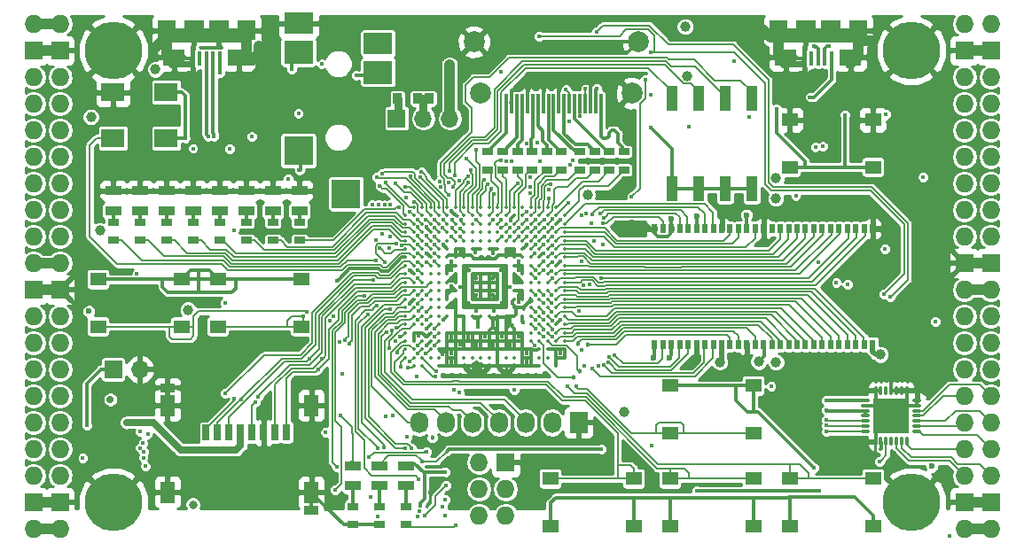
<source format=gtl>
G04 #@! TF.GenerationSoftware,KiCad,Pcbnew,5.0.0-rc2-dev-unknown+dfsg1+20180318-2*
G04 #@! TF.CreationDate,2018-05-22T09:18:18+02:00*
G04 #@! TF.ProjectId,ulx3s,756C7833732E6B696361645F70636200,rev?*
G04 #@! TF.SameCoordinates,Original*
G04 #@! TF.FileFunction,Copper,L1,Top,Signal*
G04 #@! TF.FilePolarity,Positive*
%FSLAX46Y46*%
G04 Gerber Fmt 4.6, Leading zero omitted, Abs format (unit mm)*
G04 Created by KiCad (PCBNEW 5.0.0-rc2-dev-unknown+dfsg1+20180318-2) date Tue May 22 09:18:18 2018*
%MOMM*%
%LPD*%
G01*
G04 APERTURE LIST*
%ADD10O,1.727200X1.727200*%
%ADD11R,1.727200X1.727200*%
%ADD12C,5.500000*%
%ADD13R,2.100000X1.600000*%
%ADD14R,1.900000X1.900000*%
%ADD15R,0.400000X1.350000*%
%ADD16R,1.800000X1.900000*%
%ADD17O,0.850000X0.300000*%
%ADD18O,0.300000X0.850000*%
%ADD19R,1.675000X1.675000*%
%ADD20R,1.727200X2.032000*%
%ADD21O,1.727200X2.032000*%
%ADD22R,1.550000X1.300000*%
%ADD23R,1.120000X2.440000*%
%ADD24C,0.350000*%
%ADD25R,2.800000X2.000000*%
%ADD26R,2.800000X2.200000*%
%ADD27R,2.800000X2.800000*%
%ADD28R,0.700000X1.500000*%
%ADD29R,1.450000X0.900000*%
%ADD30R,1.450000X2.000000*%
%ADD31R,2.200000X1.800000*%
%ADD32R,0.560000X0.900000*%
%ADD33R,1.000000X0.670000*%
%ADD34R,1.500000X0.970000*%
%ADD35R,0.300000X1.900000*%
%ADD36C,2.000000*%
%ADD37R,0.845000X1.000000*%
%ADD38R,1.700000X1.700000*%
%ADD39O,1.700000X1.700000*%
%ADD40C,0.400000*%
%ADD41C,0.454000*%
%ADD42C,0.600000*%
%ADD43C,1.000000*%
%ADD44C,0.800000*%
%ADD45C,0.700000*%
%ADD46C,0.300000*%
%ADD47C,0.500000*%
%ADD48C,1.000000*%
%ADD49C,0.600000*%
%ADD50C,0.190000*%
%ADD51C,0.800000*%
%ADD52C,0.200000*%
%ADD53C,0.700000*%
%ADD54C,0.127000*%
%ADD55C,0.180000*%
%ADD56C,0.254000*%
G04 APERTURE END LIST*
D10*
X97910000Y-62690000D03*
X95370000Y-62690000D03*
D11*
X97910000Y-65230000D03*
X95370000Y-65230000D03*
D10*
X97910000Y-67770000D03*
X95370000Y-67770000D03*
X97910000Y-70310000D03*
X95370000Y-70310000D03*
X97910000Y-72850000D03*
X95370000Y-72850000D03*
X97910000Y-75390000D03*
X95370000Y-75390000D03*
X97910000Y-77930000D03*
X95370000Y-77930000D03*
X97910000Y-80470000D03*
X95370000Y-80470000D03*
X97910000Y-83010000D03*
X95370000Y-83010000D03*
X97910000Y-85550000D03*
X95370000Y-85550000D03*
D11*
X97910000Y-88090000D03*
X95370000Y-88090000D03*
D10*
X97910000Y-90630000D03*
X95370000Y-90630000D03*
X97910000Y-93170000D03*
X95370000Y-93170000D03*
X97910000Y-95710000D03*
X95370000Y-95710000D03*
X97910000Y-98250000D03*
X95370000Y-98250000D03*
X97910000Y-100790000D03*
X95370000Y-100790000D03*
X97910000Y-103330000D03*
X95370000Y-103330000D03*
X97910000Y-105870000D03*
X95370000Y-105870000D03*
D11*
X97910000Y-108410000D03*
X95370000Y-108410000D03*
D10*
X97910000Y-110950000D03*
X95370000Y-110950000D03*
X184270000Y-110950000D03*
X186810000Y-110950000D03*
D11*
X184270000Y-108410000D03*
X186810000Y-108410000D03*
D10*
X184270000Y-105870000D03*
X186810000Y-105870000D03*
X184270000Y-103330000D03*
X186810000Y-103330000D03*
X184270000Y-100790000D03*
X186810000Y-100790000D03*
X184270000Y-98250000D03*
X186810000Y-98250000D03*
X184270000Y-95710000D03*
X186810000Y-95710000D03*
X184270000Y-93170000D03*
X186810000Y-93170000D03*
X184270000Y-90630000D03*
X186810000Y-90630000D03*
X184270000Y-88090000D03*
X186810000Y-88090000D03*
D11*
X184270000Y-85550000D03*
X186810000Y-85550000D03*
D10*
X184270000Y-83010000D03*
X186810000Y-83010000D03*
X184270000Y-80470000D03*
X186810000Y-80470000D03*
X184270000Y-77930000D03*
X186810000Y-77930000D03*
X184270000Y-75390000D03*
X186810000Y-75390000D03*
X184270000Y-72850000D03*
X186810000Y-72850000D03*
X184270000Y-70310000D03*
X186810000Y-70310000D03*
X184270000Y-67770000D03*
X186810000Y-67770000D03*
D11*
X184270000Y-65230000D03*
X186810000Y-65230000D03*
D10*
X184270000Y-62690000D03*
X186810000Y-62690000D03*
D12*
X102990000Y-108410000D03*
X179190000Y-108410000D03*
X179190000Y-65230000D03*
X102990000Y-65230000D03*
D13*
X114980000Y-65875000D03*
X108780000Y-65875000D03*
D14*
X113080000Y-63325000D03*
X110680000Y-63325000D03*
D15*
X113180000Y-66000000D03*
X112530000Y-66000000D03*
X111880000Y-66000000D03*
X111230000Y-66000000D03*
X110580000Y-66000000D03*
D16*
X115680000Y-63325000D03*
X108080000Y-63325000D03*
D13*
X173400000Y-65875000D03*
X167200000Y-65875000D03*
D14*
X171500000Y-63325000D03*
X169100000Y-63325000D03*
D15*
X171600000Y-66000000D03*
X170950000Y-66000000D03*
X170300000Y-66000000D03*
X169650000Y-66000000D03*
X169000000Y-66000000D03*
D16*
X174100000Y-63325000D03*
X166500000Y-63325000D03*
D11*
X140455000Y-104600000D03*
D10*
X137915000Y-104600000D03*
X140455000Y-107140000D03*
X137915000Y-107140000D03*
X140455000Y-109680000D03*
X137915000Y-109680000D03*
D17*
X179735000Y-101655000D03*
X179735000Y-101155000D03*
X179735000Y-100655000D03*
X179735000Y-100155000D03*
X179735000Y-99655000D03*
X179735000Y-99155000D03*
X179735000Y-98655000D03*
D18*
X178785000Y-97705000D03*
X178285000Y-97705000D03*
X177785000Y-97705000D03*
X177285000Y-97705000D03*
X176785000Y-97705000D03*
X176285000Y-97705000D03*
X175785000Y-97705000D03*
D17*
X174835000Y-98655000D03*
X174835000Y-99155000D03*
X174835000Y-99655000D03*
X174835000Y-100155000D03*
X174835000Y-100655000D03*
X174835000Y-101155000D03*
X174835000Y-101655000D03*
D18*
X175785000Y-102605000D03*
X176285000Y-102605000D03*
X176785000Y-102605000D03*
X177285000Y-102605000D03*
X177785000Y-102605000D03*
X178285000Y-102605000D03*
X178785000Y-102605000D03*
D19*
X176447500Y-99317500D03*
X176447500Y-100992500D03*
X178122500Y-99317500D03*
X178122500Y-100992500D03*
D20*
X147440000Y-100790000D03*
D21*
X144900000Y-100790000D03*
X142360000Y-100790000D03*
X139820000Y-100790000D03*
X137280000Y-100790000D03*
X134740000Y-100790000D03*
X132200000Y-100790000D03*
D22*
X175550000Y-71870000D03*
X175550000Y-76370000D03*
X167590000Y-76370000D03*
X167590000Y-71870000D03*
X101550000Y-91610000D03*
X101550000Y-87110000D03*
X109510000Y-87110000D03*
X109510000Y-91610000D03*
X112980000Y-91610000D03*
X112980000Y-87110000D03*
X120940000Y-87110000D03*
X120940000Y-91610000D03*
X156160000Y-101770000D03*
X156160000Y-97270000D03*
X164120000Y-97270000D03*
X164120000Y-101770000D03*
X164120000Y-106160000D03*
X164120000Y-110660000D03*
X156160000Y-110660000D03*
X156160000Y-106160000D03*
X152690000Y-106160000D03*
X152690000Y-110660000D03*
X144730000Y-110660000D03*
X144730000Y-106160000D03*
X175550000Y-106160000D03*
X175550000Y-110660000D03*
X167590000Y-110660000D03*
X167590000Y-106160000D03*
D23*
X156330000Y-78425000D03*
X163950000Y-69815000D03*
X158870000Y-78425000D03*
X161410000Y-69815000D03*
X161410000Y-78425000D03*
X158870000Y-69815000D03*
X163950000Y-78425000D03*
X156330000Y-69815000D03*
D24*
X131680000Y-80200000D03*
X132480000Y-80200000D03*
X133280000Y-80200000D03*
X134080000Y-80200000D03*
X134880000Y-80200000D03*
X135680000Y-80200000D03*
X136480000Y-80200000D03*
X137280000Y-80200000D03*
X138080000Y-80200000D03*
X138880000Y-80200000D03*
X139680000Y-80200000D03*
X140480000Y-80200000D03*
X141280000Y-80200000D03*
X142080000Y-80200000D03*
X142880000Y-80200000D03*
X143680000Y-80200000D03*
X144480000Y-80200000D03*
X145280000Y-80200000D03*
X130880000Y-81000000D03*
X131680000Y-81000000D03*
X132480000Y-81000000D03*
X133280000Y-81000000D03*
X134080000Y-81000000D03*
X134880000Y-81000000D03*
X135680000Y-81000000D03*
X136480000Y-81000000D03*
X137280000Y-81000000D03*
X138080000Y-81000000D03*
X138880000Y-81000000D03*
X139680000Y-81000000D03*
X140480000Y-81000000D03*
X141280000Y-81000000D03*
X142080000Y-81000000D03*
X142880000Y-81000000D03*
X143680000Y-81000000D03*
X144480000Y-81000000D03*
X145280000Y-81000000D03*
X146080000Y-81000000D03*
X130880000Y-81800000D03*
X131680000Y-81800000D03*
X132480000Y-81800000D03*
X133280000Y-81800000D03*
X134080000Y-81800000D03*
X134880000Y-81800000D03*
X135680000Y-81800000D03*
X136480000Y-81800000D03*
X137280000Y-81800000D03*
X138080000Y-81800000D03*
X138880000Y-81800000D03*
X139680000Y-81800000D03*
X140480000Y-81800000D03*
X141280000Y-81800000D03*
X142080000Y-81800000D03*
X142880000Y-81800000D03*
X143680000Y-81800000D03*
X144480000Y-81800000D03*
X145280000Y-81800000D03*
X146080000Y-81800000D03*
X130880000Y-82600000D03*
X131680000Y-82600000D03*
X132480000Y-82600000D03*
X133280000Y-82600000D03*
X134080000Y-82600000D03*
X134880000Y-82600000D03*
X135680000Y-82600000D03*
X136480000Y-82600000D03*
X137280000Y-82600000D03*
X138080000Y-82600000D03*
X138880000Y-82600000D03*
X139680000Y-82600000D03*
X140480000Y-82600000D03*
X141280000Y-82600000D03*
X142080000Y-82600000D03*
X142880000Y-82600000D03*
X143680000Y-82600000D03*
X144480000Y-82600000D03*
X145280000Y-82600000D03*
X146080000Y-82600000D03*
X130880000Y-83400000D03*
X131680000Y-83400000D03*
X132480000Y-83400000D03*
X133280000Y-83400000D03*
X134080000Y-83400000D03*
X134880000Y-83400000D03*
X135680000Y-83400000D03*
X136480000Y-83400000D03*
X137280000Y-83400000D03*
X138080000Y-83400000D03*
X138880000Y-83400000D03*
X139680000Y-83400000D03*
X140480000Y-83400000D03*
X141280000Y-83400000D03*
X142080000Y-83400000D03*
X142880000Y-83400000D03*
X143680000Y-83400000D03*
X144480000Y-83400000D03*
X145280000Y-83400000D03*
X146080000Y-83400000D03*
X130880000Y-84200000D03*
X131680000Y-84200000D03*
X132480000Y-84200000D03*
X133280000Y-84200000D03*
X134080000Y-84200000D03*
X134880000Y-84200000D03*
X135680000Y-84200000D03*
X136480000Y-84200000D03*
X137280000Y-84200000D03*
X138080000Y-84200000D03*
X138880000Y-84200000D03*
X139680000Y-84200000D03*
X140480000Y-84200000D03*
X141280000Y-84200000D03*
X142080000Y-84200000D03*
X142880000Y-84200000D03*
X143680000Y-84200000D03*
X144480000Y-84200000D03*
X145280000Y-84200000D03*
X146080000Y-84200000D03*
X130880000Y-85000000D03*
X131680000Y-85000000D03*
X132480000Y-85000000D03*
X133280000Y-85000000D03*
X134080000Y-85000000D03*
X134880000Y-85000000D03*
X135680000Y-85000000D03*
X136480000Y-85000000D03*
X137280000Y-85000000D03*
X138080000Y-85000000D03*
X138880000Y-85000000D03*
X139680000Y-85000000D03*
X140480000Y-85000000D03*
X141280000Y-85000000D03*
X142080000Y-85000000D03*
X142880000Y-85000000D03*
X143680000Y-85000000D03*
X144480000Y-85000000D03*
X145280000Y-85000000D03*
X146080000Y-85000000D03*
X130880000Y-85800000D03*
X131680000Y-85800000D03*
X132480000Y-85800000D03*
X133280000Y-85800000D03*
X134080000Y-85800000D03*
X134880000Y-85800000D03*
X135680000Y-85800000D03*
X136480000Y-85800000D03*
X137280000Y-85800000D03*
X138080000Y-85800000D03*
X138880000Y-85800000D03*
X139680000Y-85800000D03*
X140480000Y-85800000D03*
X141280000Y-85800000D03*
X142080000Y-85800000D03*
X142880000Y-85800000D03*
X143680000Y-85800000D03*
X144480000Y-85800000D03*
X145280000Y-85800000D03*
X146080000Y-85800000D03*
X130880000Y-86600000D03*
X131680000Y-86600000D03*
X132480000Y-86600000D03*
X133280000Y-86600000D03*
X134080000Y-86600000D03*
X134880000Y-86600000D03*
X135680000Y-86600000D03*
X136480000Y-86600000D03*
X137280000Y-86600000D03*
X138080000Y-86600000D03*
X138880000Y-86600000D03*
X139680000Y-86600000D03*
X140480000Y-86600000D03*
X141280000Y-86600000D03*
X142080000Y-86600000D03*
X142880000Y-86600000D03*
X143680000Y-86600000D03*
X144480000Y-86600000D03*
X145280000Y-86600000D03*
X146080000Y-86600000D03*
X130880000Y-87400000D03*
X131680000Y-87400000D03*
X132480000Y-87400000D03*
X133280000Y-87400000D03*
X134080000Y-87400000D03*
X134880000Y-87400000D03*
X135680000Y-87400000D03*
X136480000Y-87400000D03*
X137280000Y-87400000D03*
X138080000Y-87400000D03*
X138880000Y-87400000D03*
X139680000Y-87400000D03*
X140480000Y-87400000D03*
X141280000Y-87400000D03*
X142080000Y-87400000D03*
X142880000Y-87400000D03*
X143680000Y-87400000D03*
X144480000Y-87400000D03*
X145280000Y-87400000D03*
X146080000Y-87400000D03*
X130880000Y-88200000D03*
X131680000Y-88200000D03*
X132480000Y-88200000D03*
X133280000Y-88200000D03*
X134080000Y-88200000D03*
X134880000Y-88200000D03*
X135680000Y-88200000D03*
X136480000Y-88200000D03*
X137280000Y-88200000D03*
X138080000Y-88200000D03*
X138880000Y-88200000D03*
X139680000Y-88200000D03*
X140480000Y-88200000D03*
X141280000Y-88200000D03*
X142080000Y-88200000D03*
X142880000Y-88200000D03*
X143680000Y-88200000D03*
X144480000Y-88200000D03*
X145280000Y-88200000D03*
X146080000Y-88200000D03*
X130880000Y-89000000D03*
X131680000Y-89000000D03*
X132480000Y-89000000D03*
X133280000Y-89000000D03*
X134080000Y-89000000D03*
X134880000Y-89000000D03*
X135680000Y-89000000D03*
X136480000Y-89000000D03*
X137280000Y-89000000D03*
X138080000Y-89000000D03*
X138880000Y-89000000D03*
X139680000Y-89000000D03*
X140480000Y-89000000D03*
X141280000Y-89000000D03*
X142080000Y-89000000D03*
X142880000Y-89000000D03*
X143680000Y-89000000D03*
X144480000Y-89000000D03*
X145280000Y-89000000D03*
X146080000Y-89000000D03*
X130880000Y-89800000D03*
X131680000Y-89800000D03*
X132480000Y-89800000D03*
X133280000Y-89800000D03*
X134080000Y-89800000D03*
X134880000Y-89800000D03*
X135680000Y-89800000D03*
X136480000Y-89800000D03*
X137280000Y-89800000D03*
X138080000Y-89800000D03*
X138880000Y-89800000D03*
X139680000Y-89800000D03*
X140480000Y-89800000D03*
X141280000Y-89800000D03*
X142080000Y-89800000D03*
X142880000Y-89800000D03*
X143680000Y-89800000D03*
X144480000Y-89800000D03*
X145280000Y-89800000D03*
X146080000Y-89800000D03*
X130880000Y-90600000D03*
X131680000Y-90600000D03*
X132480000Y-90600000D03*
X133280000Y-90600000D03*
X134080000Y-90600000D03*
X134880000Y-90600000D03*
X135680000Y-90600000D03*
X136480000Y-90600000D03*
X137280000Y-90600000D03*
X138080000Y-90600000D03*
X138880000Y-90600000D03*
X139680000Y-90600000D03*
X140480000Y-90600000D03*
X141280000Y-90600000D03*
X142080000Y-90600000D03*
X142880000Y-90600000D03*
X143680000Y-90600000D03*
X144480000Y-90600000D03*
X145280000Y-90600000D03*
X146080000Y-90600000D03*
X130880000Y-91400000D03*
X131680000Y-91400000D03*
X132480000Y-91400000D03*
X133280000Y-91400000D03*
X134080000Y-91400000D03*
X142880000Y-91400000D03*
X143680000Y-91400000D03*
X144480000Y-91400000D03*
X145280000Y-91400000D03*
X146080000Y-91400000D03*
X130880000Y-92200000D03*
X131680000Y-92200000D03*
X132480000Y-92200000D03*
X133280000Y-92200000D03*
X134080000Y-92200000D03*
X134880000Y-92200000D03*
X135680000Y-92200000D03*
X136480000Y-92200000D03*
X137280000Y-92200000D03*
X138080000Y-92200000D03*
X138880000Y-92200000D03*
X139680000Y-92200000D03*
X140480000Y-92200000D03*
X141280000Y-92200000D03*
X142080000Y-92200000D03*
X142880000Y-92200000D03*
X143680000Y-92200000D03*
X144480000Y-92200000D03*
X145280000Y-92200000D03*
X146080000Y-92200000D03*
X130880000Y-93000000D03*
X131680000Y-93000000D03*
X132480000Y-93000000D03*
X133280000Y-93000000D03*
X134080000Y-93000000D03*
X134880000Y-93000000D03*
X135680000Y-93000000D03*
X136480000Y-93000000D03*
X137280000Y-93000000D03*
X138080000Y-93000000D03*
X138880000Y-93000000D03*
X139680000Y-93000000D03*
X140480000Y-93000000D03*
X141280000Y-93000000D03*
X142080000Y-93000000D03*
X142880000Y-93000000D03*
X143680000Y-93000000D03*
X144480000Y-93000000D03*
X145280000Y-93000000D03*
X146080000Y-93000000D03*
X130880000Y-93800000D03*
X131680000Y-93800000D03*
X132480000Y-93800000D03*
X133280000Y-93800000D03*
X134080000Y-93800000D03*
X134880000Y-93800000D03*
X135680000Y-93800000D03*
X136480000Y-93800000D03*
X137280000Y-93800000D03*
X138080000Y-93800000D03*
X138880000Y-93800000D03*
X139680000Y-93800000D03*
X140480000Y-93800000D03*
X141280000Y-93800000D03*
X142080000Y-93800000D03*
X142880000Y-93800000D03*
X143680000Y-93800000D03*
X144480000Y-93800000D03*
X145280000Y-93800000D03*
X146080000Y-93800000D03*
X130880000Y-94600000D03*
X131680000Y-94600000D03*
X132480000Y-94600000D03*
X133280000Y-94600000D03*
X134080000Y-94600000D03*
X134880000Y-94600000D03*
X135680000Y-94600000D03*
X136480000Y-94600000D03*
X137280000Y-94600000D03*
X138080000Y-94600000D03*
X138880000Y-94600000D03*
X139680000Y-94600000D03*
X140480000Y-94600000D03*
X141280000Y-94600000D03*
X142080000Y-94600000D03*
X142880000Y-94600000D03*
X143680000Y-94600000D03*
X144480000Y-94600000D03*
X145280000Y-94600000D03*
X146080000Y-94600000D03*
X131680000Y-95400000D03*
X132480000Y-95400000D03*
X134080000Y-95400000D03*
X134880000Y-95400000D03*
X135680000Y-95400000D03*
X136480000Y-95400000D03*
X138880000Y-95400000D03*
X139680000Y-95400000D03*
X141280000Y-95400000D03*
X142080000Y-95400000D03*
X142880000Y-95400000D03*
X143680000Y-95400000D03*
X145280000Y-95400000D03*
D25*
X120668000Y-62618000D03*
D26*
X120668000Y-65418000D03*
D27*
X120668000Y-74818000D03*
X125218000Y-78918000D03*
D26*
X128268000Y-67318000D03*
D25*
X128268000Y-64518000D03*
D28*
X111850000Y-101750000D03*
X112950000Y-101750000D03*
X114050000Y-101750000D03*
X115150000Y-101750000D03*
X116250000Y-101750000D03*
X117350000Y-101750000D03*
X118450000Y-101750000D03*
X119550000Y-101750000D03*
D29*
X108175000Y-97450000D03*
X121925000Y-109150000D03*
D30*
X121925000Y-99150000D03*
X108175000Y-99150000D03*
X108175000Y-107450000D03*
X121925000Y-107450000D03*
D31*
X108040000Y-69220000D03*
X102960000Y-69220000D03*
X102960000Y-73620000D03*
X108040000Y-73620000D03*
D32*
X175493000Y-82270000D03*
X154693000Y-93330000D03*
X155493000Y-93330000D03*
X156293000Y-93330000D03*
X157093000Y-93330000D03*
X157893000Y-93330000D03*
X158693000Y-93330000D03*
X159493000Y-93330000D03*
X160293000Y-93330000D03*
X161093000Y-93330000D03*
X161893000Y-93330000D03*
X162693000Y-93330000D03*
X163493000Y-93330000D03*
X164293000Y-93330000D03*
X165093000Y-93330000D03*
X165893000Y-93330000D03*
X166693000Y-93330000D03*
X167493000Y-93330000D03*
X168293000Y-93330000D03*
X169093000Y-93330000D03*
X169893000Y-93330000D03*
X170693000Y-93330000D03*
X171493000Y-93330000D03*
X172293000Y-93330000D03*
X173093000Y-93330000D03*
X173893000Y-93330000D03*
X174693000Y-93330000D03*
X175493000Y-93330000D03*
X174693000Y-82270000D03*
X173893000Y-82270000D03*
X173093000Y-82270000D03*
X172293000Y-82270000D03*
X171493000Y-82270000D03*
X170693000Y-82270000D03*
X169893000Y-82270000D03*
X169093000Y-82270000D03*
X168293000Y-82270000D03*
X167493000Y-82270000D03*
X166693000Y-82270000D03*
X165893000Y-82270000D03*
X165093000Y-82270000D03*
X164293000Y-82270000D03*
X163493000Y-82270000D03*
X162693000Y-82270000D03*
X161893000Y-82270000D03*
X161093000Y-82270000D03*
X160293000Y-82270000D03*
X159493000Y-82270000D03*
X158693000Y-82270000D03*
X157893000Y-82270000D03*
X157093000Y-82270000D03*
X156293000Y-82270000D03*
X155493000Y-82270000D03*
X154693000Y-82270000D03*
D33*
X150361000Y-76646000D03*
X150361000Y-74896000D03*
X151758000Y-74896000D03*
X151758000Y-76646000D03*
X140201000Y-74896000D03*
X140201000Y-76646000D03*
X142995000Y-76646000D03*
X142995000Y-74896000D03*
X145789000Y-76646000D03*
X145789000Y-74896000D03*
X148964000Y-74896000D03*
X148964000Y-76646000D03*
X138742800Y-76638600D03*
X138742800Y-74888600D03*
X141598000Y-74896000D03*
X141598000Y-76646000D03*
X144392000Y-74896000D03*
X144392000Y-76646000D03*
X147567000Y-76634000D03*
X147567000Y-74884000D03*
D34*
X130930000Y-106825000D03*
X130930000Y-104915000D03*
X120770000Y-78644000D03*
X120770000Y-80554000D03*
X118230000Y-80554000D03*
X118230000Y-78644000D03*
X115690000Y-78644000D03*
X115690000Y-80554000D03*
X113150000Y-78644000D03*
X113150000Y-80554000D03*
X110610000Y-80554000D03*
X110610000Y-78644000D03*
X108070000Y-80554000D03*
X108070000Y-78644000D03*
X105545000Y-78644000D03*
X105545000Y-80554000D03*
X102990000Y-80554000D03*
X102990000Y-78644000D03*
X128390000Y-106825000D03*
X128390000Y-104915000D03*
X125850000Y-104915000D03*
X125850000Y-106825000D03*
D35*
X149546000Y-70312000D03*
X149046000Y-70312000D03*
X148546000Y-70312000D03*
X148046000Y-70312000D03*
X147546000Y-70312000D03*
X147046000Y-70312000D03*
X146546000Y-70312000D03*
X146046000Y-70312000D03*
X145546000Y-70312000D03*
X145046000Y-70312000D03*
X144546000Y-70312000D03*
X144046000Y-70312000D03*
X143546000Y-70312000D03*
X143046000Y-70312000D03*
X142546000Y-70312000D03*
X142046000Y-70312000D03*
X141546000Y-70312000D03*
X141046000Y-70312000D03*
X140546000Y-70312000D03*
D36*
X152546000Y-69312000D03*
X138046000Y-69312000D03*
X153146000Y-64412000D03*
X137446000Y-64412000D03*
D33*
X120770000Y-83377000D03*
X120770000Y-81627000D03*
X118230000Y-81627000D03*
X118230000Y-83377000D03*
X115690000Y-83377000D03*
X115690000Y-81627000D03*
X113150000Y-81627000D03*
X113150000Y-83377000D03*
X110610000Y-81627000D03*
X110610000Y-83377000D03*
X108070000Y-83377000D03*
X108070000Y-81627000D03*
X105530000Y-81627000D03*
X105530000Y-83377000D03*
X102990000Y-83377000D03*
X102990000Y-81627000D03*
X128390000Y-110555000D03*
X128390000Y-108805000D03*
X130930000Y-110555000D03*
X130930000Y-108805000D03*
X125850000Y-108805000D03*
X125850000Y-110555000D03*
D37*
X130123501Y-69814500D03*
X132048501Y-69814500D03*
X135082500Y-69814500D03*
X133157500Y-69814500D03*
D38*
X102990000Y-95710000D03*
D39*
X105530000Y-95710000D03*
D38*
X130056000Y-71725000D03*
D39*
X132596000Y-71725000D03*
X135136000Y-71725000D03*
D40*
X124632693Y-93120351D03*
X141742847Y-69038361D03*
X152408000Y-72169500D03*
X138480000Y-92600000D03*
X140080000Y-92600000D03*
X135280000Y-87000000D03*
X145687392Y-90996646D03*
D41*
X141675979Y-86986521D03*
D40*
X140876932Y-84552536D03*
X132882184Y-84635369D03*
X132879996Y-82103336D03*
X140922639Y-81447441D03*
X177287984Y-96778661D03*
D42*
X152510125Y-81695229D03*
D40*
X131264297Y-86227110D03*
X173856000Y-71538990D03*
D43*
X164947008Y-63194069D03*
X175494572Y-64322557D03*
D40*
X135342764Y-89381630D03*
X144103496Y-84660400D03*
D43*
X177658444Y-82281349D03*
D40*
X145680000Y-81405125D03*
X145691238Y-94166752D03*
D43*
X162956098Y-95078488D03*
X158539988Y-94868772D03*
D42*
X161075765Y-80992022D03*
X164882869Y-80938986D03*
X156262773Y-81349374D03*
D40*
X149169500Y-68867500D03*
D42*
X123437000Y-108972000D03*
D40*
X135281276Y-80583119D03*
X131279502Y-89407325D03*
X170309539Y-85441529D03*
X145672808Y-85396062D03*
X133216000Y-107465000D03*
X137680000Y-88600000D03*
X142480000Y-95000000D03*
X141680000Y-92600000D03*
X135284627Y-94985297D03*
X135288625Y-94225619D03*
X134455822Y-94267172D03*
X136095958Y-93369652D03*
D41*
X139264636Y-91615205D03*
D43*
X116880503Y-64802940D03*
X106974809Y-64953974D03*
D40*
X140874194Y-91433353D03*
X142480000Y-94200000D03*
X140880000Y-93400000D03*
X139280000Y-93400000D03*
X137680000Y-93400000D03*
X136880000Y-92600000D03*
X135280000Y-92600000D03*
X132880000Y-91800000D03*
X132880000Y-93400000D03*
D41*
X139280000Y-87000000D03*
X137680000Y-87000000D03*
X136080000Y-84600000D03*
X139280000Y-88600000D03*
D43*
X166275426Y-77459534D03*
X107021491Y-67043629D03*
D40*
X172047074Y-87438453D03*
D43*
X166255545Y-79350736D03*
X157807568Y-67669269D03*
X101707889Y-82423180D03*
X166284693Y-95025145D03*
X157600000Y-62944000D03*
D40*
X119692151Y-77494120D03*
X135263000Y-87727000D03*
X141740000Y-89250994D03*
D42*
X156091000Y-94585000D03*
D40*
X140032430Y-67286930D03*
X137803000Y-91664000D03*
D42*
X181155918Y-104980708D03*
D40*
X171089123Y-98665996D03*
X171089123Y-99619659D03*
D43*
X135105588Y-66616618D03*
D40*
X181491000Y-91156000D03*
X113660608Y-89375718D03*
D43*
X148268387Y-79050018D03*
D40*
X114513935Y-82409431D03*
X109840000Y-73620000D03*
X132110753Y-92527478D03*
X165803369Y-97344883D03*
D43*
X160905403Y-95006436D03*
D42*
X158731133Y-81048929D03*
X154593901Y-94607945D03*
D43*
X164625730Y-94982471D03*
D42*
X163462982Y-80942429D03*
D43*
X176254940Y-94288458D03*
D44*
X110593913Y-108636458D03*
D40*
X180340784Y-77316932D03*
X173137949Y-87594275D03*
D45*
X102710050Y-98594954D03*
D40*
X129005202Y-100174798D03*
X176305593Y-103279812D03*
X100080000Y-104200000D03*
X139272517Y-84611349D03*
X141680000Y-86200000D03*
X132880000Y-92600000D03*
X141680000Y-85400000D03*
X121494155Y-90235621D03*
X130019546Y-91732979D03*
X121166000Y-90648000D03*
X130384540Y-92584728D03*
X146394787Y-97333919D03*
X143300000Y-86220000D03*
X144891603Y-91881937D03*
X147175985Y-97333919D03*
X147700000Y-93820000D03*
X142107219Y-91201016D03*
D43*
X110128890Y-90028152D03*
D40*
X142480000Y-83800000D03*
X134480000Y-83800000D03*
X134480000Y-91000000D03*
X154313000Y-69502500D03*
X120664983Y-71227362D03*
X122926177Y-66532317D03*
X105245010Y-86595559D03*
X162441000Y-97270000D03*
X157996000Y-72487000D03*
X169517039Y-69686488D03*
X170411010Y-107286196D03*
X158716651Y-107325176D03*
X136050273Y-97914229D03*
X128216338Y-109760338D03*
X132708000Y-109680000D03*
X134750646Y-106810513D03*
X133680000Y-91800000D03*
X135517000Y-97633000D03*
X134675868Y-108131585D03*
D41*
X133449289Y-102232615D03*
D40*
X133680000Y-92600000D03*
X132928488Y-103601340D03*
X127419091Y-104077728D03*
X133685482Y-93402296D03*
X134463998Y-108841973D03*
X131986331Y-96404793D03*
X131039072Y-102187000D03*
X134636872Y-109719950D03*
X132846234Y-94197073D03*
X176700000Y-84220000D03*
X143260000Y-84620000D03*
X120739932Y-76694083D03*
X126204504Y-67585368D03*
X148090000Y-68867500D03*
X147582000Y-71534498D03*
X127810351Y-87182069D03*
X121687479Y-94718249D03*
X132083026Y-86260405D03*
X116569594Y-98828850D03*
X113700000Y-98020000D03*
X122932649Y-94724357D03*
X124849021Y-96102869D03*
X122527919Y-95725900D03*
X113157250Y-67343629D03*
X116198000Y-73474420D03*
X127586603Y-107875044D03*
X146233418Y-68946082D03*
X131453853Y-103208291D03*
X149787294Y-81774991D03*
X144080000Y-86200000D03*
X149553145Y-86989440D03*
X144894316Y-86977564D03*
X144896700Y-83863953D03*
X149527221Y-80838006D03*
D41*
X147343891Y-93217126D03*
D40*
X144113248Y-92588762D03*
X149853189Y-81252115D03*
X144875155Y-86292748D03*
X144916886Y-83019942D03*
X148696112Y-80861847D03*
D41*
X148349010Y-93322307D03*
D40*
X144882352Y-92577990D03*
X144902941Y-91037926D03*
X148747982Y-95669626D03*
X144867244Y-90193915D03*
X149795895Y-95251084D03*
X144856756Y-89349904D03*
X150278898Y-95040253D03*
X150345974Y-94517527D03*
X144877648Y-88622010D03*
X150889207Y-94332565D03*
X143280000Y-87000000D03*
X129972715Y-93035096D03*
X131084713Y-95564177D03*
X130422000Y-95456000D03*
X131316164Y-94959140D03*
X130123373Y-94122671D03*
X132031990Y-93400000D03*
X129362027Y-93645784D03*
X141280657Y-97642010D03*
X133852393Y-95875797D03*
X133762848Y-96395146D03*
X132080000Y-94200000D03*
X128452683Y-84116867D03*
X105890482Y-103613569D03*
X129449238Y-89937935D03*
X130839477Y-103208987D03*
X132075624Y-89410644D03*
X128806823Y-103185900D03*
X128136791Y-89611518D03*
X132162861Y-106185868D03*
X132880000Y-88600000D03*
X126970181Y-88659309D03*
X124322162Y-105002357D03*
X132080000Y-87000000D03*
X125525099Y-93236764D03*
X124202418Y-107207639D03*
X110599084Y-74589383D03*
X132024412Y-109766775D03*
X114104080Y-74612196D03*
X132219727Y-109277292D03*
X115190634Y-98572389D03*
X131677570Y-79697994D03*
X132088008Y-81408008D03*
X132079995Y-82103334D03*
X132872609Y-82947347D03*
X133664491Y-81414685D03*
X133648389Y-82190597D03*
X131353451Y-77264702D03*
X129920953Y-77910818D03*
X129568570Y-92005655D03*
X132880000Y-91000000D03*
X129055731Y-92162718D03*
X132077338Y-91002010D03*
X131265176Y-80621782D03*
X130272149Y-80238214D03*
X128091794Y-85277024D03*
X132089786Y-85479378D03*
X146565997Y-71979003D03*
X134250176Y-78253806D03*
X163703220Y-71542164D03*
X134433979Y-82180155D03*
X135656559Y-110610712D03*
X149577281Y-103320847D03*
X132468001Y-104503413D03*
D45*
X104260000Y-100790000D03*
D40*
X114560994Y-98539563D03*
X116800000Y-98320000D03*
X111895217Y-86253790D03*
X169934000Y-107920000D03*
X169934000Y-105126000D03*
X170026483Y-74485017D03*
X142571021Y-82204353D03*
X143287402Y-83042010D03*
X154425580Y-102987766D03*
X168166438Y-79108038D03*
X112614274Y-73474420D03*
X112074854Y-73474420D03*
X176185734Y-104520755D03*
X143269694Y-93414905D03*
X171089123Y-101653244D03*
X143280000Y-91800000D03*
X171089123Y-101086833D03*
X144064831Y-91877646D03*
X171089123Y-100559822D03*
X144080000Y-90956495D03*
X135315381Y-82193851D03*
X135414395Y-78229653D03*
X135129679Y-76730134D03*
X136124555Y-82260038D03*
X135587699Y-77140701D03*
X136080000Y-83000000D03*
X142785835Y-77341923D03*
X170739071Y-74406366D03*
X142460000Y-83020000D03*
X143280000Y-83800000D03*
X169919000Y-64849000D03*
X171316000Y-64849000D03*
X125110333Y-92897638D03*
X182888000Y-111603000D03*
X124361185Y-87274371D03*
X124361184Y-87274370D03*
X172853718Y-71407275D03*
X166353476Y-70835462D03*
X123273881Y-101715917D03*
X129660000Y-100155000D03*
X128247798Y-103208979D03*
X127301115Y-90454353D03*
X132084049Y-88558274D03*
X120008000Y-67008000D03*
X129437600Y-79946788D03*
X133680000Y-83000000D03*
X128908575Y-79985477D03*
X133680000Y-83800000D03*
X128328791Y-79953099D03*
X130487935Y-83869856D03*
X133623139Y-85366416D03*
X127749884Y-79991140D03*
X128913013Y-85505853D03*
X129992018Y-83691508D03*
X136080000Y-87800000D03*
X137624890Y-90122896D03*
X139322319Y-90164039D03*
X140080000Y-89400000D03*
X136880000Y-89400000D03*
X140896226Y-87816226D03*
D41*
X136938110Y-86196311D03*
D40*
X140014602Y-86192969D03*
D43*
X151758000Y-99774000D03*
D40*
X135021320Y-79024950D03*
X135280000Y-83022010D03*
X154298000Y-72596000D03*
X100450000Y-101044000D03*
X132285867Y-108754446D03*
X134707351Y-105508447D03*
X139280000Y-81400000D03*
X139314656Y-78918689D03*
X139039938Y-78419090D03*
X138722927Y-77981589D03*
X138405916Y-77551542D03*
X137625200Y-74696800D03*
X137680000Y-81400000D03*
X136742593Y-75579407D03*
X137174375Y-76624866D03*
X136863200Y-77287600D03*
X136894606Y-77861070D03*
X136048819Y-77645502D03*
X136233339Y-81437235D03*
X135359567Y-81395445D03*
X135034780Y-77831198D03*
X134508502Y-81406751D03*
X134177298Y-77721089D03*
D41*
X146942280Y-96452058D03*
X147534467Y-95913260D03*
D40*
X147928857Y-95339016D03*
X143322010Y-91000657D03*
X149284391Y-95377990D03*
X144077013Y-90266968D03*
X147430953Y-90112484D03*
X144076240Y-89395301D03*
X143322010Y-90201951D03*
X147910791Y-87683418D03*
X144082832Y-88584510D03*
X148483539Y-87623462D03*
X143322010Y-88595030D03*
X144102010Y-85397219D03*
X144889349Y-85448737D03*
X147687390Y-85374093D03*
X144912409Y-84657964D03*
X149732494Y-83807694D03*
X148921512Y-83442010D03*
X144103186Y-83777990D03*
X144131413Y-83000000D03*
X148610661Y-81705858D03*
X144888125Y-82175931D03*
X144176662Y-82199998D03*
X148175253Y-80781550D03*
X144887777Y-81331919D03*
X147688311Y-80983115D03*
X142450323Y-81420000D03*
X142811300Y-78846033D03*
X142784407Y-78283067D03*
X142460000Y-80620000D03*
X144138346Y-81383767D03*
X144606344Y-78517346D03*
X144791531Y-78023942D03*
X146587441Y-76174058D03*
X143332651Y-82197990D03*
X146909804Y-75707894D03*
X143294334Y-81377293D03*
X143708879Y-75817300D03*
X141727010Y-82998875D03*
X141727010Y-82194937D03*
X140028978Y-82200000D03*
X141624813Y-77914503D03*
X142436989Y-74138000D03*
X140861329Y-83041266D03*
X143518000Y-74074500D03*
X140872990Y-82177164D03*
X132309031Y-77342560D03*
X132428734Y-76829323D03*
X128644933Y-77015661D03*
X128152012Y-77332672D03*
X128446805Y-78179514D03*
X128961752Y-77878818D03*
X130878594Y-78253288D03*
X132820479Y-81400981D03*
X130952639Y-79249008D03*
X129458086Y-83004065D03*
X132079024Y-82947345D03*
X105572759Y-101661319D03*
X132881746Y-83791358D03*
X128691780Y-82737217D03*
X106276126Y-101893466D03*
X105840996Y-102767214D03*
X129302562Y-84153497D03*
X132083682Y-83791356D03*
X128062071Y-83328884D03*
X105553144Y-103208669D03*
X132092886Y-84635367D03*
X105847765Y-104138847D03*
X133671942Y-84595200D03*
X132896883Y-85469380D03*
X106088753Y-104974041D03*
X123709657Y-91064721D03*
X124707442Y-100126977D03*
X132900000Y-90180000D03*
X124015020Y-90635192D03*
X132100000Y-90157990D03*
X139992737Y-75748003D03*
X162271466Y-66284958D03*
X140028978Y-81400000D03*
X140517734Y-75793988D03*
X176797084Y-71341791D03*
X154313000Y-65375000D03*
X153805000Y-67996270D03*
X176605426Y-88507160D03*
X152497066Y-79193467D03*
X146481406Y-79819384D03*
X143650666Y-63862520D03*
X177211069Y-88764025D03*
X141042112Y-75846610D03*
X140060000Y-83020000D03*
X149134122Y-63424051D03*
X144606344Y-79361357D03*
D43*
X100855891Y-71574861D03*
D40*
X135280000Y-85400000D03*
D42*
X100652119Y-90162239D03*
D40*
X137550785Y-84577294D03*
X135280000Y-86200000D03*
D46*
X153146000Y-64412000D02*
X152146001Y-65411999D01*
X152146001Y-65411999D02*
X151809999Y-65411999D01*
X153146000Y-64412000D02*
X151466000Y-64412000D01*
X151466000Y-64412000D02*
X151392000Y-64486000D01*
X125850000Y-110555000D02*
X125020000Y-110555000D01*
X125020000Y-110555000D02*
X123437000Y-108972000D01*
X128390000Y-110555000D02*
X125850000Y-110555000D01*
X118230000Y-78644000D02*
X120770000Y-78644000D01*
X115690000Y-78644000D02*
X118230000Y-78644000D01*
X113150000Y-78644000D02*
X115690000Y-78644000D01*
X110610000Y-78644000D02*
X113150000Y-78644000D01*
X108070000Y-78644000D02*
X110610000Y-78644000D01*
X105545000Y-78644000D02*
X108070000Y-78644000D01*
X102990000Y-78644000D02*
X105545000Y-78644000D01*
X141046000Y-69062000D02*
X141069639Y-69038361D01*
X141069639Y-69038361D02*
X141460005Y-69038361D01*
X141460005Y-69038361D02*
X141742847Y-69038361D01*
X141046000Y-70312000D02*
X141046000Y-69062000D01*
X141105001Y-89174999D02*
X141280000Y-89000000D01*
X141105001Y-89425001D02*
X141105001Y-89174999D01*
X142080000Y-89800000D02*
X142211038Y-89800000D01*
X142705001Y-89306037D02*
X142705001Y-89174999D01*
X142705001Y-89174999D02*
X142880000Y-89000000D01*
X141480000Y-89800000D02*
X141105001Y-89425001D01*
X142211038Y-89800000D02*
X142705001Y-89306037D01*
X152546000Y-69312000D02*
X151546001Y-68312001D01*
X151546001Y-68312001D02*
X148835999Y-68312001D01*
X148835999Y-68312001D02*
X148598000Y-68550000D01*
X148454999Y-68312001D02*
X148407500Y-68359500D01*
X146058000Y-68359500D02*
X148407500Y-68359500D01*
X148407500Y-68359500D02*
X148598000Y-68550000D01*
X148598000Y-68550000D02*
X148598000Y-69010000D01*
X145546000Y-68871500D02*
X146058000Y-68359500D01*
X145546000Y-69062000D02*
X145546000Y-68871500D01*
X148546000Y-70312000D02*
X148546000Y-69062000D01*
X148546000Y-69062000D02*
X148598000Y-69010000D01*
X144046000Y-70312000D02*
X144046000Y-68951000D01*
X145546000Y-70312000D02*
X145546000Y-69062000D01*
X145546000Y-69062000D02*
X145550000Y-69058000D01*
X142565500Y-69375500D02*
X142565500Y-69058000D01*
X142546000Y-70312000D02*
X142546000Y-69395000D01*
X142546000Y-69395000D02*
X142565500Y-69375500D01*
X140978000Y-70244000D02*
X141046000Y-70312000D01*
X138480000Y-92200000D02*
X138880000Y-92200000D01*
X138080000Y-92200000D02*
X138480000Y-92200000D01*
X138480000Y-92200000D02*
X138480000Y-92600000D01*
X140080000Y-92200000D02*
X140480000Y-92200000D01*
X139680000Y-92200000D02*
X140080000Y-92200000D01*
X140080000Y-92200000D02*
X140080000Y-92600000D01*
X139680000Y-95400000D02*
X141280000Y-95400000D01*
X136480000Y-95400000D02*
X138880000Y-95400000D01*
X140480000Y-92200000D02*
X140480000Y-91827547D01*
X140480000Y-91827547D02*
X140874194Y-91433353D01*
X141280000Y-92200000D02*
X141280000Y-91839159D01*
X141280000Y-91839159D02*
X140874194Y-91433353D01*
X139680000Y-92200000D02*
X139680000Y-92030569D01*
X139680000Y-92030569D02*
X139264636Y-91615205D01*
X138880000Y-92200000D02*
X138880000Y-91999841D01*
X138880000Y-91999841D02*
X139264636Y-91615205D01*
X139680000Y-90600000D02*
X139680000Y-92200000D01*
X135680000Y-90600000D02*
X135680000Y-92200000D01*
X135342764Y-89381630D02*
X135342764Y-89462764D01*
X135342764Y-89462764D02*
X135680000Y-89800000D01*
X135342764Y-89381630D02*
X135342764Y-89337236D01*
X135342764Y-89337236D02*
X135680000Y-89000000D01*
X135342764Y-89381630D02*
X135298370Y-89381630D01*
X135298370Y-89381630D02*
X134880000Y-89800000D01*
X135680000Y-89800000D02*
X135280000Y-89800000D01*
X135280000Y-89800000D02*
X134880000Y-89800000D01*
X135280000Y-89727236D02*
X135280000Y-89800000D01*
X135342764Y-89381630D02*
X135342764Y-89664472D01*
X135342764Y-89664472D02*
X135280000Y-89727236D01*
X135280000Y-87000000D02*
X135680000Y-86600000D01*
X135280000Y-87000000D02*
X134880000Y-87400000D01*
X135680000Y-87000000D02*
X135680000Y-87400000D01*
X135680000Y-86600000D02*
X135680000Y-87000000D01*
X135680000Y-87000000D02*
X135280000Y-87000000D01*
X139680000Y-90600000D02*
X139830784Y-90750784D01*
X139830784Y-90750784D02*
X140329216Y-90750784D01*
X140329216Y-90750784D02*
X140480000Y-90600000D01*
X145683354Y-90996646D02*
X145687392Y-90996646D01*
X145280000Y-91400000D02*
X145683354Y-90996646D01*
X141675979Y-86986521D02*
X141675979Y-87004021D01*
X141675979Y-87004021D02*
X141280000Y-87400000D01*
X141675979Y-86986521D02*
X141675979Y-86995979D01*
X141675979Y-86995979D02*
X142080000Y-87400000D01*
X141666521Y-86986521D02*
X141675979Y-86986521D01*
X141280000Y-86600000D02*
X141666521Y-86986521D01*
X140927464Y-84552536D02*
X140876932Y-84552536D01*
X141280000Y-84200000D02*
X140927464Y-84552536D01*
X133280000Y-85000000D02*
X132915369Y-84635369D01*
X132915369Y-84635369D02*
X132882184Y-84635369D01*
X133280000Y-82600000D02*
X132879996Y-82199996D01*
X132879996Y-82199996D02*
X132879996Y-82103336D01*
X141280000Y-81000000D02*
X140922639Y-81357361D01*
X140922639Y-81357361D02*
X140922639Y-81447441D01*
X177285000Y-96781645D02*
X177287984Y-96778661D01*
X177285000Y-97705000D02*
X177285000Y-96781645D01*
D47*
X184230000Y-85550000D02*
X182920003Y-84240003D01*
X182920003Y-84240003D02*
X182920003Y-84225534D01*
D46*
X184270000Y-85550000D02*
X184230000Y-85550000D01*
D47*
X184270000Y-85610000D02*
X182952738Y-86927262D01*
X182952738Y-86927262D02*
X182916738Y-86927262D01*
D46*
X184270000Y-85550000D02*
X184270000Y-85610000D01*
D47*
X97910000Y-88090000D02*
X99203955Y-86796045D01*
X99203955Y-86796045D02*
X99203955Y-86791266D01*
D46*
X155962030Y-83029572D02*
X155023970Y-83029572D01*
X155023970Y-83029572D02*
X153689627Y-81695229D01*
X156205000Y-82786602D02*
X155962030Y-83029572D01*
X153689627Y-81695229D02*
X152934389Y-81695229D01*
X152934389Y-81695229D02*
X152510125Y-81695229D01*
X156205000Y-81920000D02*
X156205000Y-82786602D01*
X135505001Y-87225001D02*
X135680000Y-87400000D01*
X135054999Y-87225001D02*
X135505001Y-87225001D01*
X134880000Y-87400000D02*
X135054999Y-87225001D01*
X131307110Y-86227110D02*
X131264297Y-86227110D01*
X131680000Y-86600000D02*
X131307110Y-86227110D01*
X174055999Y-71738989D02*
X173856000Y-71538990D01*
X174187010Y-71870000D02*
X174055999Y-71738989D01*
X175550000Y-71870000D02*
X174187010Y-71870000D01*
D48*
X165447007Y-63694068D02*
X164947008Y-63194069D01*
X165712939Y-63960000D02*
X165447007Y-63694068D01*
X166500000Y-63960000D02*
X165712939Y-63960000D01*
X174787466Y-64322557D02*
X175494572Y-64322557D01*
X174462557Y-64322557D02*
X174787466Y-64322557D01*
X174100000Y-63960000D02*
X174462557Y-64322557D01*
D46*
X135661630Y-89381630D02*
X135625606Y-89381630D01*
X135625606Y-89381630D02*
X135342764Y-89381630D01*
X135680000Y-89400000D02*
X135661630Y-89381630D01*
X139505001Y-90774999D02*
X139680000Y-90600000D01*
X139054999Y-90774999D02*
X139505001Y-90774999D01*
X138880000Y-90600000D02*
X139054999Y-90774999D01*
X144019600Y-84660400D02*
X144103496Y-84660400D01*
X143680000Y-85000000D02*
X144019600Y-84660400D01*
X177252609Y-82281349D02*
X177658444Y-82281349D01*
X177241260Y-82270000D02*
X177252609Y-82281349D01*
X145280000Y-81800000D02*
X145674875Y-81405125D01*
X145674875Y-81405125D02*
X145680000Y-81405125D01*
X145691238Y-93811238D02*
X145691238Y-93883910D01*
X145680000Y-93800000D02*
X145691238Y-93811238D01*
X145691238Y-93883910D02*
X145691238Y-94166752D01*
X121925000Y-107450000D02*
X121925000Y-109150000D01*
X163456097Y-94578489D02*
X162956098Y-95078488D01*
X163480000Y-94554586D02*
X163456097Y-94578489D01*
X163480000Y-93330000D02*
X163480000Y-94554586D01*
X161075765Y-81416286D02*
X161075765Y-80992022D01*
X161075765Y-82265765D02*
X161075765Y-81416286D01*
X161080000Y-82270000D02*
X161075765Y-82265765D01*
X156280000Y-82270000D02*
X156280000Y-81366601D01*
X156280000Y-81366601D02*
X156262773Y-81349374D01*
D47*
X175480000Y-82270000D02*
X177241260Y-82270000D01*
D46*
X149046000Y-68991000D02*
X149169500Y-68867500D01*
X149046000Y-70312000D02*
X149046000Y-68991000D01*
X134455822Y-94267172D02*
X134455822Y-94224178D01*
X134455822Y-94224178D02*
X134880000Y-93800000D01*
X121930000Y-107465000D02*
X123437000Y-108972000D01*
D48*
X184270000Y-65230000D02*
X186810000Y-65230000D01*
X184270000Y-85550000D02*
X186810000Y-85550000D01*
X184270000Y-108410000D02*
X186810000Y-108410000D01*
X95370000Y-108410000D02*
X97910000Y-108410000D01*
D47*
X97910000Y-88090000D02*
X99013590Y-89193590D01*
D46*
X99013590Y-89193590D02*
X99060056Y-89193590D01*
D48*
X95370000Y-88090000D02*
X97910000Y-88090000D01*
X95370000Y-65230000D02*
X97910000Y-65230000D01*
D46*
X139264636Y-90984636D02*
X139295364Y-90984636D01*
X139295364Y-90984636D02*
X139680000Y-90600000D01*
X140480000Y-90600000D02*
X140480000Y-92200000D01*
X135281276Y-80601276D02*
X135281276Y-80583119D01*
X135680000Y-81000000D02*
X135281276Y-80601276D01*
X131279502Y-89400498D02*
X131279502Y-89407325D01*
X131680000Y-89000000D02*
X131279502Y-89400498D01*
X145672808Y-85407192D02*
X145672808Y-85396062D01*
X145280000Y-85800000D02*
X145672808Y-85407192D01*
X137280000Y-89000000D02*
X137680000Y-88600000D01*
X142480000Y-94600000D02*
X142880000Y-94600000D01*
X142080000Y-94600000D02*
X142480000Y-94600000D01*
X142480000Y-94600000D02*
X142480000Y-95000000D01*
X141680000Y-92200000D02*
X142080000Y-92200000D01*
X141280000Y-92200000D02*
X141680000Y-92200000D01*
X141680000Y-92200000D02*
X141680000Y-92600000D01*
X135284627Y-95395373D02*
X135284627Y-95268139D01*
X135280000Y-95400000D02*
X135284627Y-95395373D01*
X135284627Y-95268139D02*
X135284627Y-94985297D01*
X135288625Y-93942777D02*
X135288625Y-94225619D01*
X135288625Y-93808625D02*
X135288625Y-93942777D01*
X135280000Y-93800000D02*
X135288625Y-93808625D01*
X134455822Y-94175822D02*
X134455822Y-94267172D01*
X134080000Y-93800000D02*
X134455822Y-94175822D01*
X145280000Y-94600000D02*
X145280000Y-95400000D01*
X143498655Y-93891906D02*
X143590561Y-93800000D01*
X143040733Y-93891906D02*
X143498655Y-93891906D01*
X142880000Y-93800000D02*
X142948827Y-93800000D01*
X142948827Y-93800000D02*
X143040733Y-93891906D01*
X143590561Y-93800000D02*
X143680000Y-93800000D01*
X145280000Y-93800000D02*
X144480000Y-93800000D01*
X146080000Y-94600000D02*
X146080000Y-93800000D01*
X145280000Y-94600000D02*
X146080000Y-94600000D01*
X142080000Y-95400000D02*
X142080000Y-94600000D01*
X142880000Y-95400000D02*
X142880000Y-94600000D01*
X142880000Y-95400000D02*
X143680000Y-95400000D01*
X142080000Y-95400000D02*
X142880000Y-95400000D01*
X141280000Y-95400000D02*
X142080000Y-95400000D01*
X142080000Y-93000000D02*
X142080000Y-93800000D01*
X138880000Y-92200000D02*
X138880000Y-93000000D01*
X139680000Y-92200000D02*
X139680000Y-93000000D01*
X140480000Y-93000000D02*
X140480000Y-92200000D01*
X141280000Y-93000000D02*
X141280000Y-92200000D01*
X142080000Y-93000000D02*
X141280000Y-93000000D01*
X142080000Y-92200000D02*
X142080000Y-93000000D01*
X140480000Y-92200000D02*
X141280000Y-92200000D01*
X138880000Y-92200000D02*
X139680000Y-92200000D01*
X136095958Y-93086810D02*
X136095958Y-93369652D01*
X136080000Y-93000000D02*
X136095958Y-93015958D01*
X136095958Y-93015958D02*
X136095958Y-93086810D01*
X139264636Y-91294179D02*
X139264636Y-91615205D01*
X139264636Y-90984636D02*
X139264636Y-91294179D01*
X138880000Y-90600000D02*
X139264636Y-90984636D01*
D48*
X116880503Y-65510046D02*
X116880503Y-64802940D01*
X116265561Y-66124988D02*
X116880503Y-65510046D01*
X115680000Y-65910000D02*
X115894988Y-66124988D01*
X115680000Y-63960000D02*
X115680000Y-65910000D01*
X115894988Y-66124988D02*
X116265561Y-66124988D01*
X107474808Y-64453975D02*
X106974809Y-64953974D01*
X107968783Y-63960000D02*
X107474808Y-64453975D01*
X108080000Y-63960000D02*
X107968783Y-63960000D01*
D46*
X175495631Y-72230631D02*
X175495631Y-71740274D01*
X175535000Y-72270000D02*
X175495631Y-72230631D01*
D49*
X108780000Y-66510000D02*
X110455000Y-66510000D01*
D46*
X110455000Y-66510000D02*
X110580000Y-66635000D01*
D48*
X108080000Y-63960000D02*
X108080000Y-65810000D01*
X108080000Y-65810000D02*
X108780000Y-66510000D01*
X115680000Y-63960000D02*
X115680000Y-65810000D01*
D46*
X115680000Y-65810000D02*
X114980000Y-66510000D01*
D48*
X113080000Y-63960000D02*
X115680000Y-63960000D01*
X110680000Y-63960000D02*
X113080000Y-63960000D01*
X108080000Y-63960000D02*
X110680000Y-63960000D01*
D49*
X167200000Y-66510000D02*
X168875000Y-66510000D01*
D46*
X168875000Y-66510000D02*
X169000000Y-66635000D01*
D48*
X174100000Y-63960000D02*
X174100000Y-65810000D01*
X174100000Y-65810000D02*
X173400000Y-66510000D01*
X166500000Y-63960000D02*
X166500000Y-65810000D01*
X166500000Y-65810000D02*
X167200000Y-66510000D01*
X171500000Y-63960000D02*
X174100000Y-63960000D01*
X169100000Y-63960000D02*
X171500000Y-63960000D01*
X166500000Y-63960000D02*
X169100000Y-63960000D01*
D46*
X178785000Y-97705000D02*
X178785000Y-98655000D01*
X178785000Y-98655000D02*
X178122500Y-99317500D01*
X176285000Y-97705000D02*
X175785000Y-97705000D01*
X175785000Y-102605000D02*
X175785000Y-101655000D01*
X175785000Y-101655000D02*
X176447500Y-100992500D01*
X178122500Y-99317500D02*
X178122500Y-100992500D01*
X176447500Y-99317500D02*
X178122500Y-99317500D01*
X176447500Y-100992500D02*
X178122500Y-100992500D01*
X178122500Y-99317500D02*
X178285000Y-99155000D01*
X178285000Y-99155000D02*
X179735000Y-99155000D01*
X179735000Y-98655000D02*
X179735000Y-99155000D01*
X177785000Y-97705000D02*
X177920000Y-97705000D01*
X177920000Y-97705000D02*
X178285000Y-97705000D01*
X178285000Y-97705000D02*
X178785000Y-97705000D01*
X177285000Y-97705000D02*
X177785000Y-97705000D01*
X175785000Y-97705000D02*
X175785000Y-98655000D01*
X175785000Y-98655000D02*
X176447500Y-99317500D01*
X174835000Y-99155000D02*
X176285000Y-99155000D01*
X176285000Y-99155000D02*
X176447500Y-99317500D01*
X135054999Y-84825001D02*
X137080000Y-84825001D01*
X137280000Y-85000000D02*
X137105001Y-84825001D01*
X137105001Y-84825001D02*
X137080000Y-84825001D01*
X138280000Y-85088351D02*
X137368351Y-85088351D01*
X137368351Y-85088351D02*
X137280000Y-85000000D01*
X139680000Y-86600000D02*
X139280000Y-87000000D01*
X139680000Y-88200000D02*
X139680000Y-89000000D01*
X139680000Y-87400000D02*
X139680000Y-88200000D01*
X139680000Y-86600000D02*
X139680000Y-87400000D01*
X137280000Y-88200000D02*
X137280000Y-89000000D01*
X137280000Y-87400000D02*
X137280000Y-88200000D01*
X137280000Y-86600000D02*
X137280000Y-87400000D01*
X138880000Y-87400000D02*
X138880000Y-88200000D01*
X138880000Y-86600000D02*
X138880000Y-87400000D01*
X138080000Y-87400000D02*
X138080000Y-86600000D01*
X138080000Y-88200000D02*
X138080000Y-87400000D01*
X138080000Y-89000000D02*
X138080000Y-88200000D01*
X138080000Y-88200000D02*
X138880000Y-88200000D01*
X138080000Y-87400000D02*
X138880000Y-87400000D01*
X137280000Y-87400000D02*
X138080000Y-87400000D01*
X141280000Y-89800000D02*
X141480000Y-89800000D01*
X141480000Y-89800000D02*
X142080000Y-89800000D01*
X141454999Y-90425001D02*
X141454999Y-89825001D01*
X141454999Y-89825001D02*
X141480000Y-89800000D01*
X140874194Y-90605806D02*
X140874194Y-91150511D01*
X140880000Y-90600000D02*
X140874194Y-90605806D01*
X140874194Y-91150511D02*
X140874194Y-91433353D01*
X140480000Y-90600000D02*
X140880000Y-90600000D01*
X140880000Y-90600000D02*
X141280000Y-90600000D01*
X141280000Y-85000000D02*
X141280000Y-84800000D01*
X141280000Y-84200000D02*
X141280000Y-85000000D01*
X140480000Y-84200000D02*
X141280000Y-84200000D01*
X141280000Y-84800000D02*
X141280000Y-84200000D01*
X141905001Y-84825001D02*
X141305001Y-84825001D01*
X141305001Y-84825001D02*
X141280000Y-84800000D01*
X140480000Y-85000000D02*
X140480000Y-84200000D01*
X139680000Y-85000000D02*
X139680000Y-84898347D01*
X139680000Y-84898347D02*
X139753346Y-84825001D01*
X138280000Y-85088351D02*
X138680000Y-85088351D01*
X138280000Y-85088351D02*
X139489996Y-85088351D01*
X138080000Y-85000000D02*
X138191649Y-85000000D01*
X138191649Y-85000000D02*
X138280000Y-85088351D01*
X138880000Y-85000000D02*
X138768351Y-85000000D01*
X138768351Y-85000000D02*
X138680000Y-85088351D01*
X135680000Y-84200000D02*
X135680000Y-84800000D01*
X135680000Y-84800000D02*
X135680000Y-85000000D01*
X135054999Y-84825001D02*
X135654999Y-84825001D01*
X135654999Y-84825001D02*
X135680000Y-84800000D01*
X136480000Y-85000000D02*
X136480000Y-84200000D01*
X134880000Y-85000000D02*
X135054999Y-84825001D01*
X138880000Y-87400000D02*
X139680000Y-87400000D01*
X138880000Y-88200000D02*
X138880000Y-89000000D01*
X138880000Y-88200000D02*
X139680000Y-88200000D01*
X137280000Y-88200000D02*
X138080000Y-88200000D01*
X141280000Y-90600000D02*
X141454999Y-90425001D01*
X145680000Y-93800000D02*
X145280000Y-93800000D01*
X146080000Y-93800000D02*
X145680000Y-93800000D01*
X135680000Y-89400000D02*
X135680000Y-89800000D01*
X135680000Y-89000000D02*
X135680000Y-89400000D01*
X135280000Y-95400000D02*
X135680000Y-95400000D01*
X134880000Y-95400000D02*
X135280000Y-95400000D01*
X135280000Y-93800000D02*
X135680000Y-93800000D01*
X134880000Y-93800000D02*
X135280000Y-93800000D01*
X142480000Y-93800000D02*
X142080000Y-93800000D01*
X142880000Y-93800000D02*
X142480000Y-93800000D01*
X142480000Y-93800000D02*
X142480000Y-94200000D01*
X140880000Y-93000000D02*
X141280000Y-93000000D01*
X140480000Y-93000000D02*
X140880000Y-93000000D01*
X140880000Y-93000000D02*
X140880000Y-93400000D01*
X139280000Y-93000000D02*
X138880000Y-93000000D01*
X139680000Y-93000000D02*
X139280000Y-93000000D01*
X139280000Y-93000000D02*
X139280000Y-93400000D01*
X137680000Y-93000000D02*
X137280000Y-93000000D01*
X137680000Y-93000000D02*
X137680000Y-93400000D01*
X138080000Y-93000000D02*
X137680000Y-93000000D01*
X136080000Y-93000000D02*
X135680000Y-93000000D01*
X136480000Y-93000000D02*
X136080000Y-93000000D01*
X136880000Y-93000000D02*
X136480000Y-93000000D01*
X137280000Y-93000000D02*
X136880000Y-93000000D01*
X136880000Y-93000000D02*
X136880000Y-92600000D01*
X135280000Y-93000000D02*
X135680000Y-93000000D01*
X134880000Y-93000000D02*
X135280000Y-93000000D01*
X135280000Y-93000000D02*
X135280000Y-92600000D01*
X133280000Y-91400000D02*
X132880000Y-91800000D01*
X133280000Y-93000000D02*
X132880000Y-93400000D01*
X139753346Y-84825001D02*
X141905001Y-84825001D01*
X139489996Y-85088351D02*
X139753346Y-84825001D01*
X141905001Y-84825001D02*
X142080000Y-85000000D01*
X136480000Y-90600000D02*
X136480000Y-92200000D01*
X139680000Y-89000000D02*
X139280000Y-88600000D01*
X137280000Y-86600000D02*
X137680000Y-87000000D01*
X136480000Y-84200000D02*
X136080000Y-84600000D01*
X141280000Y-86600000D02*
X141280000Y-87400000D01*
X142080000Y-87400000D02*
X141280000Y-87400000D01*
X135680000Y-84200000D02*
X136480000Y-84200000D01*
X138880000Y-86600000D02*
X139680000Y-86600000D01*
X138080000Y-86600000D02*
X138880000Y-86600000D01*
X137280000Y-86600000D02*
X138080000Y-86600000D01*
X138880000Y-89000000D02*
X139680000Y-89000000D01*
X138080000Y-89000000D02*
X138880000Y-89000000D01*
X137280000Y-89000000D02*
X138080000Y-89000000D01*
X135680000Y-90600000D02*
X135680000Y-89800000D01*
X135680000Y-90600000D02*
X136480000Y-90600000D01*
X140480000Y-93000000D02*
X139680000Y-93000000D01*
X139680000Y-93800000D02*
X140480000Y-93800000D01*
X139680000Y-93800000D02*
X139680000Y-94600000D01*
X139680000Y-95400000D02*
X139680000Y-94600000D01*
X138880000Y-95400000D02*
X139680000Y-95400000D01*
X135680000Y-95400000D02*
X136480000Y-95400000D01*
X135680000Y-95400000D02*
X135680000Y-94600000D01*
X134880000Y-95400000D02*
X134080000Y-95400000D01*
X134880000Y-94600000D02*
X134880000Y-95400000D01*
X134080000Y-93800000D02*
X134880000Y-93800000D01*
X134880000Y-94600000D02*
X134880000Y-93800000D01*
X135680000Y-94600000D02*
X134880000Y-94600000D01*
X135680000Y-93800000D02*
X135680000Y-94600000D01*
X134880000Y-93000000D02*
X134880000Y-93800000D01*
X134880000Y-92200000D02*
X134880000Y-93000000D01*
X135680000Y-92200000D02*
X134880000Y-92200000D01*
X135680000Y-93800000D02*
X136480000Y-93800000D01*
X135680000Y-93000000D02*
X135680000Y-93800000D01*
X135680000Y-92200000D02*
X135680000Y-93000000D01*
X135680000Y-92200000D02*
X136480000Y-92200000D01*
X136480000Y-92200000D02*
X137280000Y-92200000D01*
X137280000Y-93800000D02*
X137280000Y-93000000D01*
X136480000Y-93800000D02*
X137280000Y-93800000D01*
X136480000Y-93000000D02*
X136480000Y-93800000D01*
X136480000Y-92200000D02*
X136480000Y-93000000D01*
X137280000Y-92200000D02*
X138080000Y-92200000D01*
X137280000Y-93800000D02*
X138080000Y-93800000D01*
X137280000Y-92200000D02*
X137280000Y-93000000D01*
X138080000Y-92200000D02*
X138080000Y-93000000D01*
X138080000Y-93000000D02*
X138880000Y-93000000D01*
X138080000Y-93800000D02*
X138080000Y-93000000D01*
X138880000Y-93800000D02*
X138080000Y-93800000D01*
X138880000Y-93000000D02*
X138880000Y-93800000D01*
X139680000Y-93800000D02*
X139680000Y-93000000D01*
X138880000Y-93800000D02*
X139680000Y-93800000D01*
X140480000Y-93000000D02*
X140480000Y-93800000D01*
X141280000Y-93000000D02*
X141280000Y-93800000D01*
X141280000Y-93800000D02*
X142080000Y-93800000D01*
X140480000Y-93800000D02*
X141280000Y-93800000D01*
X142080000Y-93800000D02*
X142080000Y-94600000D01*
X142880000Y-94600000D02*
X142880000Y-93800000D01*
X145280000Y-93800000D02*
X145280000Y-94600000D01*
X186810000Y-62877865D02*
X186810000Y-62690000D01*
D47*
X175522000Y-94007914D02*
X175802544Y-94288458D01*
X175522000Y-93442000D02*
X175522000Y-94007914D01*
X175802544Y-94288458D02*
X176254940Y-94288458D01*
X161080000Y-93636243D02*
X161080000Y-94781075D01*
X161080000Y-94781075D02*
X160905403Y-94955672D01*
X160905403Y-94955672D02*
X160905403Y-95006436D01*
D46*
X156280000Y-93330000D02*
X156280000Y-94396000D01*
X156280000Y-94396000D02*
X156091000Y-94585000D01*
X154693000Y-94457000D02*
X154694000Y-94458000D01*
X154693000Y-93330000D02*
X154693000Y-94457000D01*
X154694000Y-94458000D02*
X154593901Y-94558099D01*
X154593901Y-94558099D02*
X154593901Y-94607945D01*
X135263000Y-87783000D02*
X135263000Y-87727000D01*
X134880000Y-88600000D02*
X135263000Y-88217000D01*
X135263000Y-88009842D02*
X135263000Y-87727000D01*
X135263000Y-88217000D02*
X135263000Y-88009842D01*
X135680000Y-88200000D02*
X135263000Y-87783000D01*
X141763091Y-88580633D02*
X141740000Y-88603724D01*
X141740000Y-88940000D02*
X141740000Y-88968158D01*
X141680000Y-88200000D02*
X141763091Y-88283091D01*
X141740000Y-88968158D02*
X141740000Y-89250994D01*
X142080000Y-88600000D02*
X141740000Y-88940000D01*
X142080000Y-88200000D02*
X141763091Y-88516909D01*
X141763091Y-88516909D02*
X141763091Y-88580633D01*
X141740000Y-88603724D02*
X141740000Y-88968158D01*
X141763091Y-88283091D02*
X141763091Y-88580633D01*
X135031700Y-69769200D02*
X135031700Y-71620700D01*
X135031700Y-71620700D02*
X135136000Y-71725000D01*
X137803000Y-90923000D02*
X137803000Y-91381158D01*
X137803000Y-91381158D02*
X137803000Y-91664000D01*
X137680000Y-90800000D02*
X137803000Y-90923000D01*
X137280000Y-90600000D02*
X137407485Y-90727485D01*
X137407485Y-90727485D02*
X137952515Y-90727485D01*
X137952515Y-90727485D02*
X138080000Y-90600000D01*
X142080000Y-85800000D02*
X141680000Y-86200000D01*
X142080000Y-85800000D02*
X142080000Y-86200000D01*
X142080000Y-86200000D02*
X142080000Y-86600000D01*
X141680000Y-86200000D02*
X142080000Y-86200000D01*
X171124464Y-99655000D02*
X171089123Y-99619659D01*
X174835000Y-99655000D02*
X171124464Y-99655000D01*
X174835000Y-98655000D02*
X171100119Y-98655000D01*
X171100119Y-98655000D02*
X171089123Y-98665996D01*
X135105588Y-66805157D02*
X135105588Y-66616618D01*
D48*
X135105588Y-71694588D02*
X135105588Y-66616618D01*
D46*
X135037757Y-66872988D02*
X135105588Y-66805157D01*
X108040000Y-69220000D02*
X109517000Y-69220000D01*
X109517000Y-69220000D02*
X109840000Y-69543000D01*
X109840000Y-69543000D02*
X109840000Y-69797000D01*
X109840000Y-69797000D02*
X109840000Y-73620000D01*
X135105588Y-71694588D02*
X135136000Y-71725000D01*
X109840000Y-73620000D02*
X108040000Y-73620000D01*
X132110753Y-92244636D02*
X132110753Y-92527478D01*
X132110753Y-92230753D02*
X132110753Y-92244636D01*
X132080000Y-92200000D02*
X132110753Y-92230753D01*
X158731133Y-82218867D02*
X158731133Y-81473193D01*
X158731133Y-81473193D02*
X158731133Y-81048929D01*
X158680000Y-82270000D02*
X158731133Y-82218867D01*
X165125729Y-94482472D02*
X164625730Y-94982471D01*
X165125729Y-93375729D02*
X165125729Y-94482472D01*
X165080000Y-93330000D02*
X165125729Y-93375729D01*
X163462982Y-81366693D02*
X163462982Y-80942429D01*
X163462982Y-82252982D02*
X163462982Y-81366693D01*
X163480000Y-82270000D02*
X163462982Y-82252982D01*
D48*
X184270000Y-88090000D02*
X186810000Y-88090000D01*
X184270000Y-110950000D02*
X186810000Y-110950000D01*
D46*
X176305593Y-102996970D02*
X176305593Y-103279812D01*
X176285000Y-102605000D02*
X176305593Y-102625593D01*
X176285000Y-103300405D02*
X176305593Y-103279812D01*
X176285000Y-103330000D02*
X176285000Y-103300405D01*
X176305593Y-102625593D02*
X176305593Y-102996970D01*
X176280000Y-103335000D02*
X176285000Y-103330000D01*
X174835000Y-99655000D02*
X174835000Y-100155000D01*
X137680000Y-90800000D02*
X137880000Y-90800000D01*
X137480000Y-90800000D02*
X137680000Y-90800000D01*
X137880000Y-90800000D02*
X138080000Y-90600000D01*
X137280000Y-90600000D02*
X137480000Y-90800000D01*
X132880000Y-92600000D02*
X133280000Y-92200000D01*
X132480000Y-92200000D02*
X132880000Y-92600000D01*
X139272517Y-84328507D02*
X139272517Y-84611349D01*
X139272517Y-84207483D02*
X139272517Y-84328507D01*
X139280000Y-84200000D02*
X139272517Y-84207483D01*
X142080000Y-88600000D02*
X142080000Y-89000000D01*
X142080000Y-88200000D02*
X142080000Y-88600000D01*
X141680000Y-85800000D02*
X141680000Y-86200000D01*
X132080000Y-92200000D02*
X132480000Y-92200000D01*
X131680000Y-92200000D02*
X132080000Y-92200000D01*
X131680000Y-93000000D02*
X131680000Y-92200000D01*
X134880000Y-88600000D02*
X134880000Y-89000000D01*
X134880000Y-88200000D02*
X134880000Y-88600000D01*
X141680000Y-88200000D02*
X142080000Y-88200000D01*
X141280000Y-88200000D02*
X141680000Y-88200000D01*
X141680000Y-85800000D02*
X142080000Y-85800000D01*
X141280000Y-85800000D02*
X141680000Y-85800000D01*
X141680000Y-85800000D02*
X141680000Y-85400000D01*
X139280000Y-84200000D02*
X139680000Y-84200000D01*
X138880000Y-84200000D02*
X139280000Y-84200000D01*
X134880000Y-88200000D02*
X135680000Y-88200000D01*
D50*
X156218000Y-105152986D02*
X157514986Y-105152986D01*
X154948000Y-105152986D02*
X156218000Y-105152986D01*
X156160000Y-106160000D02*
X156160000Y-105210986D01*
X156160000Y-105210986D02*
X156218000Y-105152986D01*
X157996000Y-106160000D02*
X164120000Y-106160000D01*
X156160000Y-106160000D02*
X157996000Y-106160000D01*
X157514986Y-105152986D02*
X157996000Y-105634000D01*
X157996000Y-105634000D02*
X157996000Y-106160000D01*
X154948000Y-105152986D02*
X148153982Y-98358968D01*
X156690000Y-106560000D02*
X156355014Y-106560000D01*
X145980952Y-98358968D02*
X144481958Y-96859974D01*
X148153982Y-98358968D02*
X145980952Y-98358968D01*
X144481958Y-96859974D02*
X136018451Y-96859974D01*
X136009197Y-96850720D02*
X135341455Y-96850720D01*
X135332201Y-96859974D02*
X130865089Y-96859974D01*
X136018451Y-96859974D02*
X136009197Y-96850720D01*
X130865089Y-96859974D02*
X129853650Y-95848535D01*
X135341455Y-96850720D02*
X135332201Y-96859974D01*
X130705001Y-94187437D02*
X130705001Y-93974999D01*
X129853650Y-95848535D02*
X129853650Y-95038788D01*
X129853650Y-95038788D02*
X130705001Y-94187437D01*
X130705001Y-93974999D02*
X130880000Y-93800000D01*
X110641664Y-90648000D02*
X111149664Y-90140000D01*
X110641664Y-91664000D02*
X110641664Y-90648000D01*
X111149664Y-90140000D02*
X121398534Y-90140000D01*
X121398534Y-90140000D02*
X121494155Y-90235621D01*
X108339000Y-91610000D02*
X108339000Y-92553000D01*
X110371000Y-92807000D02*
X110641664Y-92536336D01*
X108085000Y-91610000D02*
X108339000Y-91610000D01*
X108339000Y-92553000D02*
X108593000Y-92807000D01*
X108593000Y-92807000D02*
X110371000Y-92807000D01*
X110641664Y-92536336D02*
X110641664Y-91664000D01*
X110641664Y-91664000D02*
X110587664Y-91610000D01*
X110587664Y-91610000D02*
X109510000Y-91610000D01*
X109510000Y-91610000D02*
X108085000Y-91610000D01*
X108085000Y-91610000D02*
X101550000Y-91610000D01*
X130156046Y-91732979D02*
X130019546Y-91732979D01*
X130489025Y-91400000D02*
X130156046Y-91732979D01*
X130880000Y-91400000D02*
X130489025Y-91400000D01*
X119642000Y-91029000D02*
X120023000Y-90648000D01*
X119642000Y-91610000D02*
X119642000Y-91029000D01*
X120023000Y-90648000D02*
X120883158Y-90648000D01*
X120883158Y-90648000D02*
X121166000Y-90648000D01*
X120940000Y-91610000D02*
X119642000Y-91610000D01*
X119642000Y-91610000D02*
X119320290Y-91610000D01*
X121166000Y-90648000D02*
X121166000Y-91384000D01*
X121166000Y-91384000D02*
X120940000Y-91610000D01*
X119320290Y-91610000D02*
X119317645Y-91607355D01*
X119317645Y-91607355D02*
X112980537Y-91607355D01*
X130880000Y-92200000D02*
X130495272Y-92584728D01*
X130495272Y-92584728D02*
X130384540Y-92584728D01*
X152408000Y-104872000D02*
X152690000Y-105154000D01*
X151170694Y-104872000D02*
X152408000Y-104872000D01*
X152690000Y-105154000D02*
X152690000Y-106160000D01*
X151170694Y-101824000D02*
X151170694Y-104872000D01*
X151170694Y-104872000D02*
X151170694Y-106127306D01*
X148022673Y-98675979D02*
X151170694Y-101824000D01*
X144730000Y-106160000D02*
X151138000Y-106160000D01*
X151138000Y-106160000D02*
X152690000Y-106160000D01*
X151170694Y-106127306D02*
X151138000Y-106160000D01*
X130733779Y-97176985D02*
X135463511Y-97176985D01*
X130880000Y-93000000D02*
X130816480Y-93063520D01*
X135463511Y-97176985D02*
X135472765Y-97167731D01*
X135472765Y-97167731D02*
X135877887Y-97167731D01*
X130541105Y-93063520D02*
X129513368Y-94091257D01*
X144350648Y-97176985D02*
X145849642Y-98675979D01*
X135877887Y-97167731D02*
X135887141Y-97176985D01*
X129513368Y-95956574D02*
X130733779Y-97176985D01*
X130816480Y-93063520D02*
X130541105Y-93063520D01*
X145849642Y-98675979D02*
X148022673Y-98675979D01*
X129513368Y-94091257D02*
X129513368Y-95956574D01*
X135887141Y-97176985D02*
X144350648Y-97176985D01*
X167521000Y-104745000D02*
X168537000Y-104745000D01*
X167590000Y-106160000D02*
X167590000Y-104814000D01*
X154988334Y-104745000D02*
X167521000Y-104745000D01*
X167590000Y-104814000D02*
X167521000Y-104745000D01*
X147056868Y-97996000D02*
X148239334Y-97996000D01*
X146394787Y-97333919D02*
X147056868Y-97996000D01*
X168537000Y-104745000D02*
X169426000Y-105634000D01*
X169426000Y-105634000D02*
X169426000Y-106160000D01*
X148239334Y-97996000D02*
X154988334Y-104745000D01*
X169426000Y-106160000D02*
X175550000Y-106160000D01*
X167590000Y-106160000D02*
X169426000Y-106160000D01*
X142880000Y-85800000D02*
X143300000Y-86220000D01*
X157488000Y-101770000D02*
X156160000Y-101770000D01*
X157742000Y-101770000D02*
X157488000Y-101770000D01*
X157488000Y-101516000D02*
X157488000Y-101770000D01*
X154821000Y-101062000D02*
X155075000Y-100808000D01*
X154821000Y-101770000D02*
X154821000Y-101062000D01*
X155075000Y-100808000D02*
X157234000Y-100808000D01*
X157234000Y-100808000D02*
X157488000Y-101062000D01*
X157488000Y-101062000D02*
X157488000Y-101516000D01*
X154240000Y-101770000D02*
X154821000Y-101770000D01*
X154821000Y-101770000D02*
X156160000Y-101770000D01*
X164120000Y-101770000D02*
X157742000Y-101770000D01*
X152461654Y-101770000D02*
X154240000Y-101770000D01*
X144900000Y-91873540D02*
X144891603Y-91881937D01*
X144900000Y-91820000D02*
X144900000Y-91873540D01*
X144480000Y-91400000D02*
X144900000Y-91820000D01*
X152461654Y-101770000D02*
X148225572Y-97533918D01*
X148225572Y-97533918D02*
X147375984Y-97533918D01*
X147375984Y-97533918D02*
X147175985Y-97333919D01*
D51*
X130160300Y-69769200D02*
X130160300Y-71620700D01*
D46*
X130160300Y-71620700D02*
X130056000Y-71725000D01*
X142080000Y-90600000D02*
X142080000Y-91173797D01*
X142080000Y-91173797D02*
X142107219Y-91201016D01*
X142254999Y-84025001D02*
X142480000Y-83800000D01*
X142080000Y-84200000D02*
X142254999Y-84025001D01*
X134880000Y-84200000D02*
X134480000Y-83800000D01*
X134880000Y-90600000D02*
X134480000Y-91000000D01*
X114308000Y-88362000D02*
X114689000Y-87981000D01*
X111133000Y-88362000D02*
X114308000Y-88362000D01*
X114689000Y-87981000D02*
X114689000Y-87110000D01*
X107704000Y-87110000D02*
X101550000Y-87110000D01*
X108212000Y-88362000D02*
X107704000Y-87854000D01*
X109510000Y-87110000D02*
X107704000Y-87110000D01*
X107704000Y-87854000D02*
X107704000Y-87110000D01*
X111133000Y-88362000D02*
X108212000Y-88362000D01*
X114689000Y-87110000D02*
X112980000Y-87110000D01*
X120940000Y-87110000D02*
X114689000Y-87110000D01*
X111133000Y-87110000D02*
X111133000Y-88362000D01*
X111895217Y-86253790D02*
X111133000Y-86253790D01*
X111133000Y-86253790D02*
X110366210Y-86253790D01*
X111905000Y-87110000D02*
X111133000Y-87110000D01*
X111133000Y-87110000D02*
X109510000Y-87110000D01*
X111133000Y-86253790D02*
X111133000Y-87110000D01*
X110366210Y-86253790D02*
X109510000Y-87110000D01*
X164120000Y-97270000D02*
X164120000Y-99693000D01*
X164120000Y-99693000D02*
X164219000Y-99792000D01*
X164219000Y-99792000D02*
X163584000Y-99792000D01*
X164600000Y-99792000D02*
X164219000Y-99792000D01*
X163584000Y-99792000D02*
X162441000Y-98649000D01*
X169934000Y-105126000D02*
X164600000Y-99792000D01*
X162441000Y-98649000D02*
X162441000Y-97270000D01*
X162441000Y-97270000D02*
X156160000Y-97270000D01*
X164120000Y-97270000D02*
X162441000Y-97270000D01*
X172855000Y-76370000D02*
X169045000Y-76370000D01*
X169045000Y-76370000D02*
X167590000Y-76370000D01*
X166353476Y-73122000D02*
X166353476Y-71118304D01*
X169045000Y-76370000D02*
X169045000Y-75813524D01*
X169045000Y-75813524D02*
X166353476Y-73122000D01*
X175550000Y-76370000D02*
X172855000Y-76370000D01*
X172862905Y-73073975D02*
X172862905Y-76362095D01*
X172862905Y-76362095D02*
X172855000Y-76370000D01*
D50*
X151316980Y-63862520D02*
X151989501Y-63189999D01*
X143650666Y-63862520D02*
X151316980Y-63862520D01*
X151989501Y-63189999D02*
X154032999Y-63189999D01*
X154032999Y-63189999D02*
X154630500Y-63787500D01*
X154630500Y-63787500D02*
X154630500Y-65340342D01*
X154630500Y-65340342D02*
X154595842Y-65375000D01*
D46*
X169920981Y-69686488D02*
X169799881Y-69686488D01*
X171600000Y-66635000D02*
X171600000Y-68007469D01*
X169799881Y-69686488D02*
X169517039Y-69686488D01*
X171600000Y-68007469D02*
X169920981Y-69686488D01*
X170372030Y-107325176D02*
X170411010Y-107286196D01*
X158716651Y-107325176D02*
X170372030Y-107325176D01*
D50*
X132708000Y-109680000D02*
X133755686Y-108632314D01*
X133755686Y-108632314D02*
X133755686Y-107805473D01*
X133755686Y-107805473D02*
X134550647Y-107010512D01*
X134550647Y-107010512D02*
X134750646Y-106810513D01*
X134080000Y-91400000D02*
X133680000Y-91800000D01*
X134080000Y-92200000D02*
X133680000Y-92600000D01*
X127865830Y-103630989D02*
X132615997Y-103630989D01*
X132645646Y-103601340D02*
X132928488Y-103601340D01*
X132615997Y-103630989D02*
X132645646Y-103601340D01*
X127419091Y-104077728D02*
X127865830Y-103630989D01*
X134080000Y-93000000D02*
X133685482Y-93394518D01*
X133685482Y-93394518D02*
X133685482Y-93402296D01*
X133280000Y-93800000D02*
X132882927Y-94197073D01*
X132882927Y-94197073D02*
X132846234Y-94197073D01*
X142880000Y-85000000D02*
X143260000Y-84620000D01*
D46*
X120833651Y-76694083D02*
X120739932Y-76694083D01*
X120880000Y-76647734D02*
X120833651Y-76694083D01*
X120880000Y-76647734D02*
X120885889Y-76653623D01*
X120880000Y-74840000D02*
X120880000Y-76647734D01*
X126204504Y-67585368D02*
X128000632Y-67585368D01*
X128000632Y-67585368D02*
X128268000Y-67318000D01*
X128014000Y-67318000D02*
X127839726Y-67492274D01*
D50*
X148046000Y-68911500D02*
X148090000Y-68867500D01*
X148046000Y-70312000D02*
X148046000Y-68911500D01*
X147546000Y-70312000D02*
X147546000Y-71498498D01*
X147546000Y-71498498D02*
X147582000Y-71534498D01*
X122625636Y-90531121D02*
X125974688Y-87182069D01*
X127527509Y-87182069D02*
X127810351Y-87182069D01*
X125974688Y-87182069D02*
X127527509Y-87182069D01*
X121687479Y-94718249D02*
X122625636Y-93780092D01*
X122625636Y-93780092D02*
X122625636Y-90531121D01*
X119386776Y-94974866D02*
X121430862Y-94974866D01*
X114055000Y-100306642D02*
X119386776Y-94974866D01*
X114055000Y-101765000D02*
X114055000Y-100306642D01*
X121430862Y-94974866D02*
X121487480Y-94918248D01*
X121487480Y-94918248D02*
X121687479Y-94718249D01*
X132140405Y-86260405D02*
X132083026Y-86260405D01*
X132480000Y-86600000D02*
X132140405Y-86260405D01*
X116369595Y-99028849D02*
X116569594Y-98828850D01*
X116255000Y-99143444D02*
X116369595Y-99028849D01*
X116255000Y-101765000D02*
X116255000Y-99143444D01*
X121991614Y-93186787D02*
X121991614Y-90268501D01*
X117379156Y-94340844D02*
X120837557Y-94340844D01*
X113700000Y-98020000D02*
X117379156Y-94340844D01*
X120837557Y-94340844D02*
X121991614Y-93186787D01*
X121991614Y-90268501D02*
X125817059Y-86443056D01*
X125817059Y-86443056D02*
X128201195Y-86443056D01*
X128467583Y-86709444D02*
X129373203Y-86709444D01*
X128201195Y-86443056D02*
X128467583Y-86709444D01*
X129373203Y-86709444D02*
X130682647Y-85400000D01*
X130682647Y-85400000D02*
X131280000Y-85400000D01*
X131280000Y-85400000D02*
X131505001Y-85625001D01*
X131505001Y-85625001D02*
X131680000Y-85800000D01*
X127304845Y-87921090D02*
X127304052Y-87920297D01*
X131680000Y-87400000D02*
X131280000Y-87000000D01*
X123259658Y-94397348D02*
X123132648Y-94524358D01*
X123132648Y-94524358D02*
X122932649Y-94724357D01*
X126133102Y-87920297D02*
X123259658Y-90793741D01*
X127304052Y-87920297D02*
X126133102Y-87920297D01*
X131280000Y-87000000D02*
X130441372Y-87000000D01*
X123259658Y-90793741D02*
X123259658Y-94397348D01*
X129520282Y-87921090D02*
X127304845Y-87921090D01*
X130441372Y-87000000D02*
X129520282Y-87921090D01*
X122048118Y-95608888D02*
X122732650Y-94924356D01*
X120012768Y-95608888D02*
X122048118Y-95608888D01*
X118455000Y-97166656D02*
X120012768Y-95608888D01*
X118455000Y-101765000D02*
X118455000Y-97166656D01*
X122732650Y-94924356D02*
X122932649Y-94724357D01*
X123576669Y-94677150D02*
X122727918Y-95525901D01*
X123576669Y-91892746D02*
X123576669Y-94677150D01*
X122727918Y-95525901D02*
X122527919Y-95725900D01*
X124501872Y-89999850D02*
X124501872Y-90967545D01*
X126264414Y-88237308D02*
X124501872Y-89999850D01*
X127173535Y-88238101D02*
X127172742Y-88237308D01*
X129651592Y-88238101D02*
X127173535Y-88238101D01*
X130489693Y-87400000D02*
X129651592Y-88238101D01*
X130880000Y-87400000D02*
X130489693Y-87400000D01*
X124501872Y-90967545D02*
X123576669Y-91892746D01*
X127172742Y-88237308D02*
X126264414Y-88237308D01*
X120144078Y-95925899D02*
X122327920Y-95925899D01*
X119550000Y-101750000D02*
X119550000Y-96519977D01*
X119550000Y-96519977D02*
X120144078Y-95925899D01*
X122327920Y-95925899D02*
X122527919Y-95725900D01*
D46*
X113157250Y-67060787D02*
X113157250Y-67343629D01*
X113157250Y-66657750D02*
X113157250Y-67060787D01*
X113180000Y-66635000D02*
X113157250Y-66657750D01*
D50*
X146546000Y-69258664D02*
X146233418Y-68946082D01*
X146546000Y-70312000D02*
X146546000Y-69258664D01*
X127354969Y-91893955D02*
X127354969Y-97943585D01*
X129940790Y-102786977D02*
X131032539Y-102786977D01*
X127354971Y-100201158D02*
X129940790Y-102786977D01*
X127354971Y-97943587D02*
X127354971Y-100201158D01*
X128888979Y-90359945D02*
X127354969Y-91893955D01*
X130632513Y-89800000D02*
X130609357Y-89823156D01*
X130880000Y-89800000D02*
X130632513Y-89800000D01*
X130609357Y-89823156D02*
X130189497Y-89823156D01*
X131032539Y-102786977D02*
X131253854Y-103008292D01*
X130189497Y-89823156D02*
X129652708Y-90359945D01*
X129652708Y-90359945D02*
X128888979Y-90359945D01*
X127354969Y-97943585D02*
X127354971Y-97943587D01*
X131253854Y-103008292D02*
X131453853Y-103208291D01*
X166517936Y-84982375D02*
X168280000Y-83220311D01*
X156772672Y-84986638D02*
X156776935Y-84982375D01*
X148835255Y-84982375D02*
X154209065Y-84982375D01*
X148052881Y-84200000D02*
X148835255Y-84982375D01*
X168280000Y-83220311D02*
X168280000Y-82270000D01*
X146080000Y-84200000D02*
X148052881Y-84200000D01*
X154209065Y-84982375D02*
X154213328Y-84986638D01*
X156776935Y-84982375D02*
X166517936Y-84982375D01*
X154213328Y-84986638D02*
X156772672Y-84986638D01*
X146327487Y-86600000D02*
X146080000Y-86600000D01*
X146360057Y-86567430D02*
X146327487Y-86600000D01*
X153552515Y-86567430D02*
X146360057Y-86567430D01*
X157433485Y-86567430D02*
X157429222Y-86571693D01*
X172363670Y-82762836D02*
X168559076Y-86567430D01*
X168559076Y-86567430D02*
X157433485Y-86567430D01*
X153556778Y-86571693D02*
X153552515Y-86567430D01*
X172363670Y-81986643D02*
X172363670Y-82762836D01*
X157429222Y-86571693D02*
X153556778Y-86571693D01*
X150105201Y-81774991D02*
X150070136Y-81774991D01*
X155480000Y-82270000D02*
X155480000Y-81547884D01*
X155480000Y-81547884D02*
X155067161Y-81135045D01*
X155067161Y-81135045D02*
X150745147Y-81135045D01*
X150070136Y-81774991D02*
X149787294Y-81774991D01*
X150745147Y-81135045D02*
X150105201Y-81774991D01*
X143680000Y-86600000D02*
X144080000Y-86200000D01*
X170680000Y-92690000D02*
X170680000Y-93330000D01*
X150614913Y-89690483D02*
X150754361Y-89551035D01*
X147228392Y-89690483D02*
X150614913Y-89690483D01*
X147118875Y-89800000D02*
X147228392Y-89690483D01*
X167541035Y-89551035D02*
X170680000Y-92690000D01*
X150754361Y-89551035D02*
X167541035Y-89551035D01*
X146080000Y-89800000D02*
X147118875Y-89800000D01*
X150887353Y-92556290D02*
X151673531Y-91770112D01*
X163467738Y-91770112D02*
X164280000Y-92582374D01*
X151673531Y-91770112D02*
X163467738Y-91770112D01*
X164280000Y-92582374D02*
X164280000Y-93330000D01*
X146080000Y-93000000D02*
X146881538Y-93000000D01*
X147325250Y-92556290D02*
X150887353Y-92556290D01*
X146881538Y-93000000D02*
X147325250Y-92556290D01*
X173182410Y-81935472D02*
X173182410Y-83165471D01*
X149835987Y-86989440D02*
X149553145Y-86989440D01*
X169358441Y-86989440D02*
X149835987Y-86989440D01*
X173182410Y-83165471D02*
X169358441Y-86989440D01*
X144894316Y-86985684D02*
X144894316Y-86977564D01*
X144480000Y-87400000D02*
X144894316Y-86985684D01*
X148966565Y-84665364D02*
X154340375Y-84665364D01*
X156645625Y-84665364D02*
X166042849Y-84665364D01*
X156641362Y-84669627D02*
X156645625Y-84665364D01*
X154340375Y-84665364D02*
X154344638Y-84669627D01*
X148103369Y-83802167D02*
X148966565Y-84665364D01*
X145677833Y-83802167D02*
X148103369Y-83802167D01*
X145280000Y-84200000D02*
X145677833Y-83802167D01*
X154344638Y-84669627D02*
X156641362Y-84669627D01*
X167480000Y-83228213D02*
X167480000Y-82270000D01*
X166042849Y-84665364D02*
X167480000Y-83228213D01*
D52*
X144816047Y-83863953D02*
X144896700Y-83863953D01*
X144480000Y-84200000D02*
X144816047Y-83863953D01*
D50*
X157821798Y-81134824D02*
X157187997Y-80501023D01*
X149864204Y-80501023D02*
X149727220Y-80638007D01*
X157187997Y-80501023D02*
X149864204Y-80501023D01*
X149727220Y-80638007D02*
X149527221Y-80838006D01*
X157821798Y-81957260D02*
X157821798Y-81134824D01*
X150885671Y-89868046D02*
X166760648Y-89868046D01*
X146775564Y-90201396D02*
X147228392Y-90654224D01*
X166760648Y-89868046D02*
X169880000Y-92987398D01*
X150099493Y-90654224D02*
X150885671Y-89868046D01*
X145280000Y-90600000D02*
X145678604Y-90201396D01*
X147228392Y-90654224D02*
X150099493Y-90654224D01*
X169880000Y-92987398D02*
X169880000Y-93330000D01*
X145678604Y-90201396D02*
X146775564Y-90201396D01*
X151018663Y-92873301D02*
X147687716Y-92873301D01*
X162680000Y-92531580D02*
X162235543Y-92087123D01*
X151804841Y-92087123D02*
X151018663Y-92873301D01*
X162680000Y-93330000D02*
X162680000Y-92531580D01*
X147687716Y-92873301D02*
X147570890Y-92990127D01*
X147570890Y-92990127D02*
X147343891Y-93217126D01*
X162235543Y-92087123D02*
X151804841Y-92087123D01*
X144068762Y-92588762D02*
X144113248Y-92588762D01*
X143680000Y-92200000D02*
X144068762Y-92588762D01*
X169760530Y-87331958D02*
X173981000Y-83111488D01*
X147116207Y-86884441D02*
X148823582Y-86884441D01*
X145280000Y-87400000D02*
X145680000Y-87000000D01*
X173981000Y-83111488D02*
X173981000Y-82660000D01*
X149835191Y-87331958D02*
X169760530Y-87331958D01*
X145680000Y-87000000D02*
X147000648Y-87000000D01*
X173981000Y-82660000D02*
X173981000Y-81920000D01*
X149755707Y-87411442D02*
X149835191Y-87331958D01*
X147000648Y-87000000D02*
X147116207Y-86884441D01*
X149350583Y-87411442D02*
X149755707Y-87411442D01*
X148823582Y-86884441D02*
X149350583Y-87411442D01*
X150053188Y-81052116D02*
X149853189Y-81252115D01*
X150287270Y-80818034D02*
X150053188Y-81052116D01*
X157080000Y-81181531D02*
X156716503Y-80818034D01*
X157080000Y-82270000D02*
X157080000Y-81181531D01*
X156716503Y-80818034D02*
X150287270Y-80818034D01*
X144787252Y-86292748D02*
X144875155Y-86292748D01*
X144480000Y-86600000D02*
X144787252Y-86292748D01*
X167279886Y-85616397D02*
X169880000Y-83016283D01*
X169880000Y-83016283D02*
X169880000Y-82270000D01*
X157035292Y-85620660D02*
X157039555Y-85616397D01*
X147333801Y-85000000D02*
X147423756Y-84910045D01*
X148572635Y-85616397D02*
X153946445Y-85616397D01*
X157039555Y-85616397D02*
X167279886Y-85616397D01*
X146080000Y-85000000D02*
X147333801Y-85000000D01*
X147423756Y-84910045D02*
X147866283Y-84910045D01*
X153950708Y-85620660D02*
X157035292Y-85620660D01*
X153946445Y-85616397D02*
X153950708Y-85620660D01*
X147866283Y-84910045D02*
X148572635Y-85616397D01*
D52*
X144860058Y-83019942D02*
X144916886Y-83019942D01*
X144480000Y-83400000D02*
X144860058Y-83019942D01*
D50*
X159445423Y-81946101D02*
X159445423Y-80788171D01*
X159445423Y-80788171D02*
X158841264Y-80184012D01*
X158841264Y-80184012D02*
X149373947Y-80184012D01*
X149373947Y-80184012D02*
X148896111Y-80661848D01*
X148896111Y-80661848D02*
X148696112Y-80861847D01*
X148670036Y-93322307D02*
X148349010Y-93322307D01*
X161880000Y-92661103D02*
X161623031Y-92404134D01*
X161880000Y-93330000D02*
X161880000Y-92661103D01*
X151017978Y-93322307D02*
X148670036Y-93322307D01*
X151936151Y-92404134D02*
X151017978Y-93322307D01*
X161623031Y-92404134D02*
X151936151Y-92404134D01*
X144857990Y-92577990D02*
X144882352Y-92577990D01*
X144480000Y-92200000D02*
X144857990Y-92577990D01*
X149219273Y-87728453D02*
X149887017Y-87728453D01*
X146080000Y-87400000D02*
X147590703Y-87400000D01*
X174789000Y-82955019D02*
X174789000Y-82660000D01*
X174789000Y-82660000D02*
X174789000Y-81920000D01*
X147590703Y-87400000D02*
X147789251Y-87201452D01*
X149887017Y-87728453D02*
X149966501Y-87648969D01*
X148692272Y-87201452D02*
X149219273Y-87728453D01*
X149966501Y-87648969D02*
X170095050Y-87648969D01*
X147789251Y-87201452D02*
X148692272Y-87201452D01*
X170095050Y-87648969D02*
X174789000Y-82955019D01*
X147097082Y-89373472D02*
X150483603Y-89373472D01*
X168144708Y-89234024D02*
X171480000Y-92569316D01*
X171480000Y-92569316D02*
X171480000Y-92690000D01*
X150623051Y-89234024D02*
X168144708Y-89234024D01*
X145680000Y-89400000D02*
X147070554Y-89400000D01*
X145280000Y-89800000D02*
X145680000Y-89400000D01*
X150483603Y-89373472D02*
X150623051Y-89234024D01*
X147070554Y-89400000D02*
X147097082Y-89373472D01*
X171480000Y-92690000D02*
X171480000Y-93330000D01*
X146080000Y-81800000D02*
X148012999Y-79867001D01*
X148012999Y-79867001D02*
X159447001Y-79867001D01*
X159447001Y-79867001D02*
X160280000Y-80700000D01*
X160280000Y-80700000D02*
X160280000Y-81630000D01*
X160280000Y-81630000D02*
X160280000Y-82270000D01*
X174680000Y-93330000D02*
X174680000Y-92622471D01*
X145454999Y-88025001D02*
X145280000Y-88200000D01*
X147588498Y-88105428D02*
X147283070Y-87800000D01*
X149958363Y-88105428D02*
X147588498Y-88105428D01*
X174680000Y-92622471D02*
X170023509Y-87965980D01*
X150097811Y-87965980D02*
X149958363Y-88105428D01*
X145680000Y-87800000D02*
X145454999Y-88025001D01*
X147283070Y-87800000D02*
X145680000Y-87800000D01*
X170023509Y-87965980D02*
X150097811Y-87965980D01*
X144480000Y-90600000D02*
X144902941Y-91022941D01*
X144902941Y-91022941D02*
X144902941Y-91037926D01*
X160280000Y-94645645D02*
X158527646Y-96397999D01*
X160280000Y-93330000D02*
X160280000Y-94645645D01*
X158527646Y-96397999D02*
X149476355Y-96397999D01*
X149476355Y-96397999D02*
X148947981Y-95869625D01*
X148947981Y-95869625D02*
X148747982Y-95669626D01*
X156120385Y-83397320D02*
X161298944Y-83397320D01*
X161880000Y-82816264D02*
X161880000Y-82270000D01*
X154865615Y-83397320D02*
X154869878Y-83401583D01*
X154869878Y-83401583D02*
X156116122Y-83401583D01*
X145280000Y-82600000D02*
X145682999Y-82197001D01*
X145682999Y-82197001D02*
X149928757Y-82197001D01*
X149928757Y-82197001D02*
X151129076Y-83397320D01*
X151129076Y-83397320D02*
X154865615Y-83397320D01*
X156116122Y-83401583D02*
X156120385Y-83397320D01*
X161298944Y-83397320D02*
X161880000Y-82816264D01*
X146080000Y-82600000D02*
X149883435Y-82600000D01*
X156247432Y-83718594D02*
X156251695Y-83714331D01*
X162680000Y-83139269D02*
X162680000Y-82270000D01*
X154738568Y-83718594D02*
X156247432Y-83718594D01*
X154734305Y-83714331D02*
X154738568Y-83718594D01*
X149883435Y-82600000D02*
X150997766Y-83714331D01*
X156251695Y-83714331D02*
X162104938Y-83714331D01*
X162104938Y-83714331D02*
X162680000Y-83139269D01*
X150997766Y-83714331D02*
X154734305Y-83714331D01*
X157170865Y-85933408D02*
X167656592Y-85933408D01*
X170770053Y-82819947D02*
X170770053Y-82059745D01*
X148441325Y-85933408D02*
X153815135Y-85933408D01*
X146080000Y-85800000D02*
X148307917Y-85800000D01*
X157166602Y-85937671D02*
X157170865Y-85933408D01*
X153815135Y-85933408D02*
X153819398Y-85937671D01*
X153819398Y-85937671D02*
X157166602Y-85937671D01*
X148307917Y-85800000D02*
X148441325Y-85933408D01*
X167656592Y-85933408D02*
X170770053Y-82819947D01*
X144480000Y-89800000D02*
X144867244Y-90187244D01*
X144867244Y-90187244D02*
X144867244Y-90193915D01*
X159435241Y-95026373D02*
X158380626Y-96080988D01*
X159435241Y-93374759D02*
X159435241Y-95026373D01*
X158380626Y-96080988D02*
X150625799Y-96080988D01*
X150625799Y-96080988D02*
X149995894Y-95451083D01*
X149995894Y-95451083D02*
X149795895Y-95251084D01*
X145280000Y-83400000D02*
X145677001Y-83002999D01*
X145677001Y-83002999D02*
X149832023Y-83002999D01*
X149832023Y-83002999D02*
X150860366Y-84031342D01*
X154602995Y-84031342D02*
X154607258Y-84035605D01*
X150860366Y-84031342D02*
X154602995Y-84031342D01*
X154607258Y-84035605D02*
X156378742Y-84035605D01*
X156378742Y-84035605D02*
X156383005Y-84031342D01*
X156383005Y-84031342D02*
X163418361Y-84031342D01*
X163418361Y-84031342D02*
X164280000Y-83169703D01*
X164280000Y-83169703D02*
X164280000Y-82270000D01*
X171552241Y-82837759D02*
X171552241Y-81942782D01*
X168139581Y-86250419D02*
X171552241Y-82837759D01*
X157297912Y-86254682D02*
X157302175Y-86250419D01*
X148256597Y-86197001D02*
X148310015Y-86250419D01*
X145682999Y-86197001D02*
X148256597Y-86197001D01*
X148310015Y-86250419D02*
X153683825Y-86250419D01*
X157302175Y-86250419D02*
X168139581Y-86250419D01*
X153688088Y-86254682D02*
X157297912Y-86254682D01*
X145280000Y-86600000D02*
X145682999Y-86197001D01*
X153683825Y-86250419D02*
X153688088Y-86254682D01*
X169629942Y-88282991D02*
X150229121Y-88282991D01*
X173880000Y-92533049D02*
X169629942Y-88282991D01*
X147234749Y-88200000D02*
X146327487Y-88200000D01*
X146327487Y-88200000D02*
X146080000Y-88200000D01*
X150229121Y-88282991D02*
X150089673Y-88422439D01*
X173880000Y-93330000D02*
X173880000Y-92533049D01*
X147457188Y-88422439D02*
X147234749Y-88200000D01*
X150089673Y-88422439D02*
X147457188Y-88422439D01*
X150360431Y-88600002D02*
X169280002Y-88600002D01*
X145280000Y-89000000D02*
X145680000Y-88600000D01*
X150220983Y-88739450D02*
X150360431Y-88600002D01*
X147186428Y-88600000D02*
X147325878Y-88739450D01*
X169280002Y-88600002D02*
X173080000Y-92400000D01*
X147325878Y-88739450D02*
X150220983Y-88739450D01*
X173080000Y-92400000D02*
X173080000Y-93330000D01*
X145680000Y-88600000D02*
X147186428Y-88600000D01*
X150352293Y-89056461D02*
X150491741Y-88917013D01*
X172280000Y-92465340D02*
X172280000Y-93330000D01*
X146327487Y-89000000D02*
X146383948Y-89056461D01*
X150491741Y-88917013D02*
X168731673Y-88917013D01*
X168731673Y-88917013D02*
X172280000Y-92465340D01*
X146383948Y-89056461D02*
X150352293Y-89056461D01*
X146080000Y-89000000D02*
X146327487Y-89000000D01*
X144480000Y-89000000D02*
X144829904Y-89349904D01*
X144829904Y-89349904D02*
X144856756Y-89349904D01*
X151002622Y-95763977D02*
X150478897Y-95240252D01*
X156301979Y-95763977D02*
X151002622Y-95763977D01*
X157880000Y-94185956D02*
X156301979Y-95763977D01*
X157880000Y-93330000D02*
X157880000Y-94185956D01*
X150478897Y-95240252D02*
X150278898Y-95040253D01*
X157016553Y-93393447D02*
X157016553Y-94601082D01*
X157016553Y-94601082D02*
X156170669Y-95446966D01*
X156170669Y-95446966D02*
X151298899Y-95446966D01*
X151298899Y-95446966D02*
X150369460Y-94517527D01*
X150369460Y-94517527D02*
X150345974Y-94517527D01*
X144877648Y-88597648D02*
X144877648Y-88622010D01*
X144480000Y-88200000D02*
X144877648Y-88597648D01*
X155394473Y-93415527D02*
X155394473Y-94738726D01*
X155394473Y-94738726D02*
X155003244Y-95129955D01*
X155003244Y-95129955D02*
X151686597Y-95129955D01*
X151686597Y-95129955D02*
X150889207Y-94332565D01*
X142880000Y-86600000D02*
X143280000Y-87000000D01*
X146833217Y-92600000D02*
X147193940Y-92239279D01*
X165880000Y-92736984D02*
X165880000Y-93330000D01*
X151542221Y-91453101D02*
X164596117Y-91453101D01*
X147193940Y-92239279D02*
X150756043Y-92239279D01*
X145280000Y-93000000D02*
X145680000Y-92600000D01*
X164596117Y-91453101D02*
X165880000Y-92736984D01*
X150756043Y-92239279D02*
X151542221Y-91453101D01*
X145680000Y-92600000D02*
X146833217Y-92600000D01*
X166277659Y-90185057D02*
X169080000Y-92987398D01*
X151016981Y-90185057D02*
X166277659Y-90185057D01*
X146080000Y-90600000D02*
X146451235Y-90971235D01*
X169080000Y-92987398D02*
X169080000Y-93330000D01*
X146451235Y-90971235D02*
X150230803Y-90971235D01*
X150230803Y-90971235D02*
X151016981Y-90185057D01*
X146080000Y-91400000D02*
X146327487Y-91400000D01*
X146439241Y-91288246D02*
X150362113Y-91288246D01*
X151148291Y-90502068D02*
X165794670Y-90502068D01*
X146327487Y-91400000D02*
X146439241Y-91288246D01*
X165794670Y-90502068D02*
X168280000Y-92987398D01*
X150362113Y-91288246D02*
X151148291Y-90502068D01*
X168280000Y-92987398D02*
X168280000Y-93330000D01*
X165599133Y-84348353D02*
X166680000Y-83267486D01*
X156510052Y-84352616D02*
X156514315Y-84348353D01*
X146080000Y-83400000D02*
X148149522Y-83400000D01*
X148149522Y-83400000D02*
X149097875Y-84348353D01*
X149097875Y-84348353D02*
X154471685Y-84348353D01*
X166680000Y-83267486D02*
X166680000Y-82270000D01*
X156514315Y-84348353D02*
X165599133Y-84348353D01*
X154471685Y-84348353D02*
X154475948Y-84352616D01*
X154475948Y-84352616D02*
X156510052Y-84352616D01*
X146931320Y-91605257D02*
X150493423Y-91605257D01*
X167480000Y-92987398D02*
X167480000Y-93330000D01*
X151279601Y-90819079D02*
X165311681Y-90819079D01*
X150493423Y-91605257D02*
X151279601Y-90819079D01*
X165311681Y-90819079D02*
X167480000Y-92987398D01*
X146736576Y-91800000D02*
X146931320Y-91605257D01*
X145680000Y-91800000D02*
X146736576Y-91800000D01*
X145280000Y-92200000D02*
X145680000Y-91800000D01*
X147062630Y-91922268D02*
X150624733Y-91922268D01*
X166680000Y-92987398D02*
X166680000Y-93330000D01*
X151410911Y-91136090D02*
X164828692Y-91136090D01*
X146080000Y-92200000D02*
X146784897Y-92200000D01*
X146784897Y-92200000D02*
X147062630Y-91922268D01*
X164828692Y-91136090D02*
X166680000Y-92987398D01*
X150624733Y-91922268D02*
X151410911Y-91136090D01*
X131680000Y-95400000D02*
X131680000Y-95420470D01*
X131680000Y-95420470D02*
X131533700Y-95566770D01*
X131533700Y-95566770D02*
X131087306Y-95566770D01*
X131087306Y-95566770D02*
X131084713Y-95564177D01*
X130422000Y-95456000D02*
X130422000Y-95058000D01*
X130422000Y-95058000D02*
X130880000Y-94600000D01*
X131680000Y-94600000D02*
X131320860Y-94959140D01*
X131320860Y-94959140D02*
X131316164Y-94959140D01*
X130119224Y-93933721D02*
X130123373Y-93937870D01*
X131280000Y-93400000D02*
X130652945Y-93400000D01*
X131680000Y-93800000D02*
X131280000Y-93400000D01*
X130652945Y-93400000D02*
X130119224Y-93933721D01*
X130123373Y-93937870D02*
X130123373Y-94122671D01*
X132080000Y-93400000D02*
X132031990Y-93400000D01*
X132480000Y-93000000D02*
X132080000Y-93400000D01*
X130578266Y-91800000D02*
X130312084Y-92066182D01*
X130312084Y-92066182D02*
X130278523Y-92066182D01*
X129956860Y-92421406D02*
X129362027Y-93016239D01*
X129956860Y-92387846D02*
X129956860Y-92421406D01*
X130278523Y-92066182D02*
X129956860Y-92387846D01*
X131680000Y-91400000D02*
X131280000Y-91800000D01*
X129362027Y-93362942D02*
X129362027Y-93645784D01*
X129362027Y-93016239D02*
X129362027Y-93362942D01*
X131280000Y-91800000D02*
X130578266Y-91800000D01*
X132480000Y-94600000D02*
X133755797Y-95875797D01*
X133755797Y-95875797D02*
X133852393Y-95875797D01*
X133762848Y-96395146D02*
X133475146Y-96395146D01*
X133475146Y-96395146D02*
X132480000Y-95400000D01*
X132480000Y-93800000D02*
X132080000Y-94200000D01*
X128306004Y-96260295D02*
X128306004Y-92287883D01*
X129282909Y-91310978D02*
X130120768Y-91310978D01*
X130434659Y-90997087D02*
X131282913Y-90997087D01*
X130120768Y-91310978D02*
X130434659Y-90997087D01*
X128306004Y-92287883D02*
X129282909Y-91310978D01*
X136226400Y-99584000D02*
X135400617Y-99584000D01*
X137280000Y-100637600D02*
X136226400Y-99584000D01*
X137280000Y-100790000D02*
X137280000Y-100637600D01*
X131280688Y-99234979D02*
X128306004Y-96260295D01*
X131505001Y-90774999D02*
X131680000Y-90600000D01*
X131282913Y-90997087D02*
X131505001Y-90774999D01*
X135400617Y-99584000D02*
X135051596Y-99234979D01*
X135051596Y-99234979D02*
X131280688Y-99234979D01*
X133654390Y-99551990D02*
X131149378Y-99551990D01*
X130632513Y-90600000D02*
X130880000Y-90600000D01*
X129915328Y-90993967D02*
X130309295Y-90600000D01*
X131149378Y-99551990D02*
X127988993Y-96391605D01*
X127988993Y-96391605D02*
X127988993Y-92156573D01*
X134740000Y-100637600D02*
X133654390Y-99551990D01*
X134740000Y-100790000D02*
X134740000Y-100637600D01*
X130309295Y-90600000D02*
X130632513Y-90600000D01*
X127988993Y-92156573D02*
X129151599Y-90993967D01*
X129151599Y-90993967D02*
X129915328Y-90993967D01*
X129020289Y-90676956D02*
X127671982Y-92025263D01*
X129784018Y-90676956D02*
X129020289Y-90676956D01*
X131680000Y-89800000D02*
X131277001Y-90202999D01*
X127671982Y-92025263D02*
X127671982Y-97315582D01*
X131277001Y-90202999D02*
X130257975Y-90202999D01*
X130257975Y-90202999D02*
X129784018Y-90676956D01*
X127671982Y-97315582D02*
X131146400Y-100790000D01*
X131146400Y-100790000D02*
X132200000Y-100790000D01*
X130558129Y-84285988D02*
X130546906Y-84297211D01*
X128652682Y-84316866D02*
X128452683Y-84116867D01*
X129501153Y-84611011D02*
X128946827Y-84611011D01*
X130880000Y-84200000D02*
X130794012Y-84285988D01*
X130546906Y-84297211D02*
X129814953Y-84297211D01*
X130794012Y-84285988D02*
X130558129Y-84285988D01*
X128946827Y-84611011D02*
X128652682Y-84316866D01*
X129814953Y-84297211D02*
X129501153Y-84611011D01*
X130839477Y-103208987D02*
X129914479Y-103208987D01*
X129166396Y-89937935D02*
X129449238Y-89937935D01*
X127037960Y-100332468D02*
X127037960Y-91762643D01*
X128862668Y-89937935D02*
X129166396Y-89937935D01*
X127037960Y-91762643D02*
X128862668Y-89937935D01*
X129914479Y-103208987D02*
X127037960Y-100332468D01*
X132075624Y-89404376D02*
X132075624Y-89410644D01*
X132480000Y-89000000D02*
X132075624Y-89404376D01*
X128806823Y-102903058D02*
X128806823Y-103185900D01*
X126720949Y-100817184D02*
X128806823Y-102903058D01*
X130373855Y-89506145D02*
X128846137Y-89506145D01*
X130880000Y-89000000D02*
X130373855Y-89506145D01*
X128846137Y-89506145D02*
X126720949Y-91631333D01*
X126720949Y-91631333D02*
X126720949Y-100817184D01*
X127715957Y-90032352D02*
X127936792Y-89811517D01*
X126941521Y-102457532D02*
X126086926Y-101602937D01*
X127688600Y-105870000D02*
X126941521Y-105122921D01*
X131846993Y-105870000D02*
X127688600Y-105870000D01*
X126086926Y-91043980D02*
X127098554Y-90032352D01*
X132162861Y-106185868D02*
X131846993Y-105870000D01*
X126086926Y-101602937D02*
X126086926Y-91043980D01*
X127098554Y-90032352D02*
X127715957Y-90032352D01*
X126941521Y-105122921D02*
X126941521Y-102457532D01*
X127936792Y-89811517D02*
X128136791Y-89611518D01*
X133280000Y-88200000D02*
X132880000Y-88600000D01*
X126290734Y-88659309D02*
X126687339Y-88659309D01*
X123893680Y-92024056D02*
X124818883Y-91098855D01*
X124818883Y-90131160D02*
X126290734Y-88659309D01*
X126687339Y-88659309D02*
X126970181Y-88659309D01*
X123893680Y-104573875D02*
X123893680Y-92024056D01*
X124322162Y-105002357D02*
X123893680Y-104573875D01*
X124818883Y-91098855D02*
X124818883Y-90131160D01*
X132480000Y-87400000D02*
X132080000Y-87000000D01*
X127962362Y-89189134D02*
X127436155Y-89715341D01*
X127436155Y-89715341D02*
X126641018Y-89715341D01*
X125769916Y-92991947D02*
X125725098Y-93036765D01*
X125769916Y-90586443D02*
X125769916Y-92991947D01*
X130045522Y-89189134D02*
X127962362Y-89189134D01*
X131280204Y-88599796D02*
X130634860Y-88599796D01*
X130634860Y-88599796D02*
X130045522Y-89189134D01*
X131680000Y-88200000D02*
X131280204Y-88599796D01*
X125725098Y-93036765D02*
X125525099Y-93236764D01*
X126641018Y-89715341D02*
X125769916Y-90586443D01*
X124782161Y-106627896D02*
X124782161Y-101189159D01*
X129782902Y-88555112D02*
X130538014Y-87800000D01*
X125135894Y-91230165D02*
X125135894Y-90262471D01*
X132880000Y-87800000D02*
X133105001Y-87574999D01*
X133105001Y-87574999D02*
X133280000Y-87400000D01*
X130538014Y-87800000D02*
X132880000Y-87800000D01*
X125135894Y-90262471D02*
X126317046Y-89081319D01*
X124782161Y-101189159D02*
X124210691Y-100617689D01*
X124202418Y-107207639D02*
X124782161Y-106627896D01*
X127699742Y-88555112D02*
X129782902Y-88555112D01*
X124210691Y-100617689D02*
X124210691Y-92155366D01*
X127173535Y-89081319D02*
X127699742Y-88555112D01*
X124210691Y-92155366D02*
X125135894Y-91230165D01*
X126317046Y-89081319D02*
X127173535Y-89081319D01*
X115390633Y-98372390D02*
X115190634Y-98572389D01*
X119105168Y-94657855D02*
X115390633Y-98372390D01*
X128012913Y-86760067D02*
X125948369Y-86760067D01*
X128279301Y-87026455D02*
X128012913Y-86760067D01*
X129518276Y-87026455D02*
X128279301Y-87026455D01*
X130569732Y-85974999D02*
X129518276Y-87026455D01*
X130705001Y-85974999D02*
X130569732Y-85974999D01*
X130880000Y-85800000D02*
X130705001Y-85974999D01*
X122308625Y-93318097D02*
X120968867Y-94657855D01*
X125948369Y-86760067D02*
X122308625Y-90399811D01*
X122308625Y-90399811D02*
X122308625Y-93318097D01*
X120968867Y-94657855D02*
X119105168Y-94657855D01*
X112955000Y-100808023D02*
X114990635Y-98772388D01*
X114990635Y-98772388D02*
X115190634Y-98572389D01*
X112955000Y-101765000D02*
X112955000Y-100808023D01*
X131783916Y-79697994D02*
X131677570Y-79697994D01*
X132082999Y-80602999D02*
X132082999Y-79997077D01*
X132480000Y-81000000D02*
X132082999Y-80602999D01*
X132082999Y-79997077D02*
X131783916Y-79697994D01*
X132480000Y-81800000D02*
X132088008Y-81408008D01*
X132079995Y-82199995D02*
X132079995Y-82103334D01*
X132480000Y-82600000D02*
X132079995Y-82199995D01*
X133280000Y-83400000D02*
X132872609Y-82992609D01*
X132872609Y-82992609D02*
X132872609Y-82947347D01*
X134080000Y-81800000D02*
X133694685Y-81414685D01*
X133694685Y-81414685D02*
X133664491Y-81414685D01*
X133670597Y-82190597D02*
X133648389Y-82190597D01*
X134080000Y-82600000D02*
X133670597Y-82190597D01*
X133677001Y-80597001D02*
X133677001Y-79755663D01*
X131353451Y-77432113D02*
X131353451Y-77264702D01*
X133677001Y-79755663D02*
X131353451Y-77432113D01*
X134080000Y-81000000D02*
X133677001Y-80597001D01*
X130781868Y-78771733D02*
X130120952Y-78110817D01*
X131348109Y-78771733D02*
X130781868Y-78771733D01*
X132480000Y-79903624D02*
X131348109Y-78771733D01*
X130120952Y-78110817D02*
X129920953Y-77910818D01*
X132480000Y-80200000D02*
X132480000Y-79903624D01*
X135314451Y-98601192D02*
X135314216Y-98600957D01*
X142360000Y-100790000D02*
X142360000Y-100637600D01*
X135314216Y-98600957D02*
X131543308Y-98600957D01*
X135719808Y-98600957D02*
X135719573Y-98601192D01*
X128940026Y-95997675D02*
X128940026Y-92989920D01*
X129568570Y-92361376D02*
X129568570Y-92288497D01*
X142360000Y-100637600D02*
X140323357Y-98600957D01*
X140323357Y-98600957D02*
X135719808Y-98600957D01*
X135719573Y-98601192D02*
X135314451Y-98601192D01*
X131543308Y-98600957D02*
X128940026Y-95997675D01*
X128940026Y-92989920D02*
X129568570Y-92361376D01*
X129568570Y-92288497D02*
X129568570Y-92005655D01*
X133280000Y-90600000D02*
X132880000Y-91000000D01*
X139820000Y-100637600D02*
X138100368Y-98917968D01*
X135850883Y-98918203D02*
X135183141Y-98918203D01*
X128855732Y-92362717D02*
X129055731Y-92162718D01*
X128623015Y-96128985D02*
X128623015Y-92595434D01*
X135182906Y-98917968D02*
X131411998Y-98917968D01*
X138100368Y-98917968D02*
X135851118Y-98917968D01*
X139820000Y-100790000D02*
X139820000Y-100637600D01*
X135851118Y-98917968D02*
X135850883Y-98918203D01*
X135183141Y-98918203D02*
X135182906Y-98917968D01*
X128623015Y-92595434D02*
X128855732Y-92362717D01*
X131411998Y-98917968D02*
X128623015Y-96128985D01*
X132480000Y-90600000D02*
X132077990Y-91002010D01*
X132077990Y-91002010D02*
X132077338Y-91002010D01*
X139820000Y-100790000D02*
X139820000Y-100942400D01*
X129989307Y-80238214D02*
X129814371Y-80413150D01*
X130272149Y-80238214D02*
X129989307Y-80238214D01*
X129814371Y-80413150D02*
X126993353Y-80413150D01*
X126993353Y-80413150D02*
X124029503Y-83377000D01*
X124029503Y-83377000D02*
X120770000Y-83377000D01*
X131301782Y-80621782D02*
X131265176Y-80621782D01*
X131680000Y-81000000D02*
X131301782Y-80621782D01*
X119609655Y-83991655D02*
X118995000Y-83377000D01*
X118995000Y-83377000D02*
X118230000Y-83377000D01*
X123909157Y-83991655D02*
X119609655Y-83991655D01*
X127170651Y-80730161D02*
X123909157Y-83991655D01*
X131680000Y-81800000D02*
X131277001Y-81397001D01*
X130689439Y-81397001D02*
X130022599Y-80730161D01*
X131277001Y-81397001D02*
X130689439Y-81397001D01*
X130022599Y-80730161D02*
X127170651Y-80730161D01*
X117386666Y-84308666D02*
X116455000Y-83377000D01*
X116455000Y-83377000D02*
X115690000Y-83377000D01*
X129891289Y-81047172D02*
X130644117Y-81800000D01*
X124060230Y-84308666D02*
X127321724Y-81047172D01*
X127321724Y-81047172D02*
X129891289Y-81047172D01*
X117386666Y-84308666D02*
X124060230Y-84308666D01*
X130644117Y-81800000D02*
X130880000Y-81800000D01*
X124164273Y-84652944D02*
X114662944Y-84652944D01*
X129759980Y-81364183D02*
X127453034Y-81364183D01*
X130592798Y-82197001D02*
X129759980Y-81364183D01*
X127453034Y-81364183D02*
X124164273Y-84652944D01*
X131277001Y-82197001D02*
X130592798Y-82197001D01*
X131680000Y-82600000D02*
X131277001Y-82197001D01*
X113387000Y-83377000D02*
X113150000Y-83377000D01*
X114662944Y-84652944D02*
X113387000Y-83377000D01*
X114494952Y-84969955D02*
X113792574Y-84267577D01*
X124295583Y-84969955D02*
X114494952Y-84969955D01*
X129628671Y-81681194D02*
X127584344Y-81681194D01*
X113792574Y-84267577D02*
X112265577Y-84267577D01*
X127584344Y-81681194D02*
X124295583Y-84969955D01*
X130880000Y-82600000D02*
X130547477Y-82600000D01*
X130547477Y-82600000D02*
X129628671Y-81681194D01*
X112265577Y-84267577D02*
X111375000Y-83377000D01*
X111375000Y-83377000D02*
X110610000Y-83377000D01*
X127715654Y-81998205D02*
X124426893Y-85286966D01*
X131680000Y-83400000D02*
X131277001Y-82997001D01*
X130496156Y-82997001D02*
X129497360Y-81998205D01*
X124426893Y-85286966D02*
X114363642Y-85286966D01*
X129497360Y-81998205D02*
X127715654Y-81998205D01*
X131277001Y-82997001D02*
X130496156Y-82997001D01*
X114363642Y-85286966D02*
X113661264Y-84584588D01*
X113661264Y-84584588D02*
X110042588Y-84584588D01*
X110042588Y-84584588D02*
X108835000Y-83377000D01*
X108835000Y-83377000D02*
X108070000Y-83377000D01*
X114232332Y-85603977D02*
X113529954Y-84901599D01*
X106295000Y-83377000D02*
X105530000Y-83377000D01*
X127846964Y-82315216D02*
X124558203Y-85603977D01*
X130450835Y-83400000D02*
X129366051Y-82315216D01*
X129366051Y-82315216D02*
X127846964Y-82315216D01*
X124558203Y-85603977D02*
X114232332Y-85603977D01*
X130880000Y-83400000D02*
X130450835Y-83400000D01*
X107819599Y-84901599D02*
X106295000Y-83377000D01*
X113529954Y-84901599D02*
X107819599Y-84901599D01*
X105680124Y-85302124D02*
X103755000Y-83377000D01*
X113482162Y-85302124D02*
X105680124Y-85302124D01*
X114101026Y-85920988D02*
X113482162Y-85302124D01*
X124689513Y-85920988D02*
X114101026Y-85920988D01*
X128091794Y-85277024D02*
X125333477Y-85277024D01*
X125333477Y-85277024D02*
X124689513Y-85920988D01*
X103755000Y-83377000D02*
X102990000Y-83377000D01*
X132159378Y-85479378D02*
X132089786Y-85479378D01*
X132480000Y-85800000D02*
X132159378Y-85479378D01*
X134880000Y-82600000D02*
X134460155Y-82180155D01*
X134460155Y-82180155D02*
X134433979Y-82180155D01*
X130930000Y-110780000D02*
X135487271Y-110780000D01*
X135487271Y-110780000D02*
X135656559Y-110610712D01*
D46*
X149294439Y-103320847D02*
X149577281Y-103320847D01*
X135053034Y-103320847D02*
X149294439Y-103320847D01*
X134805677Y-103568204D02*
X135053034Y-103320847D01*
D50*
X129262981Y-103947999D02*
X131912587Y-103947999D01*
X131912587Y-103947999D02*
X132268002Y-104303414D01*
X134805677Y-103568204D02*
X133870468Y-104503413D01*
X132750843Y-104503413D02*
X132468001Y-104503413D01*
X132268002Y-104303414D02*
X132468001Y-104503413D01*
X128390000Y-104820980D02*
X129262981Y-103947999D01*
X133870468Y-104503413D02*
X132750843Y-104503413D01*
D46*
X128390000Y-106919020D02*
X128390000Y-108580000D01*
X130930000Y-108580000D02*
X130930000Y-107173020D01*
D53*
X104260000Y-100790000D02*
X104283149Y-100766851D01*
X104283149Y-100766851D02*
X106803383Y-100766851D01*
X106803383Y-100766851D02*
X109417708Y-103381176D01*
X109417708Y-103381176D02*
X114736618Y-103381176D01*
X114736618Y-103381176D02*
X115155000Y-102962794D01*
X115155000Y-102962794D02*
X115155000Y-101765000D01*
D50*
X116999999Y-98120001D02*
X116800000Y-98320000D01*
X119828123Y-95291877D02*
X116999999Y-98120001D01*
X129388972Y-87604079D02*
X127436155Y-87604079D01*
X121744453Y-95291877D02*
X119828123Y-95291877D01*
X122942647Y-94093683D02*
X121744453Y-95291877D01*
X127435362Y-87603286D02*
X126001792Y-87603286D01*
X130393051Y-86600000D02*
X129388972Y-87604079D01*
X127436155Y-87604079D02*
X127435362Y-87603286D01*
X122942647Y-90662431D02*
X122942647Y-94093683D01*
X126001792Y-87603286D02*
X122942647Y-90662431D01*
X130880000Y-86600000D02*
X130393051Y-86600000D01*
X111850000Y-101750000D02*
X111850000Y-101350000D01*
X114560994Y-98639006D02*
X114560994Y-98539563D01*
X111850000Y-101350000D02*
X114560994Y-98639006D01*
X130678216Y-84614222D02*
X130416219Y-84614222D01*
X125359788Y-85699034D02*
X124820823Y-86237999D01*
X124820823Y-86237999D02*
X113969716Y-86237999D01*
X100718726Y-82984656D02*
X100718726Y-74272367D01*
X130689439Y-84602999D02*
X130678216Y-84614222D01*
X101670000Y-73620000D02*
X102960000Y-73620000D01*
X103378892Y-85644822D02*
X100718726Y-82984656D01*
X128775767Y-85965422D02*
X128509379Y-85699034D01*
X131680000Y-85000000D02*
X131282999Y-84602999D01*
X128509379Y-85699034D02*
X125359788Y-85699034D01*
X113376540Y-85644822D02*
X103378892Y-85644822D01*
X100718726Y-74272367D02*
X101371093Y-73620000D01*
X130416219Y-84614222D02*
X129065019Y-85965422D01*
X129065019Y-85965422D02*
X128775767Y-85965422D01*
X131282999Y-84602999D02*
X130689439Y-84602999D01*
X101371093Y-73620000D02*
X101670000Y-73620000D01*
X113969716Y-86237999D02*
X113376540Y-85644822D01*
D46*
X111895217Y-86253790D02*
X112123790Y-86253790D01*
X112123790Y-86253790D02*
X112980000Y-87110000D01*
X112980000Y-87110000D02*
X111905000Y-87110000D01*
X101520779Y-87110000D02*
X101485717Y-87145062D01*
X169934000Y-107920000D02*
X173760000Y-107920000D01*
X173760000Y-107920000D02*
X175550000Y-109710000D01*
X175550000Y-109710000D02*
X175550000Y-110660000D01*
X167513726Y-107920000D02*
X169651158Y-107920000D01*
X169651158Y-107920000D02*
X169934000Y-107920000D01*
X167480000Y-107953726D02*
X167513726Y-107920000D01*
X167590000Y-110660000D02*
X167590000Y-108063726D01*
X167590000Y-108063726D02*
X167480000Y-107953726D01*
X164120000Y-110660000D02*
X164120000Y-108093726D01*
X164120000Y-108093726D02*
X163980000Y-107953726D01*
X156160000Y-110660000D02*
X156160000Y-108023726D01*
X156160000Y-108023726D02*
X156230000Y-107953726D01*
X152690000Y-110660000D02*
X152690000Y-107993726D01*
X152690000Y-107993726D02*
X152730000Y-107953726D01*
X167480000Y-107953726D02*
X163980000Y-107953726D01*
X163980000Y-107953726D02*
X156230000Y-107953726D01*
X156230000Y-107953726D02*
X152730000Y-107953726D01*
X152730000Y-107953726D02*
X148447328Y-107953726D01*
X145230000Y-107950000D02*
X144730000Y-108450000D01*
X144730000Y-108450000D02*
X144730000Y-110660000D01*
X148443602Y-107950000D02*
X145230000Y-107950000D01*
X148447328Y-107953726D02*
X148443602Y-107950000D01*
D50*
X142475647Y-82204353D02*
X142571021Y-82204353D01*
X142080000Y-82600000D02*
X142475647Y-82204353D01*
X142880000Y-83400000D02*
X143237990Y-83042010D01*
X143237990Y-83042010D02*
X143287402Y-83042010D01*
D46*
X120770000Y-80935000D02*
X120770000Y-81752000D01*
X118230000Y-80935000D02*
X118230000Y-81752000D01*
X115690000Y-80935000D02*
X115690000Y-81752000D01*
X113150000Y-80935000D02*
X113150000Y-81752000D01*
X110610000Y-80935000D02*
X110610000Y-81752000D01*
X108070000Y-80935000D02*
X108070000Y-81752000D01*
X105530000Y-80935000D02*
X105530000Y-81752000D01*
X102990000Y-80935000D02*
X102990000Y-81752000D01*
X112530000Y-73107304D02*
X112614274Y-73191578D01*
X112530000Y-66635000D02*
X112530000Y-73107304D01*
X112614274Y-73191578D02*
X112614274Y-73474420D01*
X111874855Y-66640145D02*
X111874855Y-73274421D01*
X111874855Y-73274421D02*
X112074854Y-73474420D01*
X111880000Y-66635000D02*
X111874855Y-66640145D01*
D50*
X176385733Y-104320756D02*
X176185734Y-104520755D01*
X176785000Y-103921489D02*
X176385733Y-104320756D01*
X176785000Y-102605000D02*
X176785000Y-103921489D01*
X142880000Y-93000000D02*
X143269694Y-93389694D01*
X143269694Y-93389694D02*
X143269694Y-93414905D01*
X171090879Y-101655000D02*
X171089123Y-101653244D01*
X174835000Y-101655000D02*
X171090879Y-101655000D01*
X142880000Y-91400000D02*
X143280000Y-91800000D01*
X171157290Y-101155000D02*
X171089123Y-101086833D01*
X174835000Y-101155000D02*
X171157290Y-101155000D01*
X144064831Y-91784831D02*
X144064831Y-91877646D01*
X143680000Y-91400000D02*
X144064831Y-91784831D01*
X171184301Y-100655000D02*
X171089123Y-100559822D01*
X174835000Y-100655000D02*
X171184301Y-100655000D01*
X144036495Y-90956495D02*
X144080000Y-90956495D01*
X143680000Y-90600000D02*
X144036495Y-90956495D01*
X134586999Y-77068252D02*
X134927944Y-77409197D01*
X158560284Y-66732076D02*
X156235397Y-66732076D01*
X134586999Y-76076359D02*
X134586999Y-77068252D01*
X134927944Y-77409197D02*
X135242635Y-77409197D01*
X139390500Y-72605821D02*
X138492343Y-73503978D01*
X142056522Y-66264978D02*
X139390500Y-68931000D01*
X139390500Y-68931000D02*
X139390500Y-72605821D01*
X152293774Y-66264978D02*
X142056522Y-66264978D01*
X161382213Y-69554005D02*
X158560284Y-66732076D01*
X161382213Y-69808178D02*
X161382213Y-69554005D01*
X138492343Y-73503978D02*
X137159380Y-73503978D01*
X155771344Y-66268023D02*
X152296819Y-66268023D01*
X135242635Y-77409197D02*
X135614394Y-77780956D01*
X137159380Y-73503978D02*
X134586999Y-76076359D01*
X152296819Y-66268023D02*
X152293774Y-66264978D01*
X156235397Y-66732076D02*
X155771344Y-66268023D01*
X135614394Y-77780956D02*
X135614394Y-78029654D01*
X135614394Y-78029654D02*
X135414395Y-78229653D01*
X135315381Y-82235381D02*
X135315381Y-82193851D01*
X135680000Y-82600000D02*
X135315381Y-82235381D01*
X158870000Y-69155000D02*
X158120000Y-68405000D01*
X158120000Y-68405000D02*
X157460000Y-68405000D01*
X142231757Y-66581989D02*
X139707511Y-69106235D01*
X158870000Y-69815000D02*
X158870000Y-69155000D01*
X152165509Y-66585034D02*
X152162464Y-66581989D01*
X155640034Y-66585034D02*
X152165509Y-66585034D01*
X135129679Y-75982000D02*
X135129679Y-76447292D01*
X135129679Y-76447292D02*
X135129679Y-76730134D01*
X152162464Y-66581989D02*
X142231757Y-66581989D01*
X137290690Y-73820989D02*
X135129679Y-75982000D01*
X139707511Y-72801169D02*
X138687691Y-73820989D01*
X139707511Y-69106235D02*
X139707511Y-72801169D01*
X138687691Y-73820989D02*
X137290690Y-73820989D01*
X157460000Y-68405000D02*
X155640034Y-66585034D01*
X136480000Y-82600000D02*
X136140038Y-82260038D01*
X136140038Y-82260038D02*
X136124555Y-82260038D01*
X154077045Y-66902045D02*
X152034199Y-66902045D01*
X138819001Y-74138000D02*
X137422000Y-74138000D01*
X137422000Y-74138000D02*
X135587699Y-75972301D01*
X152031154Y-66899000D02*
X142363067Y-66899000D01*
X156330000Y-69155000D02*
X154077045Y-66902045D01*
X135587699Y-76857859D02*
X135587699Y-77140701D01*
X156330000Y-69815000D02*
X156330000Y-69155000D01*
X140024522Y-69237545D02*
X140024522Y-72932479D01*
X135587699Y-75972301D02*
X135587699Y-76857859D01*
X140024522Y-72932479D02*
X138819001Y-74138000D01*
X152034199Y-66902045D02*
X152031154Y-66899000D01*
X142363067Y-66899000D02*
X140024522Y-69237545D01*
X136480000Y-83400000D02*
X136080000Y-83000000D01*
X142080000Y-83400000D02*
X142460000Y-83020000D01*
X142880000Y-84200000D02*
X143280000Y-83800000D01*
D46*
X170173000Y-64898000D02*
X169968000Y-64898000D01*
X169968000Y-64898000D02*
X169919000Y-64849000D01*
X170300000Y-66000000D02*
X170300000Y-65025000D01*
X170300000Y-65025000D02*
X170173000Y-64898000D01*
X171126000Y-64849000D02*
X171316000Y-64849000D01*
X170950000Y-66000000D02*
X170950000Y-65025000D01*
X170950000Y-65025000D02*
X171126000Y-64849000D01*
D50*
X126448356Y-89398330D02*
X125452905Y-90393781D01*
X125310332Y-92697639D02*
X125110333Y-92897638D01*
X125452905Y-90393781D02*
X125452905Y-92555066D01*
X130586335Y-88200000D02*
X129914212Y-88872123D01*
X130880000Y-88200000D02*
X130586335Y-88200000D01*
X127831052Y-88872123D02*
X127304845Y-89398330D01*
X125452905Y-92555066D02*
X125310332Y-92697639D01*
X127304845Y-89398330D02*
X126448356Y-89398330D01*
X129914212Y-88872123D02*
X127831052Y-88872123D01*
D46*
X129219111Y-86337433D02*
X128621675Y-86337433D01*
X124561184Y-87074372D02*
X124361185Y-87274371D01*
X125564511Y-86071045D02*
X124561184Y-87074372D01*
X128621675Y-86337433D02*
X128355287Y-86071045D01*
X130556544Y-85000000D02*
X129219111Y-86337433D01*
X130880000Y-85000000D02*
X130556544Y-85000000D01*
X128355287Y-86071045D02*
X125564511Y-86071045D01*
X172862905Y-73073975D02*
X172862905Y-71416462D01*
X172862905Y-71416462D02*
X172853718Y-71407275D01*
X166353476Y-71118304D02*
X166353476Y-70835462D01*
X167590000Y-76370000D02*
X167524219Y-76370000D01*
X167590000Y-76370000D02*
X167715000Y-76370000D01*
D50*
X126403938Y-91351530D02*
X126403938Y-101365119D01*
X128047799Y-103008980D02*
X128247798Y-103208979D01*
X127301115Y-90454353D02*
X126403938Y-91351530D01*
X126403938Y-101365119D02*
X128047799Y-103008980D01*
X132480000Y-88200000D02*
X132121726Y-88558274D01*
X132121726Y-88558274D02*
X132084049Y-88558274D01*
X156908245Y-85299386D02*
X166922439Y-85299386D01*
X169080000Y-83141825D02*
X169080000Y-82270000D01*
X166922439Y-85299386D02*
X169080000Y-83141825D01*
X148703945Y-85299386D02*
X154077755Y-85299386D01*
X147997593Y-84593034D02*
X148703945Y-85299386D01*
X145680000Y-84600000D02*
X147014311Y-84600000D01*
X145280000Y-85000000D02*
X145680000Y-84600000D01*
X156903982Y-85303649D02*
X156908245Y-85299386D01*
X154077755Y-85299386D02*
X154082018Y-85303649D01*
X147021277Y-84593034D02*
X147997593Y-84593034D01*
X147014311Y-84600000D02*
X147021277Y-84593034D01*
X154082018Y-85303649D02*
X156903982Y-85303649D01*
D46*
X120008000Y-67008000D02*
X120008000Y-66312000D01*
X120008000Y-66312000D02*
X120880000Y-65440000D01*
D50*
X134080000Y-83400000D02*
X133680000Y-83000000D01*
X134080000Y-84200000D02*
X133680000Y-83800000D01*
X130404627Y-83799482D02*
X130417561Y-83799482D01*
X130417561Y-83799482D02*
X130487935Y-83869856D01*
X131680000Y-84200000D02*
X131280000Y-83800000D01*
X131280000Y-83800000D02*
X130405145Y-83800000D01*
D54*
X130405145Y-83800000D02*
X130404627Y-83799482D01*
D50*
X133646416Y-85366416D02*
X133623139Y-85366416D01*
X134080000Y-85800000D02*
X133646416Y-85366416D01*
D55*
X128034710Y-84627550D02*
X128713014Y-85305854D01*
X129992018Y-83691508D02*
X128275042Y-83691508D01*
X128034710Y-83931840D02*
X128034710Y-84627550D01*
X128713014Y-85305854D02*
X128913013Y-85505853D01*
X128275042Y-83691508D02*
X128034710Y-83931840D01*
D46*
X125850000Y-106970000D02*
X125850000Y-108580000D01*
X136654999Y-87800000D02*
X136654999Y-88200000D01*
X136654999Y-87200000D02*
X136654999Y-87800000D01*
X136654999Y-87800000D02*
X136080000Y-87800000D01*
X137680000Y-89625001D02*
X137624890Y-89680111D01*
X137624890Y-89840054D02*
X137624890Y-90122896D01*
X137624890Y-89680111D02*
X137624890Y-89840054D01*
X139322319Y-89881197D02*
X139322319Y-90164039D01*
X139280000Y-89625001D02*
X139322319Y-89667320D01*
X139322319Y-89667320D02*
X139322319Y-89881197D01*
X136480000Y-85800000D02*
X136480000Y-89800000D01*
X140480000Y-89800000D02*
X140480000Y-85800000D01*
X136480000Y-89800000D02*
X140480000Y-89800000D01*
X139680000Y-89800000D02*
X140480000Y-89800000D01*
X136880000Y-89400000D02*
X136880000Y-89800000D01*
X137280000Y-89800000D02*
X136880000Y-89400000D01*
X136880000Y-89800000D02*
X137280000Y-89800000D01*
X140480000Y-89800000D02*
X140080000Y-89400000D01*
X136480000Y-89800000D02*
X136880000Y-89400000D01*
X136654999Y-88600000D02*
X136654999Y-89000000D01*
X136654999Y-88200000D02*
X136654999Y-88600000D01*
X140613384Y-87816226D02*
X140896226Y-87816226D01*
X140321227Y-87816226D02*
X140613384Y-87816226D01*
X140305001Y-87800000D02*
X140321227Y-87816226D01*
X136660686Y-85969312D02*
X136711111Y-85969312D01*
X136654999Y-85974999D02*
X136660686Y-85969312D01*
X136711111Y-85969312D02*
X136938110Y-86196311D01*
X136480000Y-85800000D02*
X136654999Y-85974999D01*
X140214601Y-85992970D02*
X140014602Y-86192969D01*
X140232572Y-85974999D02*
X140214601Y-85992970D01*
X140305001Y-85974999D02*
X140232572Y-85974999D01*
X140480000Y-85800000D02*
X140305001Y-85974999D01*
X136654999Y-86800000D02*
X136654999Y-87200000D01*
X136654999Y-86600000D02*
X136654999Y-86800000D01*
X136654999Y-86800000D02*
X136654999Y-86774999D01*
X136654999Y-86774999D02*
X136480000Y-86600000D01*
X136480000Y-87400000D02*
X136654999Y-87225001D01*
X136654999Y-87225001D02*
X136654999Y-87200000D01*
X136880000Y-89800000D02*
X136885174Y-89805174D01*
X138080000Y-89625001D02*
X138880000Y-89625001D01*
X138880000Y-89625001D02*
X139280000Y-89625001D01*
X138880000Y-89800000D02*
X138880000Y-89625001D01*
X138080000Y-89800000D02*
X138080000Y-89625001D01*
X137280000Y-89625001D02*
X137680000Y-89625001D01*
X137280000Y-89800000D02*
X137280000Y-89625001D01*
X137680000Y-89625001D02*
X138080000Y-89625001D01*
X136480000Y-89000000D02*
X136654999Y-89000000D01*
X136480000Y-88200000D02*
X136654999Y-88200000D01*
X140080000Y-89625001D02*
X140094890Y-89639891D01*
X139280000Y-89625001D02*
X139680000Y-89625001D01*
X139680000Y-89625001D02*
X140080000Y-89625001D01*
X140080000Y-89625001D02*
X140305001Y-89625001D01*
X139680000Y-89800000D02*
X139680000Y-89625001D01*
X140305001Y-89400000D02*
X140305001Y-89000000D01*
X140305001Y-89000000D02*
X140305001Y-88200000D01*
X140480000Y-89000000D02*
X140305001Y-89000000D01*
X140305001Y-88200000D02*
X140305001Y-87800000D01*
X140480000Y-88200000D02*
X140305001Y-88200000D01*
X140305001Y-87800000D02*
X140305001Y-87400000D01*
X140305001Y-87400000D02*
X140305001Y-86600000D01*
X140480000Y-87400000D02*
X140305001Y-87400000D01*
X140305001Y-86600000D02*
X140305001Y-85974999D01*
X140480000Y-86600000D02*
X140305001Y-86600000D01*
X140480000Y-85800000D02*
X139480000Y-85800000D01*
X139480000Y-85800000D02*
X138680000Y-85800000D01*
X139680000Y-85800000D02*
X139480000Y-85800000D01*
X138680000Y-85800000D02*
X137880000Y-85800000D01*
X138880000Y-85800000D02*
X138680000Y-85800000D01*
X137880000Y-85800000D02*
X137080000Y-85800000D01*
X138080000Y-85800000D02*
X137880000Y-85800000D01*
X137080000Y-85800000D02*
X136480000Y-85800000D01*
X137280000Y-85800000D02*
X137080000Y-85800000D01*
X136654999Y-85974999D02*
X136654999Y-86600000D01*
X136654999Y-89000000D02*
X136654999Y-89625001D01*
X140305001Y-89625001D02*
X140480000Y-89800000D01*
X140305001Y-89625001D02*
X140305001Y-89400000D01*
X136480000Y-89800000D02*
X136880000Y-89800000D01*
X136654999Y-89625001D02*
X136480000Y-89800000D01*
D50*
X137231500Y-70709000D02*
X137231500Y-72983537D01*
X162880325Y-68085325D02*
X160445184Y-68085325D01*
X137422000Y-67788000D02*
X136660000Y-68550000D01*
X136660000Y-70137500D02*
X137231500Y-70709000D01*
X138934560Y-67788000D02*
X137422000Y-67788000D01*
X140774593Y-65947967D02*
X138934560Y-67788000D01*
X152425084Y-65947967D02*
X140774593Y-65947967D01*
X155902654Y-65951012D02*
X152428129Y-65951012D01*
X137231500Y-72983537D02*
X134255328Y-75959709D01*
X163950000Y-69815000D02*
X163950000Y-69155000D01*
X152428129Y-65951012D02*
X152425084Y-65947967D01*
X160445184Y-68085325D02*
X158433848Y-66073989D01*
X136660000Y-68550000D02*
X136660000Y-70137500D01*
X158433848Y-66073989D02*
X156025631Y-66073989D01*
X134255328Y-77187711D02*
X134599308Y-77531691D01*
X134599308Y-77981001D02*
X134683750Y-78065443D01*
X163950000Y-69155000D02*
X162880325Y-68085325D01*
X156025631Y-66073989D02*
X155902654Y-65951012D01*
X134255328Y-75959709D02*
X134255328Y-77187711D01*
X134599308Y-77531691D02*
X134599308Y-77981001D01*
X134683750Y-78065443D02*
X134683750Y-78687380D01*
X134683750Y-78687380D02*
X134821321Y-78824951D01*
X134821321Y-78824951D02*
X135021320Y-79024950D01*
X135302010Y-83022010D02*
X135280000Y-83022010D01*
X135680000Y-83400000D02*
X135302010Y-83022010D01*
D46*
X156330000Y-78425000D02*
X156330000Y-74628000D01*
X156330000Y-74628000D02*
X154298000Y-72596000D01*
X161410000Y-78425000D02*
X163950000Y-78425000D01*
X158870000Y-78425000D02*
X161410000Y-78425000D01*
X156330000Y-78425000D02*
X158870000Y-78425000D01*
X100450000Y-101044000D02*
X100450000Y-97086400D01*
X100450000Y-97086400D02*
X101826400Y-95710000D01*
X101826400Y-95710000D02*
X102990000Y-95710000D01*
X130930000Y-104770000D02*
X131830000Y-104770000D01*
X131830000Y-104770000D02*
X132612318Y-105552318D01*
X132612318Y-105552318D02*
X132835000Y-105552318D01*
X132698095Y-108059376D02*
X132285867Y-108471604D01*
X132698095Y-105689223D02*
X132698095Y-108059376D01*
X132285867Y-108471604D02*
X132285867Y-108754446D01*
X132835000Y-105552318D02*
X132698095Y-105689223D01*
X132835000Y-105552318D02*
X134380638Y-105552318D01*
X134380638Y-105552318D02*
X134424509Y-105508447D01*
X134424509Y-105508447D02*
X134707351Y-105508447D01*
D50*
X139280000Y-81400000D02*
X138880000Y-81800000D01*
X138880000Y-81000000D02*
X139276356Y-80603644D01*
X139276356Y-80603644D02*
X139276356Y-80385208D01*
X139276356Y-80385208D02*
X139277001Y-80384563D01*
X139277001Y-80384563D02*
X139277001Y-80009439D01*
X139277001Y-80009439D02*
X139272590Y-80005028D01*
X139272590Y-80005028D02*
X139272590Y-79024116D01*
X139272590Y-79024116D02*
X139314656Y-78982050D01*
X139314656Y-78982050D02*
X139314656Y-78918689D01*
X138880000Y-80200000D02*
X138880000Y-78741611D01*
X138880000Y-78741611D02*
X139039938Y-78581673D01*
X139039938Y-78581673D02*
X139039938Y-78419090D01*
X138584652Y-78119864D02*
X138722927Y-77981589D01*
X138584652Y-78588872D02*
X138584652Y-78119864D01*
X138080000Y-80200000D02*
X138080000Y-79093524D01*
X138080000Y-79093524D02*
X138584652Y-78588872D01*
X138267641Y-77689817D02*
X138405916Y-77551542D01*
X137682630Y-79042572D02*
X138267641Y-78457562D01*
X138080000Y-81000000D02*
X137682630Y-80602630D01*
X138267641Y-78457562D02*
X138267641Y-77689817D01*
X137682630Y-80602630D02*
X137682630Y-79042572D01*
X137950630Y-76119200D02*
X137625200Y-75793770D01*
X137625200Y-75793770D02*
X137625200Y-74696800D01*
X137950630Y-76119200D02*
X137950630Y-78326252D01*
X137925244Y-76093814D02*
X137950630Y-76119200D01*
X137280000Y-78996882D02*
X137280000Y-80200000D01*
X137950630Y-78326252D02*
X137280000Y-78996882D01*
X137680000Y-81400000D02*
X138080000Y-81800000D01*
X137280000Y-81000000D02*
X136880115Y-80600115D01*
X136880115Y-80600115D02*
X136880115Y-78948446D01*
X137633619Y-78194942D02*
X137633619Y-76470433D01*
X136942592Y-75779406D02*
X136742593Y-75579407D01*
X137633619Y-76470433D02*
X136942592Y-75779406D01*
X136880115Y-78948446D02*
X137633619Y-78194942D01*
X136480000Y-78900240D02*
X137316608Y-78063632D01*
X137316608Y-77049941D02*
X137174375Y-76907708D01*
X137316608Y-78063632D02*
X137316608Y-77049941D01*
X137174375Y-76907708D02*
X137174375Y-76624866D01*
X136480000Y-80200000D02*
X136480000Y-78900240D01*
X136472595Y-77847036D02*
X136472595Y-77678205D01*
X136472595Y-77678205D02*
X136663201Y-77487599D01*
X135680000Y-80200000D02*
X135680000Y-78639631D01*
X135680000Y-78639631D02*
X136472595Y-77847036D01*
X136663201Y-77487599D02*
X136863200Y-77287600D01*
X136077561Y-80597561D02*
X136077561Y-78762570D01*
X136077561Y-78762570D02*
X136894606Y-77945525D01*
X136894606Y-77945525D02*
X136894606Y-77861070D01*
X136480000Y-81000000D02*
X136077561Y-80597561D01*
X136480000Y-81800000D02*
X136233339Y-81553339D01*
X136233339Y-81553339D02*
X136233339Y-81437235D01*
X135359567Y-81479567D02*
X135359567Y-81395445D01*
X135680000Y-81800000D02*
X135359567Y-81479567D01*
X134508502Y-81428502D02*
X134508502Y-81406751D01*
X134880000Y-81800000D02*
X134508502Y-81428502D01*
X178998250Y-104433250D02*
X182833250Y-104433250D01*
X183406401Y-105006401D02*
X184270000Y-105870000D01*
X177785000Y-103220000D02*
X178998250Y-104433250D01*
X177785000Y-102605000D02*
X177785000Y-103220000D01*
X182833250Y-104433250D02*
X183406401Y-105006401D01*
X145388058Y-96452058D02*
X146621254Y-96452058D01*
X146621254Y-96452058D02*
X146942280Y-96452058D01*
X144082999Y-95146999D02*
X145388058Y-96452058D01*
X143680000Y-93000000D02*
X144082999Y-93402999D01*
X144082999Y-93402999D02*
X144082999Y-95146999D01*
X185946401Y-105006401D02*
X186810000Y-105870000D01*
X185691131Y-104751131D02*
X185946401Y-105006401D01*
X183655775Y-104751131D02*
X185691131Y-104751131D01*
X183020883Y-104116239D02*
X183655775Y-104751131D01*
X178285000Y-102605000D02*
X178285000Y-103220000D01*
X179181239Y-104116239D02*
X183020883Y-104116239D01*
X178285000Y-103220000D02*
X179181239Y-104116239D01*
X146280000Y-93400000D02*
X147307468Y-94427468D01*
X147307468Y-94427468D02*
X147307468Y-95686261D01*
X147307468Y-95686261D02*
X147534467Y-95913260D01*
X144880000Y-93400000D02*
X146280000Y-93400000D01*
X144480000Y-93000000D02*
X144880000Y-93400000D01*
X142880000Y-90600000D02*
X143280657Y-91000657D01*
X143280657Y-91000657D02*
X143322010Y-91000657D01*
X178785000Y-102605000D02*
X178785000Y-102880000D01*
X178785000Y-102880000D02*
X179235000Y-103330000D01*
X179235000Y-103330000D02*
X183048686Y-103330000D01*
X183048686Y-103330000D02*
X184270000Y-103330000D01*
X144077013Y-90197013D02*
X144077013Y-90266968D01*
X143680000Y-89800000D02*
X144077013Y-90197013D01*
X179735000Y-101655000D02*
X180010000Y-101655000D01*
X180010000Y-101655000D02*
X180350000Y-101995000D01*
X185475000Y-101995000D02*
X185946401Y-102466401D01*
X180350000Y-101995000D02*
X185475000Y-101995000D01*
X185946401Y-102466401D02*
X186810000Y-103330000D01*
X144075301Y-89395301D02*
X144076240Y-89395301D01*
X143680000Y-89000000D02*
X144075301Y-89395301D01*
X179735000Y-101155000D02*
X183905000Y-101155000D01*
X183905000Y-101155000D02*
X184270000Y-100790000D01*
X143281951Y-90201951D02*
X143322010Y-90201951D01*
X142880000Y-89800000D02*
X143281951Y-90201951D01*
X179735000Y-100655000D02*
X182460641Y-100655000D01*
X182460641Y-100655000D02*
X183411242Y-99704399D01*
X183411242Y-99704399D02*
X185724399Y-99704399D01*
X185724399Y-99704399D02*
X185946401Y-99926401D01*
X185946401Y-99926401D02*
X186810000Y-100790000D01*
X179735000Y-100155000D02*
X180350000Y-100155000D01*
X180350000Y-100155000D02*
X182255000Y-98250000D01*
X182255000Y-98250000D02*
X183048686Y-98250000D01*
X183048686Y-98250000D02*
X184270000Y-98250000D01*
X144064510Y-88584510D02*
X144082832Y-88584510D01*
X143680000Y-88200000D02*
X144064510Y-88584510D01*
X142880000Y-88200000D02*
X143275030Y-88595030D01*
X143275030Y-88595030D02*
X143322010Y-88595030D01*
X179735000Y-99655000D02*
X180350000Y-99655000D01*
X180350000Y-99655000D02*
X182840601Y-97164399D01*
X182840601Y-97164399D02*
X185724399Y-97164399D01*
X185724399Y-97164399D02*
X185946401Y-97386401D01*
X185946401Y-97386401D02*
X186810000Y-98250000D01*
X143680000Y-85800000D02*
X144082781Y-85397219D01*
X144082781Y-85397219D02*
X144102010Y-85397219D01*
X144831263Y-85448737D02*
X144889349Y-85448737D01*
X144480000Y-85800000D02*
X144831263Y-85448737D01*
X144822036Y-84657964D02*
X144912409Y-84657964D01*
X144480000Y-85000000D02*
X144822036Y-84657964D01*
X144102010Y-83777990D02*
X144103186Y-83777990D01*
X143680000Y-84200000D02*
X144102010Y-83777990D01*
X144080000Y-83000000D02*
X144131413Y-83000000D01*
X143680000Y-83400000D02*
X144080000Y-83000000D01*
X144888125Y-82191875D02*
X144888125Y-82175931D01*
X144480000Y-82600000D02*
X144888125Y-82191875D01*
X143680000Y-82600000D02*
X144080002Y-82199998D01*
X144080002Y-82199998D02*
X144176662Y-82199998D01*
X144887777Y-81392223D02*
X144887777Y-81331919D01*
X144480000Y-81800000D02*
X144887777Y-81392223D01*
X142450323Y-81429677D02*
X142450323Y-81420000D01*
X142080000Y-81800000D02*
X142450323Y-81429677D01*
X142080000Y-81000000D02*
X142460000Y-80620000D01*
X144096233Y-81383767D02*
X144138346Y-81383767D01*
X143680000Y-81800000D02*
X144096233Y-81383767D01*
X144439008Y-78023942D02*
X144508689Y-78023942D01*
X144184334Y-79489363D02*
X144184334Y-78278616D01*
X144082999Y-80597001D02*
X144082999Y-79590698D01*
X143680000Y-81000000D02*
X144082999Y-80597001D01*
X144184334Y-78278616D02*
X144439008Y-78023942D01*
X144082999Y-79590698D02*
X144184334Y-79489363D01*
X144508689Y-78023942D02*
X144791531Y-78023942D01*
X142880000Y-82600000D02*
X143282010Y-82197990D01*
X143282010Y-82197990D02*
X143332651Y-82197990D01*
X143294334Y-81385666D02*
X143294334Y-81377293D01*
X142880000Y-81800000D02*
X143294334Y-81385666D01*
X141681125Y-82998875D02*
X141727010Y-82998875D01*
X141280000Y-83400000D02*
X141681125Y-82998875D01*
X141685063Y-82194937D02*
X141727010Y-82194937D01*
X141280000Y-82600000D02*
X141685063Y-82194937D01*
X140080000Y-82200000D02*
X140028978Y-82200000D01*
X140480000Y-81800000D02*
X140080000Y-82200000D01*
X141424814Y-78114502D02*
X141624813Y-77914503D01*
X140880009Y-80599991D02*
X140880009Y-78659307D01*
X140880009Y-78659307D02*
X141424814Y-78114502D01*
X140480000Y-81000000D02*
X140880009Y-80599991D01*
X140838734Y-83041266D02*
X140861329Y-83041266D01*
X140480000Y-83400000D02*
X140838734Y-83041266D01*
X140872990Y-82207010D02*
X140872990Y-82177164D01*
X140480000Y-82600000D02*
X140872990Y-82207010D01*
X132580662Y-77614191D02*
X132309031Y-77342560D01*
X134880000Y-81000000D02*
X134480099Y-80600099D01*
X134480099Y-80600099D02*
X134480099Y-79528863D01*
X134480099Y-79528863D02*
X132580662Y-77629426D01*
X132580662Y-77629426D02*
X132580662Y-77614191D01*
X134880000Y-80200000D02*
X134880000Y-79480444D01*
X132922615Y-77523059D02*
X132922615Y-77323204D01*
X134880000Y-79480444D02*
X132922615Y-77523059D01*
X132628733Y-77029322D02*
X132428734Y-76829323D01*
X132922615Y-77323204D02*
X132628733Y-77029322D01*
X128844932Y-76815662D02*
X128644933Y-77015661D01*
X131573981Y-76815662D02*
X128844932Y-76815662D01*
X131775461Y-77405803D02*
X131775461Y-77017142D01*
X131775461Y-77017142D02*
X131573981Y-76815662D01*
X134080000Y-79710341D02*
X131775461Y-77405803D01*
X134080000Y-80200000D02*
X134080000Y-79710341D01*
X128257003Y-77437663D02*
X128152012Y-77332672D01*
X133280000Y-80200000D02*
X133280000Y-79806982D01*
X133280000Y-79806982D02*
X130910681Y-77437663D01*
X130910681Y-77437663D02*
X128257003Y-77437663D01*
X128646804Y-78379513D02*
X128446805Y-78179514D01*
X128700937Y-78433646D02*
X128646804Y-78379513D01*
X130705001Y-80825001D02*
X130705001Y-80074253D01*
X130880000Y-81000000D02*
X130705001Y-80825001D01*
X129064394Y-78433646D02*
X128700937Y-78433646D01*
X130705001Y-80074253D02*
X129064394Y-78433646D01*
X129161751Y-78078817D02*
X128961752Y-77878818D01*
X131680000Y-80200000D02*
X131282934Y-80200000D01*
X131282934Y-80200000D02*
X129161751Y-78078817D01*
X131161436Y-78253288D02*
X130878594Y-78253288D01*
X131277985Y-78253288D02*
X131161436Y-78253288D01*
X132877001Y-79852304D02*
X131277985Y-78253288D01*
X132877001Y-80597001D02*
X132877001Y-79852304D01*
X133280000Y-81000000D02*
X132877001Y-80597001D01*
D52*
X133280000Y-81800000D02*
X132880981Y-81400981D01*
X132880981Y-81400981D02*
X132820479Y-81400981D01*
D50*
X132079024Y-82999024D02*
X132079024Y-82947345D01*
X132480000Y-83400000D02*
X132079024Y-82999024D01*
X133280000Y-84200000D02*
X132881746Y-83801746D01*
X132881746Y-83801746D02*
X132881746Y-83791358D01*
D52*
X132083682Y-83803682D02*
X132083682Y-83791356D01*
X132480000Y-84200000D02*
X132083682Y-83803682D01*
X132115367Y-84635367D02*
X132092886Y-84635367D01*
X132480000Y-85000000D02*
X132115367Y-84635367D01*
X133675200Y-84595200D02*
X133671942Y-84595200D01*
X134080000Y-85000000D02*
X133675200Y-84595200D01*
X132949380Y-85469380D02*
X132896883Y-85469380D01*
X133280000Y-85800000D02*
X132949380Y-85469380D01*
D50*
X124707442Y-100126977D02*
X125769916Y-101189452D01*
X125850000Y-101864265D02*
X125850000Y-104770000D01*
X125769916Y-101189452D02*
X125769916Y-101784181D01*
X125769916Y-101784181D02*
X125850000Y-101864265D01*
D46*
X125850000Y-104770000D02*
X125677342Y-104597342D01*
D50*
X133280000Y-89800000D02*
X132900000Y-90180000D01*
X132122010Y-90157990D02*
X132100000Y-90157990D01*
X132480000Y-89800000D02*
X132122010Y-90157990D01*
X139464801Y-76125999D02*
X139464801Y-77335800D01*
X139454000Y-76115198D02*
X139464801Y-76125999D01*
X139454000Y-76003898D02*
X139454000Y-76115198D01*
X139709895Y-75748003D02*
X139454000Y-76003898D01*
X139464801Y-77335800D02*
X140077001Y-77948000D01*
X139992737Y-75748003D02*
X139709895Y-75748003D01*
X140077001Y-77948000D02*
X140077001Y-80602999D01*
X140077001Y-80602999D02*
X139680000Y-81000000D01*
X140028978Y-81451022D02*
X140028978Y-81400000D01*
X139680000Y-81800000D02*
X140028978Y-81451022D01*
D46*
X147046000Y-71562000D02*
X147046000Y-70312000D01*
X150361000Y-75021000D02*
X150329191Y-75021000D01*
X150329191Y-75021000D02*
X147046000Y-71737809D01*
X147046000Y-71737809D02*
X147046000Y-71562000D01*
D50*
X145280000Y-80200000D02*
X145366428Y-80200000D01*
X145366428Y-80200000D02*
X147796979Y-77769449D01*
X147796979Y-77769449D02*
X149290724Y-77769449D01*
X149290724Y-77769449D02*
X150361000Y-76699173D01*
X150361000Y-76699173D02*
X150361000Y-76521000D01*
D46*
X150312500Y-73122000D02*
X150584500Y-72850000D01*
X151201500Y-74071500D02*
X151631000Y-74501000D01*
X150089000Y-73630000D02*
X150312500Y-73406500D01*
X149546000Y-70312000D02*
X149546000Y-73435000D01*
X150312500Y-73406500D02*
X150312500Y-73122000D01*
X149546000Y-73435000D02*
X149741000Y-73630000D01*
X151631000Y-74501000D02*
X151631000Y-75009000D01*
X149741000Y-73630000D02*
X150089000Y-73630000D01*
X150584500Y-72850000D02*
X150869000Y-72850000D01*
X150869000Y-72850000D02*
X151201500Y-73182500D01*
X151201500Y-73182500D02*
X151201500Y-74071500D01*
D50*
X151765609Y-76562930D02*
X151765609Y-76647635D01*
X151765609Y-76647635D02*
X150229244Y-78184000D01*
X150229244Y-78184000D02*
X147948000Y-78184000D01*
X147948000Y-78184000D02*
X147490529Y-78641471D01*
X147490529Y-78641471D02*
X147490529Y-79589471D01*
X147490529Y-79589471D02*
X146080000Y-81000000D01*
D46*
X140328000Y-74760247D02*
X141546000Y-73542247D01*
X141546000Y-71411000D02*
X141546000Y-70312000D01*
X140328000Y-75009000D02*
X140328000Y-74760247D01*
X141546000Y-73542247D02*
X141546000Y-71411000D01*
D50*
X140201000Y-76521000D02*
X140201000Y-77240679D01*
X140201000Y-77240679D02*
X140480000Y-77519679D01*
X140480000Y-77519679D02*
X140480000Y-79952513D01*
X140480000Y-79952513D02*
X140480000Y-80200000D01*
D46*
X143046000Y-73534000D02*
X142913999Y-73666001D01*
X143046000Y-70312000D02*
X143046000Y-73534000D01*
X142913999Y-73666001D02*
X142913999Y-74939999D01*
X142913999Y-74939999D02*
X142995000Y-75021000D01*
D50*
X141280000Y-81800000D02*
X141678144Y-81401856D01*
X142891978Y-76521000D02*
X142995000Y-76521000D01*
X141678144Y-81401856D02*
X141678144Y-78934057D01*
X141678144Y-78934057D02*
X142363826Y-78248375D01*
X142363826Y-78248375D02*
X142363826Y-77049152D01*
X142363826Y-77049152D02*
X142891978Y-76521000D01*
D46*
X145789000Y-74992140D02*
X144546000Y-73749140D01*
X145789000Y-75021000D02*
X145789000Y-74992140D01*
X144546000Y-73749140D02*
X144546000Y-72434000D01*
X144546000Y-72434000D02*
X144546000Y-70312000D01*
D50*
X143054999Y-80825001D02*
X142880000Y-81000000D01*
X143280000Y-79496312D02*
X143280000Y-80600000D01*
X143550312Y-79226000D02*
X143280000Y-79496312D01*
X144281379Y-77284929D02*
X143550312Y-78015996D01*
X143550312Y-78015996D02*
X143550312Y-79226000D01*
X145789000Y-76521000D02*
X145789000Y-76546000D01*
X145050071Y-77284929D02*
X144281379Y-77284929D01*
X145789000Y-76546000D02*
X145050071Y-77284929D01*
X143280000Y-80600000D02*
X143054999Y-80825001D01*
D46*
X146046000Y-73165159D02*
X147099178Y-74218337D01*
X147099178Y-74218337D02*
X148288337Y-74218337D01*
X146046000Y-70312000D02*
X146046000Y-73165159D01*
X148288337Y-74218337D02*
X149091000Y-75021000D01*
D50*
X149091000Y-76546000D02*
X149091000Y-76521000D01*
X148184562Y-77452438D02*
X149091000Y-76546000D01*
X147174552Y-77452438D02*
X148184562Y-77452438D01*
X146347187Y-78279803D02*
X147174552Y-77452438D01*
X145068969Y-78523031D02*
X145312197Y-78279803D01*
X145068969Y-79823469D02*
X145068969Y-78523031D01*
X144882999Y-80009439D02*
X145068969Y-79823469D01*
X145312197Y-78279803D02*
X146347187Y-78279803D01*
X144882999Y-80597001D02*
X144882999Y-80009439D01*
X144480000Y-81000000D02*
X144882999Y-80597001D01*
D46*
X140546000Y-71562000D02*
X140545490Y-71562510D01*
X140546000Y-70312000D02*
X140546000Y-71562000D01*
X139058000Y-74584800D02*
X139058000Y-75021000D01*
X140545490Y-71562510D02*
X140545490Y-73097310D01*
X140545490Y-73097310D02*
X139058000Y-74584800D01*
D50*
X139680000Y-79952513D02*
X139736658Y-79895855D01*
X139680000Y-80200000D02*
X139680000Y-79952513D01*
X139058000Y-77704400D02*
X139058000Y-76521000D01*
X139736658Y-79895855D02*
X139736658Y-78383058D01*
X139736658Y-78383058D02*
X139058000Y-77704400D01*
D46*
X141598000Y-74215206D02*
X142046000Y-73767206D01*
X141598000Y-75021000D02*
X141598000Y-74215206D01*
X142046000Y-73767206D02*
X142046000Y-72434000D01*
X142046000Y-72434000D02*
X142046000Y-70312000D01*
D50*
X141280000Y-79952513D02*
X141280000Y-78883880D01*
X141280000Y-78883880D02*
X142046815Y-78117065D01*
X141598000Y-77111000D02*
X141598000Y-76521000D01*
X141598000Y-77263126D02*
X141598000Y-77111000D01*
X142046815Y-77711941D02*
X141598000Y-77263126D01*
X142046815Y-78117065D02*
X142046815Y-77711941D01*
X141280000Y-79952513D02*
X141280000Y-80200000D01*
D46*
X144392000Y-74896000D02*
X144392000Y-74273948D01*
X143995001Y-73876949D02*
X143995001Y-72908001D01*
X144392000Y-74273948D02*
X143995001Y-73876949D01*
X143995001Y-72908001D02*
X143546000Y-72459000D01*
X143546000Y-72459000D02*
X143546000Y-71562000D01*
X143546000Y-71562000D02*
X143546000Y-70312000D01*
D50*
X142880000Y-79412689D02*
X143233301Y-79059388D01*
X144392000Y-76546000D02*
X144392000Y-76521000D01*
X143233301Y-77704699D02*
X144392000Y-76546000D01*
X143233301Y-79059388D02*
X143233301Y-77704699D01*
X142880000Y-79412689D02*
X142880000Y-79400000D01*
X142880000Y-80200000D02*
X142880000Y-79412689D01*
D46*
X145046000Y-72868124D02*
X147186876Y-75009000D01*
X147186876Y-75009000D02*
X147567000Y-75009000D01*
X145046000Y-70312000D02*
X145046000Y-72868124D01*
D50*
X146454860Y-77601940D02*
X147547800Y-76509000D01*
X144412689Y-77601940D02*
X146454860Y-77601940D01*
X143867323Y-78147306D02*
X144412689Y-77601940D01*
X143867323Y-79357310D02*
X143867323Y-78147306D01*
X143680000Y-80200000D02*
X143680000Y-79544633D01*
X143680000Y-79544633D02*
X143867323Y-79357310D01*
X147547800Y-76509000D02*
X147567000Y-76509000D01*
X154595842Y-65375000D02*
X154313000Y-65375000D01*
X165226475Y-68356774D02*
X162244701Y-65375000D01*
X165858857Y-78626408D02*
X165226475Y-77994026D01*
X165226475Y-77994026D02*
X165226475Y-68356774D01*
X178532293Y-86580293D02*
X178532293Y-81866324D01*
X178532293Y-81866324D02*
X175292377Y-78626408D01*
X175292377Y-78626408D02*
X165858857Y-78626408D01*
X162244701Y-65375000D02*
X154595842Y-65375000D01*
X176605426Y-88507160D02*
X178532293Y-86580293D01*
X153805000Y-69791060D02*
X153805000Y-67996270D01*
X153275583Y-78414950D02*
X153275583Y-70320477D01*
X153275583Y-70320477D02*
X153805000Y-69791060D01*
X152497066Y-79193467D02*
X153275583Y-78414950D01*
X146460616Y-79819384D02*
X146481406Y-79819384D01*
X145280000Y-81000000D02*
X146460616Y-79819384D01*
X156006106Y-64655106D02*
X162171298Y-64655106D01*
X165543486Y-68027294D02*
X165543486Y-77862716D01*
X162171298Y-64655106D02*
X165543486Y-68027294D01*
X154186000Y-62835000D02*
X156006106Y-64655106D01*
X149134122Y-63424051D02*
X149723173Y-62835000D01*
X149723173Y-62835000D02*
X154186000Y-62835000D01*
X165990167Y-78309397D02*
X175423687Y-78309397D01*
X165543486Y-77862716D02*
X165990167Y-78309397D01*
X175423687Y-78309397D02*
X178849304Y-81735014D01*
X178849304Y-81735014D02*
X178849304Y-87125790D01*
X178849304Y-87125790D02*
X177411068Y-88564026D01*
X177411068Y-88564026D02*
X177211069Y-88764025D01*
X139680000Y-83400000D02*
X140060000Y-83020000D01*
X144480000Y-80200000D02*
X144480000Y-79952513D01*
X144606344Y-79644199D02*
X144606344Y-79361357D01*
X144606344Y-79826169D02*
X144606344Y-79644199D01*
X144480000Y-79952513D02*
X144606344Y-79826169D01*
D46*
X132085300Y-69769200D02*
X132596000Y-69769200D01*
X132596000Y-69769200D02*
X133106700Y-69769200D01*
D51*
X132596000Y-69769200D02*
X132596000Y-71725000D01*
D46*
X135280000Y-85800000D02*
X135280000Y-85400000D01*
D48*
X95370000Y-110950000D02*
X97910000Y-110950000D01*
X95370000Y-85550000D02*
X97910000Y-85550000D01*
X95370000Y-62690000D02*
X97910000Y-62690000D01*
D46*
X137550785Y-84294452D02*
X137550785Y-84577294D01*
X137676000Y-84200000D02*
X137645237Y-84200000D01*
X137645237Y-84200000D02*
X137550785Y-84294452D01*
X135280000Y-86200000D02*
X134880000Y-85800000D01*
X134880000Y-85800000D02*
X135280000Y-85800000D01*
X135280000Y-85800000D02*
X135680000Y-85800000D01*
X135280000Y-86200000D02*
X135280000Y-85800000D01*
X134880000Y-86200000D02*
X134880000Y-85800000D01*
X134880000Y-86600000D02*
X134880000Y-86200000D01*
X134880000Y-86200000D02*
X135280000Y-86200000D01*
X137676000Y-84200000D02*
X138080000Y-84200000D01*
X137280000Y-84200000D02*
X137676000Y-84200000D01*
D56*
G36*
X101079629Y-62355620D02*
X101065487Y-62365068D01*
X100753339Y-62813734D01*
X102990000Y-65050395D01*
X105226661Y-62813734D01*
X104914513Y-62365068D01*
X103921789Y-61951000D01*
X106705974Y-61951000D01*
X106641673Y-62015301D01*
X106545000Y-62248690D01*
X106545000Y-63039250D01*
X106703750Y-63198000D01*
X107953000Y-63198000D01*
X107953000Y-63178000D01*
X108207000Y-63178000D01*
X108207000Y-63198000D01*
X110553000Y-63198000D01*
X110553000Y-63178000D01*
X110807000Y-63178000D01*
X110807000Y-63198000D01*
X112953000Y-63198000D01*
X112953000Y-63178000D01*
X113207000Y-63178000D01*
X113207000Y-63198000D01*
X115553000Y-63198000D01*
X115553000Y-63178000D01*
X115807000Y-63178000D01*
X115807000Y-63198000D01*
X117056250Y-63198000D01*
X117215000Y-63039250D01*
X117215000Y-62903750D01*
X118633000Y-62903750D01*
X118633000Y-63744309D01*
X118729673Y-63977698D01*
X118908301Y-64156327D01*
X118915742Y-64159409D01*
X118909106Y-64169341D01*
X118879536Y-64318000D01*
X118879536Y-66518000D01*
X118909106Y-66666659D01*
X118993314Y-66792686D01*
X119119341Y-66876894D01*
X119268000Y-66906464D01*
X119427000Y-66906464D01*
X119427000Y-67123568D01*
X119515452Y-67337110D01*
X119678890Y-67500548D01*
X119892432Y-67589000D01*
X120123568Y-67589000D01*
X120337110Y-67500548D01*
X120500548Y-67337110D01*
X120589000Y-67123568D01*
X120589000Y-66906464D01*
X122068000Y-66906464D01*
X122216659Y-66876894D01*
X122342686Y-66792686D01*
X122381249Y-66734971D01*
X122433629Y-66861427D01*
X122597067Y-67024865D01*
X122810609Y-67113317D01*
X123041745Y-67113317D01*
X123197424Y-67048833D01*
X123300636Y-67298008D01*
X123687992Y-67685364D01*
X124194098Y-67895000D01*
X124741902Y-67895000D01*
X125248008Y-67685364D01*
X125463572Y-67469800D01*
X125623504Y-67469800D01*
X125623504Y-67700936D01*
X125711956Y-67914478D01*
X125875394Y-68077916D01*
X126088936Y-68166368D01*
X126320072Y-68166368D01*
X126440783Y-68116368D01*
X126479536Y-68116368D01*
X126479536Y-68418000D01*
X126509106Y-68566659D01*
X126593314Y-68692686D01*
X126719341Y-68776894D01*
X126868000Y-68806464D01*
X129668000Y-68806464D01*
X129816659Y-68776894D01*
X129942686Y-68692686D01*
X130026894Y-68566659D01*
X130056464Y-68418000D01*
X130056464Y-66218000D01*
X130026894Y-66069341D01*
X129942686Y-65943314D01*
X129829970Y-65868000D01*
X129942686Y-65792686D01*
X130026894Y-65666659D01*
X130047208Y-65564532D01*
X136473073Y-65564532D01*
X136571736Y-65831387D01*
X137181461Y-66057908D01*
X137831460Y-66033856D01*
X138320264Y-65831387D01*
X138418927Y-65564532D01*
X137446000Y-64591605D01*
X136473073Y-65564532D01*
X130047208Y-65564532D01*
X130056464Y-65518000D01*
X130056464Y-64147461D01*
X135800092Y-64147461D01*
X135824144Y-64797460D01*
X136026613Y-65286264D01*
X136293468Y-65384927D01*
X137266395Y-64412000D01*
X137625605Y-64412000D01*
X138598532Y-65384927D01*
X138865387Y-65286264D01*
X139091908Y-64676539D01*
X139067856Y-64026540D01*
X138865387Y-63537736D01*
X138598532Y-63439073D01*
X137625605Y-64412000D01*
X137266395Y-64412000D01*
X136293468Y-63439073D01*
X136026613Y-63537736D01*
X135800092Y-64147461D01*
X130056464Y-64147461D01*
X130056464Y-63518000D01*
X130026894Y-63369341D01*
X129953480Y-63259468D01*
X136473073Y-63259468D01*
X137446000Y-64232395D01*
X138418927Y-63259468D01*
X138320264Y-62992613D01*
X137710539Y-62766092D01*
X137060540Y-62790144D01*
X136571736Y-62992613D01*
X136473073Y-63259468D01*
X129953480Y-63259468D01*
X129942686Y-63243314D01*
X129816659Y-63159106D01*
X129668000Y-63129536D01*
X126868000Y-63129536D01*
X126719341Y-63159106D01*
X126593314Y-63243314D01*
X126509106Y-63369341D01*
X126479536Y-63518000D01*
X126479536Y-65518000D01*
X126509106Y-65666659D01*
X126593314Y-65792686D01*
X126706030Y-65868000D01*
X126593314Y-65943314D01*
X126509106Y-66069341D01*
X126479536Y-66218000D01*
X126479536Y-67054368D01*
X126440783Y-67054368D01*
X126320072Y-67004368D01*
X126088936Y-67004368D01*
X125875394Y-67092820D01*
X125711956Y-67256258D01*
X125623504Y-67469800D01*
X125463572Y-67469800D01*
X125635364Y-67298008D01*
X125845000Y-66791902D01*
X125845000Y-66244098D01*
X125635364Y-65737992D01*
X125248008Y-65350636D01*
X124741902Y-65141000D01*
X124194098Y-65141000D01*
X123687992Y-65350636D01*
X123300636Y-65737992D01*
X123187300Y-66011608D01*
X123041745Y-65951317D01*
X122810609Y-65951317D01*
X122597067Y-66039769D01*
X122456464Y-66180372D01*
X122456464Y-64318000D01*
X122426894Y-64169341D01*
X122420258Y-64159409D01*
X122427699Y-64156327D01*
X122606327Y-63977698D01*
X122703000Y-63744309D01*
X122703000Y-62903750D01*
X122544250Y-62745000D01*
X120795000Y-62745000D01*
X120795000Y-62765000D01*
X120541000Y-62765000D01*
X120541000Y-62745000D01*
X118791750Y-62745000D01*
X118633000Y-62903750D01*
X117215000Y-62903750D01*
X117215000Y-62248690D01*
X117118327Y-62015301D01*
X117054026Y-61951000D01*
X118633000Y-61951000D01*
X118633000Y-62332250D01*
X118791750Y-62491000D01*
X120541000Y-62491000D01*
X120541000Y-62471000D01*
X120795000Y-62471000D01*
X120795000Y-62491000D01*
X122544250Y-62491000D01*
X122703000Y-62332250D01*
X122703000Y-61951000D01*
X165125974Y-61951000D01*
X165061673Y-62015301D01*
X164965000Y-62248690D01*
X164965000Y-63039250D01*
X165123750Y-63198000D01*
X166373000Y-63198000D01*
X166373000Y-63178000D01*
X166627000Y-63178000D01*
X166627000Y-63198000D01*
X168973000Y-63198000D01*
X168973000Y-63178000D01*
X169227000Y-63178000D01*
X169227000Y-63198000D01*
X171373000Y-63198000D01*
X171373000Y-63178000D01*
X171627000Y-63178000D01*
X171627000Y-63198000D01*
X173973000Y-63198000D01*
X173973000Y-63178000D01*
X174227000Y-63178000D01*
X174227000Y-63198000D01*
X175476250Y-63198000D01*
X175635000Y-63039250D01*
X175635000Y-62248690D01*
X175538327Y-62015301D01*
X175474026Y-61951000D01*
X178263317Y-61951000D01*
X177279629Y-62355620D01*
X177265487Y-62365068D01*
X176953339Y-62813734D01*
X179190000Y-65050395D01*
X181426661Y-62813734D01*
X181114513Y-62365068D01*
X180121789Y-61951000D01*
X183266917Y-61951000D01*
X183097613Y-62204381D01*
X183001017Y-62690000D01*
X183097613Y-63175619D01*
X183372694Y-63587306D01*
X183588345Y-63731400D01*
X183280090Y-63731400D01*
X183046701Y-63828073D01*
X182868073Y-64006702D01*
X182771400Y-64240091D01*
X182771400Y-64944250D01*
X182930150Y-65103000D01*
X184143000Y-65103000D01*
X184143000Y-65083000D01*
X184397000Y-65083000D01*
X184397000Y-65103000D01*
X186683000Y-65103000D01*
X186683000Y-65083000D01*
X186937000Y-65083000D01*
X186937000Y-65103000D01*
X186957000Y-65103000D01*
X186957000Y-65357000D01*
X186937000Y-65357000D01*
X186937000Y-65377000D01*
X186683000Y-65377000D01*
X186683000Y-65357000D01*
X184397000Y-65357000D01*
X184397000Y-65377000D01*
X184143000Y-65377000D01*
X184143000Y-65357000D01*
X182930150Y-65357000D01*
X182771400Y-65515750D01*
X182771400Y-66219909D01*
X182868073Y-66453298D01*
X183046701Y-66631927D01*
X183280090Y-66728600D01*
X183588345Y-66728600D01*
X183372694Y-66872694D01*
X183097613Y-67284381D01*
X183001017Y-67770000D01*
X183097613Y-68255619D01*
X183372694Y-68667306D01*
X183784381Y-68942387D01*
X184147419Y-69014600D01*
X184392581Y-69014600D01*
X184755619Y-68942387D01*
X185167306Y-68667306D01*
X185442387Y-68255619D01*
X185538983Y-67770000D01*
X185442387Y-67284381D01*
X185167306Y-66872694D01*
X184951655Y-66728600D01*
X185259910Y-66728600D01*
X185493299Y-66631927D01*
X185540000Y-66585226D01*
X185586701Y-66631927D01*
X185820090Y-66728600D01*
X186128345Y-66728600D01*
X185912694Y-66872694D01*
X185637613Y-67284381D01*
X185541017Y-67770000D01*
X185637613Y-68255619D01*
X185912694Y-68667306D01*
X186324381Y-68942387D01*
X186687419Y-69014600D01*
X186932581Y-69014600D01*
X187295619Y-68942387D01*
X187549001Y-68773082D01*
X187549001Y-69306918D01*
X187295619Y-69137613D01*
X186932581Y-69065400D01*
X186687419Y-69065400D01*
X186324381Y-69137613D01*
X185912694Y-69412694D01*
X185637613Y-69824381D01*
X185541017Y-70310000D01*
X185637613Y-70795619D01*
X185912694Y-71207306D01*
X186324381Y-71482387D01*
X186687419Y-71554600D01*
X186932581Y-71554600D01*
X187295619Y-71482387D01*
X187549001Y-71313082D01*
X187549001Y-71846918D01*
X187295619Y-71677613D01*
X186932581Y-71605400D01*
X186687419Y-71605400D01*
X186324381Y-71677613D01*
X185912694Y-71952694D01*
X185637613Y-72364381D01*
X185541017Y-72850000D01*
X185637613Y-73335619D01*
X185912694Y-73747306D01*
X186324381Y-74022387D01*
X186687419Y-74094600D01*
X186932581Y-74094600D01*
X187295619Y-74022387D01*
X187549001Y-73853082D01*
X187549001Y-74386918D01*
X187295619Y-74217613D01*
X186932581Y-74145400D01*
X186687419Y-74145400D01*
X186324381Y-74217613D01*
X185912694Y-74492694D01*
X185637613Y-74904381D01*
X185541017Y-75390000D01*
X185637613Y-75875619D01*
X185912694Y-76287306D01*
X186324381Y-76562387D01*
X186687419Y-76634600D01*
X186932581Y-76634600D01*
X187295619Y-76562387D01*
X187549001Y-76393082D01*
X187549001Y-76926918D01*
X187295619Y-76757613D01*
X186932581Y-76685400D01*
X186687419Y-76685400D01*
X186324381Y-76757613D01*
X185912694Y-77032694D01*
X185637613Y-77444381D01*
X185541017Y-77930000D01*
X185637613Y-78415619D01*
X185912694Y-78827306D01*
X186324381Y-79102387D01*
X186687419Y-79174600D01*
X186932581Y-79174600D01*
X187295619Y-79102387D01*
X187549001Y-78933082D01*
X187549001Y-79466918D01*
X187295619Y-79297613D01*
X186932581Y-79225400D01*
X186687419Y-79225400D01*
X186324381Y-79297613D01*
X185912694Y-79572694D01*
X185637613Y-79984381D01*
X185541017Y-80470000D01*
X185637613Y-80955619D01*
X185912694Y-81367306D01*
X186324381Y-81642387D01*
X186687419Y-81714600D01*
X186932581Y-81714600D01*
X187295619Y-81642387D01*
X187549001Y-81473082D01*
X187549001Y-82006918D01*
X187295619Y-81837613D01*
X186932581Y-81765400D01*
X186687419Y-81765400D01*
X186324381Y-81837613D01*
X185912694Y-82112694D01*
X185637613Y-82524381D01*
X185541017Y-83010000D01*
X185637613Y-83495619D01*
X185912694Y-83907306D01*
X186128345Y-84051400D01*
X185820090Y-84051400D01*
X185586701Y-84148073D01*
X185540000Y-84194774D01*
X185493299Y-84148073D01*
X185259910Y-84051400D01*
X184951655Y-84051400D01*
X185167306Y-83907306D01*
X185442387Y-83495619D01*
X185538983Y-83010000D01*
X185442387Y-82524381D01*
X185167306Y-82112694D01*
X184755619Y-81837613D01*
X184392581Y-81765400D01*
X184147419Y-81765400D01*
X183784381Y-81837613D01*
X183372694Y-82112694D01*
X183097613Y-82524381D01*
X183001017Y-83010000D01*
X183097613Y-83495619D01*
X183372694Y-83907306D01*
X183588345Y-84051400D01*
X183280090Y-84051400D01*
X183046701Y-84148073D01*
X182868073Y-84326702D01*
X182771400Y-84560091D01*
X182771400Y-85264250D01*
X182930150Y-85423000D01*
X184143000Y-85423000D01*
X184143000Y-85403000D01*
X184397000Y-85403000D01*
X184397000Y-85423000D01*
X186683000Y-85423000D01*
X186683000Y-85403000D01*
X186937000Y-85403000D01*
X186937000Y-85423000D01*
X186957000Y-85423000D01*
X186957000Y-85677000D01*
X186937000Y-85677000D01*
X186937000Y-85697000D01*
X186683000Y-85697000D01*
X186683000Y-85677000D01*
X184397000Y-85677000D01*
X184397000Y-85697000D01*
X184143000Y-85697000D01*
X184143000Y-85677000D01*
X182930150Y-85677000D01*
X182771400Y-85835750D01*
X182771400Y-86539909D01*
X182868073Y-86773298D01*
X183046701Y-86951927D01*
X183280090Y-87048600D01*
X183588345Y-87048600D01*
X183372694Y-87192694D01*
X183097613Y-87604381D01*
X183001017Y-88090000D01*
X183097613Y-88575619D01*
X183372694Y-88987306D01*
X183784381Y-89262387D01*
X184147419Y-89334600D01*
X184392581Y-89334600D01*
X184755619Y-89262387D01*
X185167306Y-88987306D01*
X185178201Y-88971000D01*
X185901799Y-88971000D01*
X185912694Y-88987306D01*
X186324381Y-89262387D01*
X186687419Y-89334600D01*
X186932581Y-89334600D01*
X187295619Y-89262387D01*
X187549000Y-89093083D01*
X187549000Y-89626917D01*
X187295619Y-89457613D01*
X186932581Y-89385400D01*
X186687419Y-89385400D01*
X186324381Y-89457613D01*
X185912694Y-89732694D01*
X185637613Y-90144381D01*
X185541017Y-90630000D01*
X185637613Y-91115619D01*
X185912694Y-91527306D01*
X186324381Y-91802387D01*
X186687419Y-91874600D01*
X186932581Y-91874600D01*
X187295619Y-91802387D01*
X187549000Y-91633083D01*
X187549000Y-92166917D01*
X187295619Y-91997613D01*
X186932581Y-91925400D01*
X186687419Y-91925400D01*
X186324381Y-91997613D01*
X185912694Y-92272694D01*
X185637613Y-92684381D01*
X185541017Y-93170000D01*
X185637613Y-93655619D01*
X185912694Y-94067306D01*
X186324381Y-94342387D01*
X186687419Y-94414600D01*
X186932581Y-94414600D01*
X187295619Y-94342387D01*
X187549000Y-94173083D01*
X187549000Y-94706917D01*
X187295619Y-94537613D01*
X186932581Y-94465400D01*
X186687419Y-94465400D01*
X186324381Y-94537613D01*
X185912694Y-94812694D01*
X185637613Y-95224381D01*
X185541017Y-95710000D01*
X185637613Y-96195619D01*
X185912694Y-96607306D01*
X186324381Y-96882387D01*
X186687419Y-96954600D01*
X186932581Y-96954600D01*
X187295619Y-96882387D01*
X187549000Y-96713083D01*
X187549000Y-97246917D01*
X187295619Y-97077613D01*
X186932581Y-97005400D01*
X186687419Y-97005400D01*
X186324381Y-97077613D01*
X186316226Y-97083062D01*
X186094136Y-96860972D01*
X186067576Y-96821222D01*
X185910125Y-96716017D01*
X185771279Y-96688399D01*
X185724399Y-96679074D01*
X185677519Y-96688399D01*
X185045942Y-96688399D01*
X185167306Y-96607306D01*
X185442387Y-96195619D01*
X185538983Y-95710000D01*
X185442387Y-95224381D01*
X185167306Y-94812694D01*
X184755619Y-94537613D01*
X184392581Y-94465400D01*
X184147419Y-94465400D01*
X183784381Y-94537613D01*
X183372694Y-94812694D01*
X183097613Y-95224381D01*
X183001017Y-95710000D01*
X183097613Y-96195619D01*
X183372694Y-96607306D01*
X183494058Y-96688399D01*
X182887481Y-96688399D01*
X182840601Y-96679074D01*
X182777327Y-96691660D01*
X182654875Y-96716017D01*
X182497424Y-96821222D01*
X182470868Y-96860966D01*
X180795000Y-98536835D01*
X180795000Y-98527998D01*
X180691031Y-98527998D01*
X180770056Y-98458684D01*
X180654881Y-98189723D01*
X180427739Y-97978355D01*
X180137000Y-97870000D01*
X179862000Y-97870000D01*
X179862000Y-98802000D01*
X179608000Y-98802000D01*
X179608000Y-97870000D01*
X179570000Y-97870000D01*
X179570000Y-97832000D01*
X177638000Y-97832000D01*
X177638000Y-97578000D01*
X179570000Y-97578000D01*
X179570000Y-97303000D01*
X179461645Y-97012261D01*
X179250277Y-96785119D01*
X178981316Y-96669944D01*
X178860000Y-96808257D01*
X178860000Y-96903030D01*
X178750277Y-96785119D01*
X178653269Y-96743578D01*
X178588684Y-96669944D01*
X178535000Y-96692933D01*
X178481316Y-96669944D01*
X178416731Y-96743578D01*
X178319723Y-96785119D01*
X178285000Y-96822433D01*
X178250277Y-96785119D01*
X178153269Y-96743578D01*
X178088684Y-96669944D01*
X178035000Y-96692933D01*
X177981316Y-96669944D01*
X177916731Y-96743578D01*
X177819723Y-96785119D01*
X177785000Y-96822433D01*
X177750277Y-96785119D01*
X177653269Y-96743578D01*
X177588684Y-96669944D01*
X177535000Y-96692933D01*
X177481316Y-96669944D01*
X177416731Y-96743578D01*
X177319723Y-96785119D01*
X177210000Y-96903030D01*
X177210000Y-96808257D01*
X177088684Y-96669944D01*
X176819723Y-96785119D01*
X176785000Y-96822433D01*
X176750277Y-96785119D01*
X176481316Y-96669944D01*
X176360000Y-96808257D01*
X176360000Y-96903030D01*
X176250277Y-96785119D01*
X176153269Y-96743578D01*
X176088684Y-96669944D01*
X176035000Y-96692933D01*
X175981316Y-96669944D01*
X175916731Y-96743578D01*
X175819723Y-96785119D01*
X175710000Y-96903030D01*
X175710000Y-96808257D01*
X175588684Y-96669944D01*
X175319723Y-96785119D01*
X175108355Y-97012261D01*
X175000000Y-97303000D01*
X175000000Y-97578000D01*
X175932000Y-97578000D01*
X175932000Y-97832000D01*
X175000000Y-97832000D01*
X175000000Y-98107000D01*
X175006336Y-98124000D01*
X171298855Y-98124000D01*
X171204691Y-98084996D01*
X170973555Y-98084996D01*
X170760013Y-98173448D01*
X170596575Y-98336886D01*
X170508123Y-98550428D01*
X170508123Y-98781564D01*
X170596575Y-98995106D01*
X170744297Y-99142828D01*
X170596575Y-99290549D01*
X170508123Y-99504091D01*
X170508123Y-99735227D01*
X170596575Y-99948769D01*
X170737547Y-100089741D01*
X170596575Y-100230712D01*
X170508123Y-100444254D01*
X170508123Y-100675390D01*
X170569401Y-100823328D01*
X170508123Y-100971265D01*
X170508123Y-101202401D01*
X170577561Y-101370039D01*
X170508123Y-101537676D01*
X170508123Y-101768812D01*
X170596575Y-101982354D01*
X170760013Y-102145792D01*
X170973555Y-102234244D01*
X171204691Y-102234244D01*
X171418233Y-102145792D01*
X171433025Y-102131000D01*
X174316611Y-102131000D01*
X174352814Y-102155190D01*
X174507706Y-102186000D01*
X175006336Y-102186000D01*
X175000000Y-102203000D01*
X175000000Y-102478000D01*
X175710000Y-102478000D01*
X175710000Y-102465000D01*
X175754000Y-102465000D01*
X175754000Y-102552710D01*
X175743599Y-102605000D01*
X175754000Y-102657290D01*
X175754000Y-102932293D01*
X175774593Y-103035821D01*
X175774593Y-103043533D01*
X175724593Y-103164244D01*
X175724593Y-103395380D01*
X175774644Y-103516214D01*
X175779810Y-103542185D01*
X175794522Y-103564203D01*
X175813045Y-103608922D01*
X175847271Y-103643148D01*
X175897171Y-103717829D01*
X175971852Y-103767729D01*
X175976483Y-103772360D01*
X175982534Y-103774866D01*
X176072815Y-103835190D01*
X176177343Y-103855982D01*
X176093570Y-103939755D01*
X176070166Y-103939755D01*
X175856624Y-104028207D01*
X175693186Y-104191645D01*
X175604734Y-104405187D01*
X175604734Y-104636323D01*
X175693186Y-104849865D01*
X175856624Y-105013303D01*
X176070166Y-105101755D01*
X176301302Y-105101755D01*
X176514844Y-105013303D01*
X176678282Y-104849865D01*
X176766734Y-104636323D01*
X176766734Y-104612919D01*
X177088432Y-104291223D01*
X177128177Y-104264666D01*
X177233382Y-104107215D01*
X177249098Y-104028207D01*
X177270325Y-103921489D01*
X177261000Y-103874609D01*
X177261000Y-103416628D01*
X177285000Y-103421402D01*
X177339808Y-103410500D01*
X177347093Y-103421402D01*
X177441824Y-103563177D01*
X177481571Y-103589735D01*
X178628517Y-104736683D01*
X178655073Y-104776427D01*
X178791836Y-104867809D01*
X178812524Y-104881632D01*
X178998250Y-104918575D01*
X179045130Y-104909250D01*
X180474918Y-104909250D01*
X180474918Y-105116167D01*
X180556097Y-105312151D01*
X179871657Y-105026669D01*
X178525024Y-105023352D01*
X177279629Y-105535620D01*
X177265487Y-105545068D01*
X176953339Y-105993734D01*
X179190000Y-108230395D01*
X181426661Y-105993734D01*
X181195662Y-105661708D01*
X181291377Y-105661708D01*
X181541674Y-105558032D01*
X181733242Y-105366464D01*
X181836918Y-105116167D01*
X181836918Y-104909250D01*
X182636085Y-104909250D01*
X183102967Y-105376133D01*
X183102973Y-105376137D01*
X183103062Y-105376226D01*
X183097613Y-105384381D01*
X183001017Y-105870000D01*
X183097613Y-106355619D01*
X183372694Y-106767306D01*
X183588345Y-106911400D01*
X183280090Y-106911400D01*
X183046701Y-107008073D01*
X182868073Y-107186702D01*
X182771400Y-107420091D01*
X182771400Y-108124250D01*
X182930150Y-108283000D01*
X184143000Y-108283000D01*
X184143000Y-108263000D01*
X184397000Y-108263000D01*
X184397000Y-108283000D01*
X186683000Y-108283000D01*
X186683000Y-108263000D01*
X186937000Y-108263000D01*
X186937000Y-108283000D01*
X186957000Y-108283000D01*
X186957000Y-108537000D01*
X186937000Y-108537000D01*
X186937000Y-108557000D01*
X186683000Y-108557000D01*
X186683000Y-108537000D01*
X184397000Y-108537000D01*
X184397000Y-108557000D01*
X184143000Y-108557000D01*
X184143000Y-108537000D01*
X182930150Y-108537000D01*
X182771400Y-108695750D01*
X182771400Y-109045000D01*
X182573446Y-109045000D01*
X182576648Y-107745024D01*
X182064380Y-106499629D01*
X182054932Y-106485487D01*
X181606266Y-106173339D01*
X179369605Y-108410000D01*
X179383748Y-108424143D01*
X179204143Y-108603748D01*
X179190000Y-108589605D01*
X179175858Y-108603748D01*
X178996253Y-108424143D01*
X179010395Y-108410000D01*
X176773734Y-106173339D01*
X176713464Y-106215270D01*
X176713464Y-105510000D01*
X176683894Y-105361341D01*
X176599686Y-105235314D01*
X176473659Y-105151106D01*
X176325000Y-105121536D01*
X174775000Y-105121536D01*
X174626341Y-105151106D01*
X174500314Y-105235314D01*
X174416106Y-105361341D01*
X174386536Y-105510000D01*
X174386536Y-105684000D01*
X170105095Y-105684000D01*
X170263110Y-105618548D01*
X170426548Y-105455110D01*
X170515000Y-105241568D01*
X170515000Y-105010432D01*
X170426548Y-104796890D01*
X170263110Y-104633452D01*
X170142400Y-104583452D01*
X168290948Y-102732000D01*
X175000000Y-102732000D01*
X175000000Y-103007000D01*
X175108355Y-103297739D01*
X175319723Y-103524881D01*
X175588684Y-103640056D01*
X175710000Y-103501743D01*
X175710000Y-102732000D01*
X175000000Y-102732000D01*
X168290948Y-102732000D01*
X165012451Y-99453504D01*
X164982829Y-99409171D01*
X164807186Y-99291810D01*
X164652294Y-99261000D01*
X164652290Y-99261000D01*
X164651000Y-99260743D01*
X164651000Y-98308464D01*
X164895000Y-98308464D01*
X165043659Y-98278894D01*
X165169686Y-98194686D01*
X165253894Y-98068659D01*
X165283464Y-97920000D01*
X165283464Y-97607947D01*
X165310821Y-97673993D01*
X165474259Y-97837431D01*
X165687801Y-97925883D01*
X165918937Y-97925883D01*
X166132479Y-97837431D01*
X166295917Y-97673993D01*
X166384369Y-97460451D01*
X166384369Y-97229315D01*
X166295917Y-97015773D01*
X166132479Y-96852335D01*
X165918937Y-96763883D01*
X165687801Y-96763883D01*
X165474259Y-96852335D01*
X165310821Y-97015773D01*
X165283464Y-97081819D01*
X165283464Y-96620000D01*
X165253894Y-96471341D01*
X165169686Y-96345314D01*
X165043659Y-96261106D01*
X164895000Y-96231536D01*
X163345000Y-96231536D01*
X163196341Y-96261106D01*
X163070314Y-96345314D01*
X162986106Y-96471341D01*
X162956536Y-96620000D01*
X162956536Y-96739000D01*
X162677279Y-96739000D01*
X162556568Y-96689000D01*
X162325432Y-96689000D01*
X162204721Y-96739000D01*
X158872277Y-96739000D01*
X158897383Y-96701426D01*
X160139431Y-95459380D01*
X160158527Y-95505483D01*
X160406356Y-95753312D01*
X160730161Y-95887436D01*
X161080645Y-95887436D01*
X161404450Y-95753312D01*
X161652279Y-95505483D01*
X161786403Y-95181678D01*
X161786403Y-94831194D01*
X161711000Y-94649154D01*
X161711000Y-94168464D01*
X162173000Y-94168464D01*
X162293000Y-94144595D01*
X162413000Y-94168464D01*
X162703439Y-94168464D01*
X162853301Y-94318327D01*
X163086690Y-94415000D01*
X163207250Y-94415000D01*
X163366000Y-94256250D01*
X163366000Y-93457000D01*
X163361464Y-93457000D01*
X163361464Y-93203000D01*
X163366000Y-93203000D01*
X163366000Y-93183000D01*
X163620000Y-93183000D01*
X163620000Y-93203000D01*
X163624536Y-93203000D01*
X163624536Y-93457000D01*
X163620000Y-93457000D01*
X163620000Y-94256250D01*
X163778750Y-94415000D01*
X163899310Y-94415000D01*
X163981197Y-94381081D01*
X163878854Y-94483424D01*
X163744730Y-94807229D01*
X163744730Y-95157713D01*
X163878854Y-95481518D01*
X164126683Y-95729347D01*
X164450488Y-95863471D01*
X164800972Y-95863471D01*
X165124777Y-95729347D01*
X165372606Y-95481518D01*
X165446373Y-95303427D01*
X165537817Y-95524192D01*
X165785646Y-95772021D01*
X166109451Y-95906145D01*
X166459935Y-95906145D01*
X166783740Y-95772021D01*
X167031569Y-95524192D01*
X167165693Y-95200387D01*
X167165693Y-94849903D01*
X167031569Y-94526098D01*
X166783740Y-94278269D01*
X166518646Y-94168464D01*
X166973000Y-94168464D01*
X167093000Y-94144595D01*
X167213000Y-94168464D01*
X167773000Y-94168464D01*
X167893000Y-94144595D01*
X168013000Y-94168464D01*
X168573000Y-94168464D01*
X168693000Y-94144595D01*
X168813000Y-94168464D01*
X169373000Y-94168464D01*
X169493000Y-94144595D01*
X169613000Y-94168464D01*
X170173000Y-94168464D01*
X170293000Y-94144595D01*
X170413000Y-94168464D01*
X170973000Y-94168464D01*
X171093000Y-94144595D01*
X171213000Y-94168464D01*
X171773000Y-94168464D01*
X171893000Y-94144595D01*
X172013000Y-94168464D01*
X172573000Y-94168464D01*
X172693000Y-94144595D01*
X172813000Y-94168464D01*
X173373000Y-94168464D01*
X173493000Y-94144595D01*
X173613000Y-94168464D01*
X174173000Y-94168464D01*
X174293000Y-94144595D01*
X174413000Y-94168464D01*
X174910573Y-94168464D01*
X174927611Y-94254118D01*
X175067075Y-94462840D01*
X175119763Y-94498045D01*
X175312411Y-94690693D01*
X175347618Y-94743384D01*
X175556340Y-94882847D01*
X175615093Y-94894534D01*
X175755893Y-95035334D01*
X176079698Y-95169458D01*
X176430182Y-95169458D01*
X176753987Y-95035334D01*
X177001816Y-94787505D01*
X177135940Y-94463700D01*
X177135940Y-94113216D01*
X177001816Y-93789411D01*
X176753987Y-93541582D01*
X176430182Y-93407458D01*
X176161464Y-93407458D01*
X176161464Y-93170000D01*
X183001017Y-93170000D01*
X183097613Y-93655619D01*
X183372694Y-94067306D01*
X183784381Y-94342387D01*
X184147419Y-94414600D01*
X184392581Y-94414600D01*
X184755619Y-94342387D01*
X185167306Y-94067306D01*
X185442387Y-93655619D01*
X185538983Y-93170000D01*
X185442387Y-92684381D01*
X185167306Y-92272694D01*
X184755619Y-91997613D01*
X184392581Y-91925400D01*
X184147419Y-91925400D01*
X183784381Y-91997613D01*
X183372694Y-92272694D01*
X183097613Y-92684381D01*
X183001017Y-93170000D01*
X176161464Y-93170000D01*
X176161464Y-92880000D01*
X176131894Y-92731341D01*
X176047686Y-92605314D01*
X175921659Y-92521106D01*
X175773000Y-92491536D01*
X175213000Y-92491536D01*
X175142086Y-92505642D01*
X175128382Y-92436745D01*
X175110317Y-92409709D01*
X175023177Y-92279294D01*
X174983433Y-92252738D01*
X173771127Y-91040432D01*
X180910000Y-91040432D01*
X180910000Y-91271568D01*
X180998452Y-91485110D01*
X181161890Y-91648548D01*
X181375432Y-91737000D01*
X181606568Y-91737000D01*
X181820110Y-91648548D01*
X181983548Y-91485110D01*
X182072000Y-91271568D01*
X182072000Y-91040432D01*
X181983548Y-90826890D01*
X181820110Y-90663452D01*
X181739350Y-90630000D01*
X183001017Y-90630000D01*
X183097613Y-91115619D01*
X183372694Y-91527306D01*
X183784381Y-91802387D01*
X184147419Y-91874600D01*
X184392581Y-91874600D01*
X184755619Y-91802387D01*
X185167306Y-91527306D01*
X185442387Y-91115619D01*
X185538983Y-90630000D01*
X185442387Y-90144381D01*
X185167306Y-89732694D01*
X184755619Y-89457613D01*
X184392581Y-89385400D01*
X184147419Y-89385400D01*
X183784381Y-89457613D01*
X183372694Y-89732694D01*
X183097613Y-90144381D01*
X183001017Y-90630000D01*
X181739350Y-90630000D01*
X181606568Y-90575000D01*
X181375432Y-90575000D01*
X181161890Y-90663452D01*
X180998452Y-90826890D01*
X180910000Y-91040432D01*
X173771127Y-91040432D01*
X170573938Y-87843245D01*
X171094298Y-87322885D01*
X171466074Y-87322885D01*
X171466074Y-87554021D01*
X171554526Y-87767563D01*
X171717964Y-87931001D01*
X171931506Y-88019453D01*
X172162642Y-88019453D01*
X172376184Y-87931001D01*
X172539622Y-87767563D01*
X172560240Y-87717787D01*
X172645401Y-87923385D01*
X172808839Y-88086823D01*
X173022381Y-88175275D01*
X173253517Y-88175275D01*
X173467059Y-88086823D01*
X173630497Y-87923385D01*
X173718949Y-87709843D01*
X173718949Y-87478707D01*
X173630497Y-87265165D01*
X173467059Y-87101727D01*
X173253517Y-87013275D01*
X173022381Y-87013275D01*
X172808839Y-87101727D01*
X172645401Y-87265165D01*
X172624783Y-87314941D01*
X172539622Y-87109343D01*
X172376184Y-86945905D01*
X172162642Y-86857453D01*
X171931506Y-86857453D01*
X171717964Y-86945905D01*
X171554526Y-87109343D01*
X171466074Y-87322885D01*
X171094298Y-87322885D01*
X174312752Y-84104432D01*
X176119000Y-84104432D01*
X176119000Y-84335568D01*
X176207452Y-84549110D01*
X176370890Y-84712548D01*
X176584432Y-84801000D01*
X176815568Y-84801000D01*
X177029110Y-84712548D01*
X177192548Y-84549110D01*
X177281000Y-84335568D01*
X177281000Y-84104432D01*
X177192548Y-83890890D01*
X177029110Y-83727452D01*
X176815568Y-83639000D01*
X176584432Y-83639000D01*
X176370890Y-83727452D01*
X176207452Y-83890890D01*
X176119000Y-84104432D01*
X174312752Y-84104432D01*
X175069362Y-83347823D01*
X175086690Y-83355000D01*
X175207250Y-83355000D01*
X175366000Y-83196250D01*
X175366000Y-82397000D01*
X175620000Y-82397000D01*
X175620000Y-83196250D01*
X175778750Y-83355000D01*
X175899310Y-83355000D01*
X176132699Y-83258327D01*
X176311327Y-83079698D01*
X176408000Y-82846309D01*
X176408000Y-82555750D01*
X176249250Y-82397000D01*
X175620000Y-82397000D01*
X175366000Y-82397000D01*
X175361464Y-82397000D01*
X175361464Y-82143000D01*
X175366000Y-82143000D01*
X175366000Y-81343750D01*
X175620000Y-81343750D01*
X175620000Y-82143000D01*
X176249250Y-82143000D01*
X176408000Y-81984250D01*
X176408000Y-81693691D01*
X176311327Y-81460302D01*
X176132699Y-81281673D01*
X175899310Y-81185000D01*
X175778750Y-81185000D01*
X175620000Y-81343750D01*
X175366000Y-81343750D01*
X175207250Y-81185000D01*
X175086690Y-81185000D01*
X174853301Y-81281673D01*
X174703439Y-81431536D01*
X174413000Y-81431536D01*
X174293000Y-81455405D01*
X174173000Y-81431536D01*
X173613000Y-81431536D01*
X173493000Y-81455405D01*
X173373000Y-81431536D01*
X172813000Y-81431536D01*
X172693000Y-81455405D01*
X172573000Y-81431536D01*
X172013000Y-81431536D01*
X171893000Y-81455405D01*
X171773000Y-81431536D01*
X171213000Y-81431536D01*
X171093000Y-81455405D01*
X170973000Y-81431536D01*
X170413000Y-81431536D01*
X170293000Y-81455405D01*
X170173000Y-81431536D01*
X169613000Y-81431536D01*
X169493000Y-81455405D01*
X169373000Y-81431536D01*
X168813000Y-81431536D01*
X168693000Y-81455405D01*
X168573000Y-81431536D01*
X168013000Y-81431536D01*
X167893000Y-81455405D01*
X167773000Y-81431536D01*
X167213000Y-81431536D01*
X167093000Y-81455405D01*
X166973000Y-81431536D01*
X166413000Y-81431536D01*
X166293000Y-81455405D01*
X166173000Y-81431536D01*
X165882561Y-81431536D01*
X165732699Y-81281673D01*
X165499310Y-81185000D01*
X165378750Y-81185000D01*
X165220000Y-81343750D01*
X165220000Y-82143000D01*
X165224536Y-82143000D01*
X165224536Y-82397000D01*
X165220000Y-82397000D01*
X165220000Y-83196250D01*
X165378750Y-83355000D01*
X165499310Y-83355000D01*
X165732699Y-83258327D01*
X165882561Y-83108464D01*
X166165856Y-83108464D01*
X165401969Y-83872353D01*
X164250515Y-83872353D01*
X164583433Y-83539436D01*
X164623177Y-83512880D01*
X164728382Y-83355429D01*
X164728467Y-83355000D01*
X164807250Y-83355000D01*
X164966000Y-83196250D01*
X164966000Y-82397000D01*
X164961464Y-82397000D01*
X164961464Y-82143000D01*
X164966000Y-82143000D01*
X164966000Y-81343750D01*
X164807250Y-81185000D01*
X164686690Y-81185000D01*
X164453301Y-81281673D01*
X164303439Y-81431536D01*
X164013000Y-81431536D01*
X163993982Y-81435319D01*
X163993982Y-81374509D01*
X164040306Y-81328185D01*
X164143982Y-81077888D01*
X164143982Y-80806970D01*
X164040306Y-80556673D01*
X163848738Y-80365105D01*
X163598441Y-80261429D01*
X163327523Y-80261429D01*
X163077226Y-80365105D01*
X162885658Y-80556673D01*
X162781982Y-80806970D01*
X162781982Y-81077888D01*
X162885658Y-81328185D01*
X162931982Y-81374509D01*
X162931982Y-81431536D01*
X162413000Y-81431536D01*
X162293000Y-81455405D01*
X162173000Y-81431536D01*
X161882561Y-81431536D01*
X161732699Y-81281673D01*
X161499310Y-81185000D01*
X161378750Y-81185000D01*
X161220000Y-81343750D01*
X161220000Y-82143000D01*
X161224536Y-82143000D01*
X161224536Y-82397000D01*
X161220000Y-82397000D01*
X161220000Y-82417000D01*
X160966000Y-82417000D01*
X160966000Y-82397000D01*
X160961464Y-82397000D01*
X160961464Y-82143000D01*
X160966000Y-82143000D01*
X160966000Y-81343750D01*
X160807250Y-81185000D01*
X160756000Y-81185000D01*
X160756000Y-80746878D01*
X160765325Y-80699999D01*
X160751860Y-80632308D01*
X160728382Y-80514274D01*
X160623177Y-80356823D01*
X160583433Y-80330267D01*
X159818464Y-79565300D01*
X159818464Y-78956000D01*
X160461536Y-78956000D01*
X160461536Y-79645000D01*
X160491106Y-79793659D01*
X160575314Y-79919686D01*
X160701341Y-80003894D01*
X160850000Y-80033464D01*
X161970000Y-80033464D01*
X162118659Y-80003894D01*
X162244686Y-79919686D01*
X162328894Y-79793659D01*
X162358464Y-79645000D01*
X162358464Y-78956000D01*
X163001536Y-78956000D01*
X163001536Y-79645000D01*
X163031106Y-79793659D01*
X163115314Y-79919686D01*
X163241341Y-80003894D01*
X163390000Y-80033464D01*
X164510000Y-80033464D01*
X164658659Y-80003894D01*
X164784686Y-79919686D01*
X164868894Y-79793659D01*
X164898464Y-79645000D01*
X164898464Y-78347337D01*
X164923048Y-78363763D01*
X165480055Y-78920770D01*
X165374545Y-79175494D01*
X165374545Y-79525978D01*
X165508669Y-79849783D01*
X165756498Y-80097612D01*
X166080303Y-80231736D01*
X166430787Y-80231736D01*
X166754592Y-80097612D01*
X167002421Y-79849783D01*
X167136545Y-79525978D01*
X167136545Y-79175494D01*
X167106272Y-79102408D01*
X167585438Y-79102408D01*
X167585438Y-79223606D01*
X167673890Y-79437148D01*
X167837328Y-79600586D01*
X168050870Y-79689038D01*
X168282006Y-79689038D01*
X168495548Y-79600586D01*
X168658986Y-79437148D01*
X168747438Y-79223606D01*
X168747438Y-79102408D01*
X175095213Y-79102408D01*
X178056294Y-82063490D01*
X178056293Y-86383128D01*
X176513262Y-87926160D01*
X176489858Y-87926160D01*
X176276316Y-88014612D01*
X176112878Y-88178050D01*
X176024426Y-88391592D01*
X176024426Y-88622728D01*
X176112878Y-88836270D01*
X176276316Y-88999708D01*
X176489858Y-89088160D01*
X176716460Y-89088160D01*
X176718521Y-89093135D01*
X176881959Y-89256573D01*
X177095501Y-89345025D01*
X177326637Y-89345025D01*
X177540179Y-89256573D01*
X177703617Y-89093135D01*
X177792069Y-88879593D01*
X177792069Y-88856189D01*
X179152737Y-87495523D01*
X179192481Y-87468967D01*
X179297686Y-87311516D01*
X179305075Y-87274371D01*
X179334629Y-87125790D01*
X179325304Y-87078910D01*
X179325304Y-81781893D01*
X179334629Y-81735013D01*
X179297686Y-81549288D01*
X179289770Y-81537441D01*
X179192481Y-81391837D01*
X179152734Y-81365279D01*
X178257455Y-80470000D01*
X183001017Y-80470000D01*
X183097613Y-80955619D01*
X183372694Y-81367306D01*
X183784381Y-81642387D01*
X184147419Y-81714600D01*
X184392581Y-81714600D01*
X184755619Y-81642387D01*
X185167306Y-81367306D01*
X185442387Y-80955619D01*
X185538983Y-80470000D01*
X185442387Y-79984381D01*
X185167306Y-79572694D01*
X184755619Y-79297613D01*
X184392581Y-79225400D01*
X184147419Y-79225400D01*
X183784381Y-79297613D01*
X183372694Y-79572694D01*
X183097613Y-79984381D01*
X183001017Y-80470000D01*
X178257455Y-80470000D01*
X175793424Y-78005970D01*
X175766864Y-77966220D01*
X175712657Y-77930000D01*
X183001017Y-77930000D01*
X183097613Y-78415619D01*
X183372694Y-78827306D01*
X183784381Y-79102387D01*
X184147419Y-79174600D01*
X184392581Y-79174600D01*
X184755619Y-79102387D01*
X185167306Y-78827306D01*
X185442387Y-78415619D01*
X185538983Y-77930000D01*
X185442387Y-77444381D01*
X185167306Y-77032694D01*
X184755619Y-76757613D01*
X184392581Y-76685400D01*
X184147419Y-76685400D01*
X183784381Y-76757613D01*
X183372694Y-77032694D01*
X183097613Y-77444381D01*
X183001017Y-77930000D01*
X175712657Y-77930000D01*
X175609413Y-77861015D01*
X175470567Y-77833397D01*
X175423687Y-77824072D01*
X175376807Y-77833397D01*
X167074155Y-77833397D01*
X167156426Y-77634776D01*
X167156426Y-77408464D01*
X168365000Y-77408464D01*
X168513659Y-77378894D01*
X168639686Y-77294686D01*
X168723894Y-77168659D01*
X168753464Y-77020000D01*
X168753464Y-76901000D01*
X168992706Y-76901000D01*
X169045000Y-76911402D01*
X169097294Y-76901000D01*
X172802710Y-76901000D01*
X172855000Y-76911401D01*
X172907290Y-76901000D01*
X174386536Y-76901000D01*
X174386536Y-77020000D01*
X174416106Y-77168659D01*
X174500314Y-77294686D01*
X174626341Y-77378894D01*
X174775000Y-77408464D01*
X176325000Y-77408464D01*
X176473659Y-77378894D01*
X176599686Y-77294686D01*
X176662041Y-77201364D01*
X179759784Y-77201364D01*
X179759784Y-77432500D01*
X179848236Y-77646042D01*
X180011674Y-77809480D01*
X180225216Y-77897932D01*
X180456352Y-77897932D01*
X180669894Y-77809480D01*
X180833332Y-77646042D01*
X180921784Y-77432500D01*
X180921784Y-77201364D01*
X180833332Y-76987822D01*
X180669894Y-76824384D01*
X180456352Y-76735932D01*
X180225216Y-76735932D01*
X180011674Y-76824384D01*
X179848236Y-76987822D01*
X179759784Y-77201364D01*
X176662041Y-77201364D01*
X176683894Y-77168659D01*
X176713464Y-77020000D01*
X176713464Y-75720000D01*
X176683894Y-75571341D01*
X176599686Y-75445314D01*
X176516903Y-75390000D01*
X183001017Y-75390000D01*
X183097613Y-75875619D01*
X183372694Y-76287306D01*
X183784381Y-76562387D01*
X184147419Y-76634600D01*
X184392581Y-76634600D01*
X184755619Y-76562387D01*
X185167306Y-76287306D01*
X185442387Y-75875619D01*
X185538983Y-75390000D01*
X185442387Y-74904381D01*
X185167306Y-74492694D01*
X184755619Y-74217613D01*
X184392581Y-74145400D01*
X184147419Y-74145400D01*
X183784381Y-74217613D01*
X183372694Y-74492694D01*
X183097613Y-74904381D01*
X183001017Y-75390000D01*
X176516903Y-75390000D01*
X176473659Y-75361106D01*
X176325000Y-75331536D01*
X174775000Y-75331536D01*
X174626341Y-75361106D01*
X174500314Y-75445314D01*
X174416106Y-75571341D01*
X174386536Y-75720000D01*
X174386536Y-75839000D01*
X173393905Y-75839000D01*
X173393905Y-72155750D01*
X174140000Y-72155750D01*
X174140000Y-72646310D01*
X174236673Y-72879699D01*
X174415302Y-73058327D01*
X174648691Y-73155000D01*
X175264250Y-73155000D01*
X175423000Y-72996250D01*
X175423000Y-71997000D01*
X174298750Y-71997000D01*
X174140000Y-72155750D01*
X173393905Y-72155750D01*
X173393905Y-71621374D01*
X173434718Y-71522843D01*
X173434718Y-71291707D01*
X173352697Y-71093690D01*
X174140000Y-71093690D01*
X174140000Y-71584250D01*
X174298750Y-71743000D01*
X175423000Y-71743000D01*
X175423000Y-70743750D01*
X175677000Y-70743750D01*
X175677000Y-71743000D01*
X175697000Y-71743000D01*
X175697000Y-71997000D01*
X175677000Y-71997000D01*
X175677000Y-72996250D01*
X175835750Y-73155000D01*
X176451309Y-73155000D01*
X176684698Y-73058327D01*
X176863327Y-72879699D01*
X176875628Y-72850000D01*
X183001017Y-72850000D01*
X183097613Y-73335619D01*
X183372694Y-73747306D01*
X183784381Y-74022387D01*
X184147419Y-74094600D01*
X184392581Y-74094600D01*
X184755619Y-74022387D01*
X185167306Y-73747306D01*
X185442387Y-73335619D01*
X185538983Y-72850000D01*
X185442387Y-72364381D01*
X185167306Y-71952694D01*
X184755619Y-71677613D01*
X184392581Y-71605400D01*
X184147419Y-71605400D01*
X183784381Y-71677613D01*
X183372694Y-71952694D01*
X183097613Y-72364381D01*
X183001017Y-72850000D01*
X176875628Y-72850000D01*
X176960000Y-72646310D01*
X176960000Y-72155750D01*
X176801252Y-71997002D01*
X176960000Y-71997002D01*
X176960000Y-71903179D01*
X177126194Y-71834339D01*
X177289632Y-71670901D01*
X177378084Y-71457359D01*
X177378084Y-71226223D01*
X177289632Y-71012681D01*
X177126194Y-70849243D01*
X176912652Y-70760791D01*
X176763816Y-70760791D01*
X176684698Y-70681673D01*
X176451309Y-70585000D01*
X175835750Y-70585000D01*
X175677000Y-70743750D01*
X175423000Y-70743750D01*
X175264250Y-70585000D01*
X174648691Y-70585000D01*
X174415302Y-70681673D01*
X174236673Y-70860301D01*
X174140000Y-71093690D01*
X173352697Y-71093690D01*
X173346266Y-71078165D01*
X173182828Y-70914727D01*
X172969286Y-70826275D01*
X172738150Y-70826275D01*
X172524608Y-70914727D01*
X172361170Y-71078165D01*
X172272718Y-71291707D01*
X172272718Y-71522843D01*
X172331906Y-71665735D01*
X172331905Y-73021681D01*
X172331905Y-73021682D01*
X172331906Y-75839000D01*
X169581334Y-75839000D01*
X169586402Y-75813524D01*
X169545618Y-75608489D01*
X169545190Y-75606338D01*
X169472992Y-75498286D01*
X169457451Y-75475027D01*
X169457450Y-75475026D01*
X169427829Y-75430695D01*
X169383498Y-75401074D01*
X168351873Y-74369449D01*
X169445483Y-74369449D01*
X169445483Y-74600585D01*
X169533935Y-74814127D01*
X169697373Y-74977565D01*
X169910915Y-75066017D01*
X170142051Y-75066017D01*
X170355593Y-74977565D01*
X170427132Y-74906026D01*
X170623503Y-74987366D01*
X170854639Y-74987366D01*
X171068181Y-74898914D01*
X171231619Y-74735476D01*
X171320071Y-74521934D01*
X171320071Y-74290798D01*
X171231619Y-74077256D01*
X171068181Y-73913818D01*
X170854639Y-73825366D01*
X170623503Y-73825366D01*
X170409961Y-73913818D01*
X170338422Y-73985357D01*
X170142051Y-73904017D01*
X169910915Y-73904017D01*
X169697373Y-73992469D01*
X169533935Y-74155907D01*
X169445483Y-74369449D01*
X168351873Y-74369449D01*
X167137423Y-73155000D01*
X167304250Y-73155000D01*
X167463000Y-72996250D01*
X167463000Y-71997000D01*
X167717000Y-71997000D01*
X167717000Y-72996250D01*
X167875750Y-73155000D01*
X168491309Y-73155000D01*
X168724698Y-73058327D01*
X168903327Y-72879699D01*
X169000000Y-72646310D01*
X169000000Y-72155750D01*
X168841250Y-71997000D01*
X167717000Y-71997000D01*
X167463000Y-71997000D01*
X167443000Y-71997000D01*
X167443000Y-71743000D01*
X167463000Y-71743000D01*
X167463000Y-70743750D01*
X167717000Y-70743750D01*
X167717000Y-71743000D01*
X168841250Y-71743000D01*
X169000000Y-71584250D01*
X169000000Y-71093690D01*
X168903327Y-70860301D01*
X168724698Y-70681673D01*
X168491309Y-70585000D01*
X167875750Y-70585000D01*
X167717000Y-70743750D01*
X167463000Y-70743750D01*
X167304250Y-70585000D01*
X166878601Y-70585000D01*
X166846024Y-70506352D01*
X166682586Y-70342914D01*
X166603125Y-70310000D01*
X183001017Y-70310000D01*
X183097613Y-70795619D01*
X183372694Y-71207306D01*
X183784381Y-71482387D01*
X184147419Y-71554600D01*
X184392581Y-71554600D01*
X184755619Y-71482387D01*
X185167306Y-71207306D01*
X185442387Y-70795619D01*
X185538983Y-70310000D01*
X185442387Y-69824381D01*
X185167306Y-69412694D01*
X184755619Y-69137613D01*
X184392581Y-69065400D01*
X184147419Y-69065400D01*
X183784381Y-69137613D01*
X183372694Y-69412694D01*
X183097613Y-69824381D01*
X183001017Y-70310000D01*
X166603125Y-70310000D01*
X166469044Y-70254462D01*
X166237908Y-70254462D01*
X166024366Y-70342914D01*
X166019486Y-70347794D01*
X166019486Y-69570920D01*
X168936039Y-69570920D01*
X168936039Y-69802056D01*
X169024491Y-70015598D01*
X169187929Y-70179036D01*
X169401471Y-70267488D01*
X169632607Y-70267488D01*
X169753318Y-70217488D01*
X169868691Y-70217488D01*
X169920981Y-70227889D01*
X169973271Y-70217488D01*
X169973275Y-70217488D01*
X170128167Y-70186678D01*
X170303810Y-70069317D01*
X170333433Y-70024983D01*
X171938495Y-68419921D01*
X171982829Y-68390298D01*
X172100190Y-68214655D01*
X172131000Y-68059763D01*
X172131000Y-68059760D01*
X172141401Y-68007470D01*
X172131000Y-67955180D01*
X172131000Y-67646266D01*
X176953339Y-67646266D01*
X177265487Y-68094932D01*
X178508343Y-68613331D01*
X179854976Y-68616648D01*
X181100371Y-68104380D01*
X181114513Y-68094932D01*
X181426661Y-67646266D01*
X179190000Y-65409605D01*
X176953339Y-67646266D01*
X172131000Y-67646266D01*
X172131000Y-67271606D01*
X172223691Y-67310000D01*
X173114250Y-67310000D01*
X173273000Y-67151250D01*
X173273000Y-66002000D01*
X173527000Y-66002000D01*
X173527000Y-67151250D01*
X173685750Y-67310000D01*
X174576309Y-67310000D01*
X174809698Y-67213327D01*
X174988327Y-67034699D01*
X175085000Y-66801310D01*
X175085000Y-66160750D01*
X174926250Y-66002000D01*
X173527000Y-66002000D01*
X173273000Y-66002000D01*
X173253000Y-66002000D01*
X173253000Y-65894976D01*
X175803352Y-65894976D01*
X176315620Y-67140371D01*
X176325068Y-67154513D01*
X176773734Y-67466661D01*
X179010395Y-65230000D01*
X179369605Y-65230000D01*
X181606266Y-67466661D01*
X182054932Y-67154513D01*
X182573331Y-65911657D01*
X182576648Y-64565024D01*
X182064380Y-63319629D01*
X182054932Y-63305487D01*
X181606266Y-62993339D01*
X179369605Y-65230000D01*
X179010395Y-65230000D01*
X176773734Y-62993339D01*
X176325068Y-63305487D01*
X175806669Y-64548343D01*
X175803352Y-65894976D01*
X173253000Y-65894976D01*
X173253000Y-65748000D01*
X173273000Y-65748000D01*
X173273000Y-65728000D01*
X173527000Y-65728000D01*
X173527000Y-65748000D01*
X174926250Y-65748000D01*
X175085000Y-65589250D01*
X175085000Y-64948690D01*
X175068974Y-64910000D01*
X175126309Y-64910000D01*
X175359698Y-64813327D01*
X175538327Y-64634699D01*
X175635000Y-64401310D01*
X175635000Y-63610750D01*
X175476250Y-63452000D01*
X174227000Y-63452000D01*
X174227000Y-63472000D01*
X173973000Y-63472000D01*
X173973000Y-63452000D01*
X171627000Y-63452000D01*
X171627000Y-63472000D01*
X171373000Y-63472000D01*
X171373000Y-63452000D01*
X169227000Y-63452000D01*
X169227000Y-64721750D01*
X169100000Y-64848750D01*
X169100000Y-65163030D01*
X169091106Y-65176341D01*
X169061536Y-65325000D01*
X169061536Y-66675000D01*
X169091106Y-66823659D01*
X169100000Y-66836970D01*
X169100000Y-67151250D01*
X169258750Y-67310000D01*
X169326309Y-67310000D01*
X169559698Y-67213327D01*
X169709562Y-67063464D01*
X169850000Y-67063464D01*
X169975000Y-67038600D01*
X170100000Y-67063464D01*
X170500000Y-67063464D01*
X170625000Y-67038600D01*
X170750000Y-67063464D01*
X171069000Y-67063464D01*
X171069001Y-67787521D01*
X169716348Y-69140174D01*
X169632607Y-69105488D01*
X169401471Y-69105488D01*
X169187929Y-69193940D01*
X169024491Y-69357378D01*
X168936039Y-69570920D01*
X166019486Y-69570920D01*
X166019486Y-68074173D01*
X166028811Y-68027293D01*
X165991868Y-67841568D01*
X165988266Y-67836177D01*
X165886663Y-67684117D01*
X165846916Y-67657559D01*
X164350107Y-66160750D01*
X165515000Y-66160750D01*
X165515000Y-66801310D01*
X165611673Y-67034699D01*
X165790302Y-67213327D01*
X166023691Y-67310000D01*
X166914250Y-67310000D01*
X167073000Y-67151250D01*
X167073000Y-66002000D01*
X167327000Y-66002000D01*
X167327000Y-67151250D01*
X167485750Y-67310000D01*
X168376309Y-67310000D01*
X168525000Y-67248410D01*
X168673691Y-67310000D01*
X168741250Y-67310000D01*
X168900000Y-67151250D01*
X168900000Y-66127000D01*
X168851250Y-66127000D01*
X168726250Y-66002000D01*
X167327000Y-66002000D01*
X167073000Y-66002000D01*
X165673750Y-66002000D01*
X165515000Y-66160750D01*
X164350107Y-66160750D01*
X162541035Y-64351679D01*
X162514475Y-64311929D01*
X162357024Y-64206724D01*
X162218178Y-64179106D01*
X162171298Y-64169781D01*
X162124418Y-64179106D01*
X156203272Y-64179106D01*
X154792923Y-62768758D01*
X156719000Y-62768758D01*
X156719000Y-63119242D01*
X156853124Y-63443047D01*
X157100953Y-63690876D01*
X157424758Y-63825000D01*
X157775242Y-63825000D01*
X158099047Y-63690876D01*
X158179173Y-63610750D01*
X164965000Y-63610750D01*
X164965000Y-64401310D01*
X165061673Y-64634699D01*
X165240302Y-64813327D01*
X165473691Y-64910000D01*
X165531026Y-64910000D01*
X165515000Y-64948690D01*
X165515000Y-65589250D01*
X165673750Y-65748000D01*
X167073000Y-65748000D01*
X167073000Y-65728000D01*
X167327000Y-65728000D01*
X167327000Y-65748000D01*
X168198750Y-65748000D01*
X168323750Y-65873000D01*
X168900000Y-65873000D01*
X168900000Y-64848750D01*
X168887750Y-64836500D01*
X168973000Y-64751250D01*
X168973000Y-63452000D01*
X166627000Y-63452000D01*
X166627000Y-63472000D01*
X166373000Y-63472000D01*
X166373000Y-63452000D01*
X165123750Y-63452000D01*
X164965000Y-63610750D01*
X158179173Y-63610750D01*
X158346876Y-63443047D01*
X158481000Y-63119242D01*
X158481000Y-62768758D01*
X158346876Y-62444953D01*
X158099047Y-62197124D01*
X157775242Y-62063000D01*
X157424758Y-62063000D01*
X157100953Y-62197124D01*
X156853124Y-62444953D01*
X156719000Y-62768758D01*
X154792923Y-62768758D01*
X154555737Y-62531573D01*
X154529177Y-62491823D01*
X154371726Y-62386618D01*
X154232880Y-62359000D01*
X154186000Y-62349675D01*
X154139120Y-62359000D01*
X149770053Y-62359000D01*
X149723173Y-62349675D01*
X149676293Y-62359000D01*
X149537447Y-62386618D01*
X149379996Y-62491823D01*
X149353440Y-62531568D01*
X149041957Y-62843051D01*
X149018554Y-62843051D01*
X148805012Y-62931503D01*
X148641574Y-63094941D01*
X148553122Y-63308483D01*
X148553122Y-63386520D01*
X143996324Y-63386520D01*
X143979776Y-63369972D01*
X143766234Y-63281520D01*
X143535098Y-63281520D01*
X143321556Y-63369972D01*
X143158118Y-63533410D01*
X143069666Y-63746952D01*
X143069666Y-63978088D01*
X143158118Y-64191630D01*
X143321556Y-64355068D01*
X143535098Y-64443520D01*
X143766234Y-64443520D01*
X143979776Y-64355068D01*
X143996324Y-64338520D01*
X151270100Y-64338520D01*
X151316980Y-64347845D01*
X151363860Y-64338520D01*
X151502706Y-64310902D01*
X151506057Y-64308663D01*
X151524144Y-64797460D01*
X151726613Y-65286264D01*
X151993466Y-65384926D01*
X151906425Y-65471967D01*
X140821473Y-65471967D01*
X140774593Y-65462642D01*
X140634199Y-65490568D01*
X140588867Y-65499585D01*
X140431416Y-65604790D01*
X140404860Y-65644534D01*
X138737396Y-67312000D01*
X137468880Y-67312000D01*
X137422000Y-67302675D01*
X137375120Y-67312000D01*
X137236274Y-67339618D01*
X137078823Y-67444823D01*
X137052267Y-67484567D01*
X136356573Y-68180263D01*
X136316823Y-68206823D01*
X136223852Y-68345966D01*
X136211618Y-68364275D01*
X136174675Y-68550000D01*
X136184000Y-68596880D01*
X136184001Y-70090615D01*
X136174675Y-70137500D01*
X136211618Y-70323225D01*
X136211619Y-70323226D01*
X136316824Y-70480677D01*
X136356571Y-70507235D01*
X136755500Y-70906165D01*
X136755501Y-72786370D01*
X133951901Y-75589972D01*
X133912151Y-75616532D01*
X133815468Y-75761230D01*
X133806946Y-75773984D01*
X133770003Y-75959709D01*
X133779328Y-76006589D01*
X133779329Y-77140826D01*
X133770003Y-77187711D01*
X133789749Y-77286980D01*
X133684750Y-77391979D01*
X133620299Y-77547578D01*
X133405946Y-77333226D01*
X133407940Y-77323204D01*
X133370997Y-77137478D01*
X133366822Y-77131229D01*
X133265792Y-76980027D01*
X133226044Y-76953469D01*
X133009734Y-76737159D01*
X133009734Y-76713755D01*
X132921282Y-76500213D01*
X132757844Y-76336775D01*
X132544302Y-76248323D01*
X132313166Y-76248323D01*
X132099624Y-76336775D01*
X131936186Y-76500213D01*
X131935994Y-76500676D01*
X131917158Y-76472485D01*
X131759707Y-76367280D01*
X131620861Y-76339662D01*
X131573981Y-76330337D01*
X131527101Y-76339662D01*
X128891810Y-76339662D01*
X128844931Y-76330337D01*
X128798052Y-76339662D01*
X128659206Y-76367280D01*
X128558363Y-76434661D01*
X128529365Y-76434661D01*
X128315823Y-76523113D01*
X128152385Y-76686551D01*
X128125411Y-76751672D01*
X128036444Y-76751672D01*
X127822902Y-76840124D01*
X127659464Y-77003562D01*
X127571012Y-77217104D01*
X127571012Y-77448240D01*
X127659464Y-77661782D01*
X127822902Y-77825220D01*
X127943924Y-77875349D01*
X127865805Y-78063946D01*
X127865805Y-78295082D01*
X127954257Y-78508624D01*
X128117695Y-78672062D01*
X128331237Y-78760514D01*
X128346863Y-78760514D01*
X128357760Y-78776823D01*
X128515211Y-78882028D01*
X128654057Y-78909646D01*
X128700937Y-78918971D01*
X128747817Y-78909646D01*
X128867230Y-78909646D01*
X129323371Y-79365788D01*
X129322032Y-79365788D01*
X129126386Y-79446827D01*
X129024143Y-79404477D01*
X128793007Y-79404477D01*
X128657767Y-79460495D01*
X128444359Y-79372099D01*
X128213223Y-79372099D01*
X127999681Y-79460551D01*
X127996012Y-79464220D01*
X127865452Y-79410140D01*
X127634316Y-79410140D01*
X127420774Y-79498592D01*
X127257336Y-79662030D01*
X127168884Y-79875572D01*
X127168884Y-79937150D01*
X127040233Y-79937150D01*
X127006464Y-79930433D01*
X127006464Y-77518000D01*
X126976894Y-77369341D01*
X126892686Y-77243314D01*
X126766659Y-77159106D01*
X126618000Y-77129536D01*
X123818000Y-77129536D01*
X123669341Y-77159106D01*
X123543314Y-77243314D01*
X123459106Y-77369341D01*
X123429536Y-77518000D01*
X123429536Y-80318000D01*
X123459106Y-80466659D01*
X123543314Y-80592686D01*
X123669341Y-80676894D01*
X123818000Y-80706464D01*
X126026873Y-80706464D01*
X123832339Y-82901000D01*
X121630417Y-82901000D01*
X121628894Y-82893341D01*
X121544686Y-82767314D01*
X121418659Y-82683106D01*
X121270000Y-82653536D01*
X120270000Y-82653536D01*
X120121341Y-82683106D01*
X119995314Y-82767314D01*
X119911106Y-82893341D01*
X119881536Y-83042000D01*
X119881536Y-83515655D01*
X119806820Y-83515655D01*
X119364737Y-83073573D01*
X119338177Y-83033823D01*
X119180726Y-82928618D01*
X119092417Y-82911052D01*
X119088894Y-82893341D01*
X119004686Y-82767314D01*
X118878659Y-82683106D01*
X118730000Y-82653536D01*
X117730000Y-82653536D01*
X117581341Y-82683106D01*
X117455314Y-82767314D01*
X117371106Y-82893341D01*
X117341536Y-83042000D01*
X117341536Y-83590371D01*
X116824737Y-83073573D01*
X116798177Y-83033823D01*
X116640726Y-82928618D01*
X116552417Y-82911052D01*
X116548894Y-82893341D01*
X116464686Y-82767314D01*
X116338659Y-82683106D01*
X116190000Y-82653536D01*
X115190000Y-82653536D01*
X115041341Y-82683106D01*
X115024893Y-82694096D01*
X115094935Y-82524999D01*
X115094935Y-82331554D01*
X115190000Y-82350464D01*
X116190000Y-82350464D01*
X116338659Y-82320894D01*
X116464686Y-82236686D01*
X116548894Y-82110659D01*
X116578464Y-81962000D01*
X116578464Y-81399922D01*
X116588659Y-81397894D01*
X116714686Y-81313686D01*
X116798894Y-81187659D01*
X116828464Y-81039000D01*
X116828464Y-80069000D01*
X116798894Y-79920341D01*
X116714686Y-79794314D01*
X116629898Y-79737661D01*
X116799699Y-79667327D01*
X116960000Y-79507025D01*
X117120301Y-79667327D01*
X117290102Y-79737661D01*
X117205314Y-79794314D01*
X117121106Y-79920341D01*
X117091536Y-80069000D01*
X117091536Y-81039000D01*
X117121106Y-81187659D01*
X117205314Y-81313686D01*
X117331341Y-81397894D01*
X117341536Y-81399922D01*
X117341536Y-81962000D01*
X117371106Y-82110659D01*
X117455314Y-82236686D01*
X117581341Y-82320894D01*
X117730000Y-82350464D01*
X118730000Y-82350464D01*
X118878659Y-82320894D01*
X119004686Y-82236686D01*
X119088894Y-82110659D01*
X119118464Y-81962000D01*
X119118464Y-81399922D01*
X119128659Y-81397894D01*
X119254686Y-81313686D01*
X119338894Y-81187659D01*
X119368464Y-81039000D01*
X119368464Y-80069000D01*
X119338894Y-79920341D01*
X119254686Y-79794314D01*
X119169898Y-79737661D01*
X119339699Y-79667327D01*
X119500000Y-79507025D01*
X119660301Y-79667327D01*
X119830102Y-79737661D01*
X119745314Y-79794314D01*
X119661106Y-79920341D01*
X119631536Y-80069000D01*
X119631536Y-81039000D01*
X119661106Y-81187659D01*
X119745314Y-81313686D01*
X119871341Y-81397894D01*
X119881536Y-81399922D01*
X119881536Y-81962000D01*
X119911106Y-82110659D01*
X119995314Y-82236686D01*
X120121341Y-82320894D01*
X120270000Y-82350464D01*
X121270000Y-82350464D01*
X121418659Y-82320894D01*
X121544686Y-82236686D01*
X121628894Y-82110659D01*
X121658464Y-81962000D01*
X121658464Y-81399922D01*
X121668659Y-81397894D01*
X121794686Y-81313686D01*
X121878894Y-81187659D01*
X121908464Y-81039000D01*
X121908464Y-80069000D01*
X121878894Y-79920341D01*
X121794686Y-79794314D01*
X121709898Y-79737661D01*
X121879699Y-79667327D01*
X122058327Y-79488698D01*
X122155000Y-79255309D01*
X122155000Y-78929750D01*
X121996250Y-78771000D01*
X120897000Y-78771000D01*
X120897000Y-78791000D01*
X120643000Y-78791000D01*
X120643000Y-78771000D01*
X119543750Y-78771000D01*
X119500000Y-78814750D01*
X119456250Y-78771000D01*
X118357000Y-78771000D01*
X118357000Y-78791000D01*
X118103000Y-78791000D01*
X118103000Y-78771000D01*
X117003750Y-78771000D01*
X116960000Y-78814750D01*
X116916250Y-78771000D01*
X115817000Y-78771000D01*
X115817000Y-78791000D01*
X115563000Y-78791000D01*
X115563000Y-78771000D01*
X114463750Y-78771000D01*
X114420000Y-78814750D01*
X114376250Y-78771000D01*
X113277000Y-78771000D01*
X113277000Y-78791000D01*
X113023000Y-78791000D01*
X113023000Y-78771000D01*
X111923750Y-78771000D01*
X111880000Y-78814750D01*
X111836250Y-78771000D01*
X110737000Y-78771000D01*
X110737000Y-78791000D01*
X110483000Y-78791000D01*
X110483000Y-78771000D01*
X109383750Y-78771000D01*
X109340000Y-78814750D01*
X109296250Y-78771000D01*
X108197000Y-78771000D01*
X108197000Y-78791000D01*
X107943000Y-78791000D01*
X107943000Y-78771000D01*
X106843750Y-78771000D01*
X106807500Y-78807250D01*
X106771250Y-78771000D01*
X105672000Y-78771000D01*
X105672000Y-78791000D01*
X105418000Y-78791000D01*
X105418000Y-78771000D01*
X104318750Y-78771000D01*
X104267500Y-78822250D01*
X104216250Y-78771000D01*
X103117000Y-78771000D01*
X103117000Y-78791000D01*
X102863000Y-78791000D01*
X102863000Y-78771000D01*
X101763750Y-78771000D01*
X101605000Y-78929750D01*
X101605000Y-79255309D01*
X101701673Y-79488698D01*
X101880301Y-79667327D01*
X102050102Y-79737661D01*
X101965314Y-79794314D01*
X101881106Y-79920341D01*
X101851536Y-80069000D01*
X101851536Y-81039000D01*
X101881106Y-81187659D01*
X101965314Y-81313686D01*
X102091341Y-81397894D01*
X102101536Y-81399922D01*
X102101536Y-81632646D01*
X101883131Y-81542180D01*
X101532647Y-81542180D01*
X101208842Y-81676304D01*
X101194726Y-81690420D01*
X101194726Y-78032691D01*
X101605000Y-78032691D01*
X101605000Y-78358250D01*
X101763750Y-78517000D01*
X102863000Y-78517000D01*
X102863000Y-77682750D01*
X103117000Y-77682750D01*
X103117000Y-78517000D01*
X104216250Y-78517000D01*
X104267500Y-78465750D01*
X104318750Y-78517000D01*
X105418000Y-78517000D01*
X105418000Y-77682750D01*
X105672000Y-77682750D01*
X105672000Y-78517000D01*
X106771250Y-78517000D01*
X106807500Y-78480750D01*
X106843750Y-78517000D01*
X107943000Y-78517000D01*
X107943000Y-77682750D01*
X108197000Y-77682750D01*
X108197000Y-78517000D01*
X109296250Y-78517000D01*
X109340000Y-78473250D01*
X109383750Y-78517000D01*
X110483000Y-78517000D01*
X110483000Y-77682750D01*
X110737000Y-77682750D01*
X110737000Y-78517000D01*
X111836250Y-78517000D01*
X111880000Y-78473250D01*
X111923750Y-78517000D01*
X113023000Y-78517000D01*
X113023000Y-77682750D01*
X113277000Y-77682750D01*
X113277000Y-78517000D01*
X114376250Y-78517000D01*
X114420000Y-78473250D01*
X114463750Y-78517000D01*
X115563000Y-78517000D01*
X115563000Y-77682750D01*
X115817000Y-77682750D01*
X115817000Y-78517000D01*
X116916250Y-78517000D01*
X116960000Y-78473250D01*
X117003750Y-78517000D01*
X118103000Y-78517000D01*
X118103000Y-77682750D01*
X118357000Y-77682750D01*
X118357000Y-78517000D01*
X119456250Y-78517000D01*
X119500000Y-78473250D01*
X119543750Y-78517000D01*
X120643000Y-78517000D01*
X120643000Y-77682750D01*
X120897000Y-77682750D01*
X120897000Y-78517000D01*
X121996250Y-78517000D01*
X122155000Y-78358250D01*
X122155000Y-78032691D01*
X122058327Y-77799302D01*
X121879699Y-77620673D01*
X121646310Y-77524000D01*
X121055750Y-77524000D01*
X120897000Y-77682750D01*
X120643000Y-77682750D01*
X120484250Y-77524000D01*
X120273151Y-77524000D01*
X120273151Y-77378552D01*
X120184699Y-77165010D01*
X120021261Y-77001572D01*
X119807719Y-76913120D01*
X119576583Y-76913120D01*
X119363041Y-77001572D01*
X119199603Y-77165010D01*
X119111151Y-77378552D01*
X119111151Y-77526005D01*
X119106310Y-77524000D01*
X118515750Y-77524000D01*
X118357000Y-77682750D01*
X118103000Y-77682750D01*
X117944250Y-77524000D01*
X117353690Y-77524000D01*
X117120301Y-77620673D01*
X116960000Y-77780975D01*
X116799699Y-77620673D01*
X116566310Y-77524000D01*
X115975750Y-77524000D01*
X115817000Y-77682750D01*
X115563000Y-77682750D01*
X115404250Y-77524000D01*
X114813690Y-77524000D01*
X114580301Y-77620673D01*
X114420000Y-77780975D01*
X114259699Y-77620673D01*
X114026310Y-77524000D01*
X113435750Y-77524000D01*
X113277000Y-77682750D01*
X113023000Y-77682750D01*
X112864250Y-77524000D01*
X112273690Y-77524000D01*
X112040301Y-77620673D01*
X111880000Y-77780975D01*
X111719699Y-77620673D01*
X111486310Y-77524000D01*
X110895750Y-77524000D01*
X110737000Y-77682750D01*
X110483000Y-77682750D01*
X110324250Y-77524000D01*
X109733690Y-77524000D01*
X109500301Y-77620673D01*
X109340000Y-77780975D01*
X109179699Y-77620673D01*
X108946310Y-77524000D01*
X108355750Y-77524000D01*
X108197000Y-77682750D01*
X107943000Y-77682750D01*
X107784250Y-77524000D01*
X107193690Y-77524000D01*
X106960301Y-77620673D01*
X106807500Y-77773475D01*
X106654699Y-77620673D01*
X106421310Y-77524000D01*
X105830750Y-77524000D01*
X105672000Y-77682750D01*
X105418000Y-77682750D01*
X105259250Y-77524000D01*
X104668690Y-77524000D01*
X104435301Y-77620673D01*
X104267500Y-77788475D01*
X104099699Y-77620673D01*
X103866310Y-77524000D01*
X103275750Y-77524000D01*
X103117000Y-77682750D01*
X102863000Y-77682750D01*
X102704250Y-77524000D01*
X102113690Y-77524000D01*
X101880301Y-77620673D01*
X101701673Y-77799302D01*
X101605000Y-78032691D01*
X101194726Y-78032691D01*
X101194726Y-74469531D01*
X101471536Y-74192722D01*
X101471536Y-74520000D01*
X101501106Y-74668659D01*
X101585314Y-74794686D01*
X101711341Y-74878894D01*
X101860000Y-74908464D01*
X104060000Y-74908464D01*
X104208659Y-74878894D01*
X104334686Y-74794686D01*
X104418894Y-74668659D01*
X104448464Y-74520000D01*
X104448464Y-72720000D01*
X104418894Y-72571341D01*
X104334686Y-72445314D01*
X104208659Y-72361106D01*
X104060000Y-72331536D01*
X101860000Y-72331536D01*
X101711341Y-72361106D01*
X101585314Y-72445314D01*
X101501106Y-72571341D01*
X101471536Y-72720000D01*
X101471536Y-73144000D01*
X101417971Y-73144000D01*
X101371092Y-73134675D01*
X101324213Y-73144000D01*
X101185367Y-73171618D01*
X101027916Y-73276823D01*
X101001358Y-73316570D01*
X100415297Y-73902632D01*
X100375550Y-73929190D01*
X100291206Y-74055420D01*
X100270344Y-74086642D01*
X100233401Y-74272367D01*
X100242727Y-74319252D01*
X100242726Y-82937776D01*
X100233401Y-82984656D01*
X100269367Y-83165471D01*
X100270344Y-83170381D01*
X100375549Y-83327833D01*
X100415299Y-83354393D01*
X103009159Y-85948255D01*
X103035715Y-85987999D01*
X103169515Y-86077401D01*
X103193166Y-86093204D01*
X103378892Y-86130147D01*
X103425772Y-86120822D01*
X104898089Y-86120822D01*
X104752462Y-86266449D01*
X104664010Y-86479991D01*
X104664010Y-86579000D01*
X102713464Y-86579000D01*
X102713464Y-86460000D01*
X102683894Y-86311341D01*
X102599686Y-86185314D01*
X102473659Y-86101106D01*
X102325000Y-86071536D01*
X100775000Y-86071536D01*
X100626341Y-86101106D01*
X100500314Y-86185314D01*
X100416106Y-86311341D01*
X100386536Y-86460000D01*
X100386536Y-87760000D01*
X100416106Y-87908659D01*
X100500314Y-88034686D01*
X100626341Y-88118894D01*
X100775000Y-88148464D01*
X102325000Y-88148464D01*
X102473659Y-88118894D01*
X102599686Y-88034686D01*
X102683894Y-87908659D01*
X102713464Y-87760000D01*
X102713464Y-87641000D01*
X107173000Y-87641000D01*
X107173000Y-87801710D01*
X107162599Y-87854000D01*
X107173000Y-87906290D01*
X107173000Y-87906293D01*
X107203810Y-88061185D01*
X107321171Y-88236829D01*
X107365505Y-88266452D01*
X107799548Y-88700495D01*
X107829171Y-88744829D01*
X108004814Y-88862190D01*
X108159706Y-88893000D01*
X108159709Y-88893000D01*
X108211999Y-88903401D01*
X108264289Y-88893000D01*
X111080706Y-88893000D01*
X111133000Y-88903402D01*
X111185294Y-88893000D01*
X113321668Y-88893000D01*
X113168060Y-89046608D01*
X113079608Y-89260150D01*
X113079608Y-89491286D01*
X113151148Y-89664000D01*
X111196542Y-89664000D01*
X111149663Y-89654675D01*
X111102784Y-89664000D01*
X110963938Y-89691618D01*
X110947602Y-89702533D01*
X110875766Y-89529105D01*
X110627937Y-89281276D01*
X110304132Y-89147152D01*
X109953648Y-89147152D01*
X109629843Y-89281276D01*
X109382014Y-89529105D01*
X109247890Y-89852910D01*
X109247890Y-90203394D01*
X109382014Y-90527199D01*
X109426351Y-90571536D01*
X108735000Y-90571536D01*
X108586341Y-90601106D01*
X108460314Y-90685314D01*
X108376106Y-90811341D01*
X108346536Y-90960000D01*
X108346536Y-91126174D01*
X108339000Y-91124675D01*
X108292120Y-91134000D01*
X102713464Y-91134000D01*
X102713464Y-90960000D01*
X102683894Y-90811341D01*
X102599686Y-90685314D01*
X102473659Y-90601106D01*
X102325000Y-90571536D01*
X101205902Y-90571536D01*
X101229443Y-90547995D01*
X101333119Y-90297698D01*
X101333119Y-90026780D01*
X101229443Y-89776483D01*
X101037875Y-89584915D01*
X100787578Y-89481239D01*
X100516660Y-89481239D01*
X100266363Y-89584915D01*
X100074795Y-89776483D01*
X99971119Y-90026780D01*
X99971119Y-90297698D01*
X100074795Y-90547995D01*
X100266363Y-90739563D01*
X100421210Y-90803702D01*
X100416106Y-90811341D01*
X100386536Y-90960000D01*
X100386536Y-92260000D01*
X100416106Y-92408659D01*
X100500314Y-92534686D01*
X100626341Y-92618894D01*
X100775000Y-92648464D01*
X102325000Y-92648464D01*
X102473659Y-92618894D01*
X102599686Y-92534686D01*
X102683894Y-92408659D01*
X102713464Y-92260000D01*
X102713464Y-92086000D01*
X107863001Y-92086000D01*
X107863001Y-92506115D01*
X107853675Y-92553000D01*
X107890618Y-92738725D01*
X107894287Y-92744216D01*
X107995824Y-92896177D01*
X108035571Y-92922735D01*
X108223263Y-93110427D01*
X108249823Y-93150177D01*
X108407274Y-93255382D01*
X108546120Y-93283000D01*
X108592999Y-93292325D01*
X108639878Y-93283000D01*
X110324120Y-93283000D01*
X110371000Y-93292325D01*
X110417880Y-93283000D01*
X110556726Y-93255382D01*
X110714177Y-93150177D01*
X110740737Y-93110428D01*
X110945094Y-92906071D01*
X110984841Y-92879513D01*
X111090046Y-92722062D01*
X111094144Y-92701462D01*
X111126989Y-92536336D01*
X111117664Y-92489456D01*
X111117664Y-91710879D01*
X111126989Y-91664000D01*
X111117664Y-91617120D01*
X111117664Y-90845165D01*
X111346829Y-90616000D01*
X112034050Y-90616000D01*
X111930314Y-90685314D01*
X111846106Y-90811341D01*
X111816536Y-90960000D01*
X111816536Y-92260000D01*
X111846106Y-92408659D01*
X111930314Y-92534686D01*
X112056341Y-92618894D01*
X112205000Y-92648464D01*
X113755000Y-92648464D01*
X113903659Y-92618894D01*
X114029686Y-92534686D01*
X114113894Y-92408659D01*
X114143464Y-92260000D01*
X114143464Y-92083355D01*
X119260113Y-92083355D01*
X119273410Y-92086000D01*
X119320290Y-92095325D01*
X119367170Y-92086000D01*
X119595120Y-92086000D01*
X119642000Y-92095325D01*
X119688880Y-92086000D01*
X119776536Y-92086000D01*
X119776536Y-92260000D01*
X119806106Y-92408659D01*
X119890314Y-92534686D01*
X120016341Y-92618894D01*
X120165000Y-92648464D01*
X121515614Y-92648464D01*
X121515614Y-92989622D01*
X120640393Y-93864844D01*
X117426034Y-93864844D01*
X117379155Y-93855519D01*
X117332276Y-93864844D01*
X117193430Y-93892462D01*
X117035979Y-93997667D01*
X117009421Y-94037414D01*
X113607836Y-97439000D01*
X113584432Y-97439000D01*
X113370890Y-97527452D01*
X113207452Y-97690890D01*
X113119000Y-97904432D01*
X113119000Y-98135568D01*
X113207452Y-98349110D01*
X113370890Y-98512548D01*
X113584432Y-98601000D01*
X113815568Y-98601000D01*
X113979994Y-98532893D01*
X113979994Y-98546840D01*
X111915300Y-100611536D01*
X111500000Y-100611536D01*
X111351341Y-100641106D01*
X111225314Y-100725314D01*
X111141106Y-100851341D01*
X111111536Y-101000000D01*
X111111536Y-102500000D01*
X111141106Y-102648659D01*
X111142120Y-102650176D01*
X109720498Y-102650176D01*
X107855321Y-100785000D01*
X107889250Y-100785000D01*
X108048000Y-100626250D01*
X108048000Y-99277000D01*
X108302000Y-99277000D01*
X108302000Y-100626250D01*
X108460750Y-100785000D01*
X109026309Y-100785000D01*
X109259698Y-100688327D01*
X109438327Y-100509699D01*
X109535000Y-100276310D01*
X109535000Y-99435750D01*
X109376250Y-99277000D01*
X108302000Y-99277000D01*
X108048000Y-99277000D01*
X106973750Y-99277000D01*
X106815000Y-99435750D01*
X106815000Y-100023841D01*
X106803383Y-100021530D01*
X106731388Y-100035851D01*
X104355146Y-100035851D01*
X104283149Y-100021530D01*
X104211152Y-100035851D01*
X103997927Y-100078264D01*
X103883495Y-100154725D01*
X103845922Y-100170288D01*
X103817165Y-100199045D01*
X1
... [199887 chars truncated]
</source>
